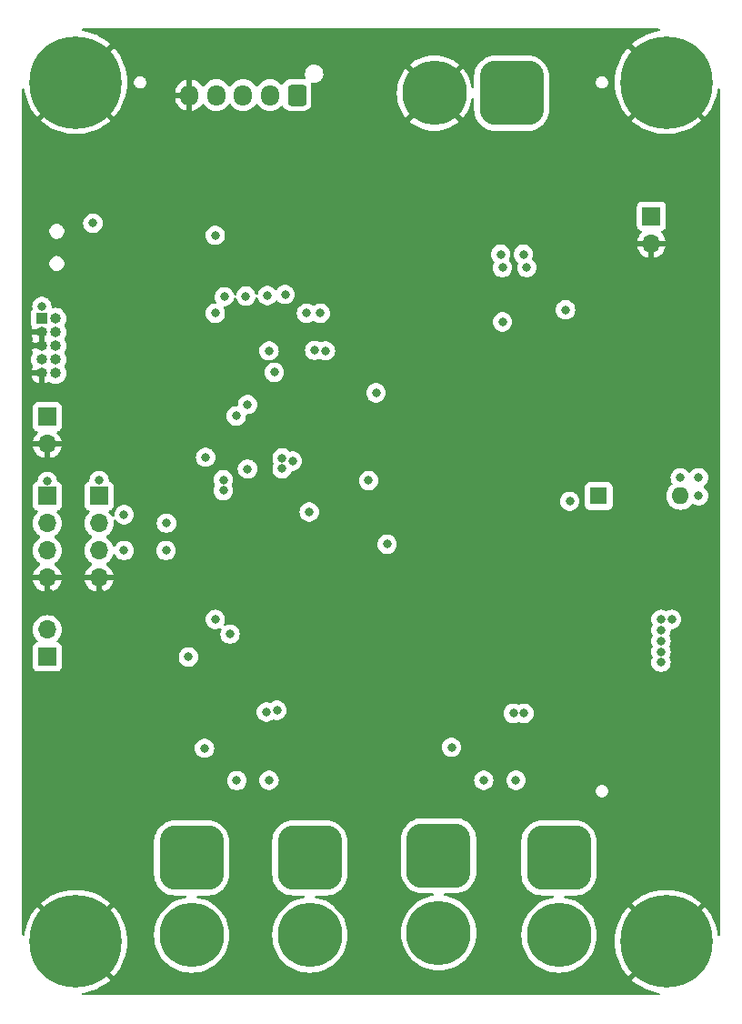
<source format=gbr>
%TF.GenerationSoftware,KiCad,Pcbnew,7.0.10*%
%TF.CreationDate,2024-04-17T23:56:12-04:00*%
%TF.ProjectId,BoardDesign,426f6172-6444-4657-9369-676e2e6b6963,rev?*%
%TF.SameCoordinates,Original*%
%TF.FileFunction,Copper,L2,Inr*%
%TF.FilePolarity,Positive*%
%FSLAX46Y46*%
G04 Gerber Fmt 4.6, Leading zero omitted, Abs format (unit mm)*
G04 Created by KiCad (PCBNEW 7.0.10) date 2024-04-17 23:56:12*
%MOMM*%
%LPD*%
G01*
G04 APERTURE LIST*
G04 Aperture macros list*
%AMRoundRect*
0 Rectangle with rounded corners*
0 $1 Rounding radius*
0 $2 $3 $4 $5 $6 $7 $8 $9 X,Y pos of 4 corners*
0 Add a 4 corners polygon primitive as box body*
4,1,4,$2,$3,$4,$5,$6,$7,$8,$9,$2,$3,0*
0 Add four circle primitives for the rounded corners*
1,1,$1+$1,$2,$3*
1,1,$1+$1,$4,$5*
1,1,$1+$1,$6,$7*
1,1,$1+$1,$8,$9*
0 Add four rect primitives between the rounded corners*
20,1,$1+$1,$2,$3,$4,$5,0*
20,1,$1+$1,$4,$5,$6,$7,0*
20,1,$1+$1,$6,$7,$8,$9,0*
20,1,$1+$1,$8,$9,$2,$3,0*%
G04 Aperture macros list end*
%TA.AperFunction,ComponentPad*%
%ADD10R,1.000000X1.000000*%
%TD*%
%TA.AperFunction,ComponentPad*%
%ADD11O,1.000000X1.000000*%
%TD*%
%TA.AperFunction,ComponentPad*%
%ADD12C,0.900000*%
%TD*%
%TA.AperFunction,ComponentPad*%
%ADD13C,8.600000*%
%TD*%
%TA.AperFunction,ComponentPad*%
%ADD14R,1.700000X1.700000*%
%TD*%
%TA.AperFunction,ComponentPad*%
%ADD15O,1.700000X1.700000*%
%TD*%
%TA.AperFunction,ComponentPad*%
%ADD16RoundRect,1.500000X1.500000X1.500000X-1.500000X1.500000X-1.500000X-1.500000X1.500000X-1.500000X0*%
%TD*%
%TA.AperFunction,ComponentPad*%
%ADD17C,6.000000*%
%TD*%
%TA.AperFunction,ComponentPad*%
%ADD18RoundRect,1.500000X-1.500000X1.500000X-1.500000X-1.500000X1.500000X-1.500000X1.500000X1.500000X0*%
%TD*%
%TA.AperFunction,ComponentPad*%
%ADD19RoundRect,0.250000X0.600000X0.725000X-0.600000X0.725000X-0.600000X-0.725000X0.600000X-0.725000X0*%
%TD*%
%TA.AperFunction,ComponentPad*%
%ADD20O,1.700000X1.950000*%
%TD*%
%TA.AperFunction,ComponentPad*%
%ADD21R,1.600000X1.600000*%
%TD*%
%TA.AperFunction,ComponentPad*%
%ADD22O,1.600000X1.600000*%
%TD*%
%TA.AperFunction,ViaPad*%
%ADD23C,0.800000*%
%TD*%
G04 APERTURE END LIST*
D10*
%TO.N,+3.3V*%
%TO.C,J7*%
X96850000Y-124990000D03*
D11*
%TO.N,SWDIO*%
X98120000Y-124990000D03*
%TO.N,GND*%
X96850000Y-126260000D03*
%TO.N,SWCLK*%
X98120000Y-126260000D03*
%TO.N,GND*%
X96850000Y-127530000D03*
%TO.N,SW0*%
X98120000Y-127530000D03*
%TO.N,unconnected-(J7-Pin_7-Pad7)*%
X96850000Y-128800000D03*
%TO.N,unconnected-(J7-Pin_8-Pad8)*%
X98120000Y-128800000D03*
%TO.N,GND*%
X96850000Y-130070000D03*
%TO.N,NRST*%
X98120000Y-130070000D03*
%TD*%
D12*
%TO.N,GND*%
%TO.C,H2*%
X151775000Y-103000000D03*
X152719581Y-100719581D03*
X152719581Y-105280419D03*
X155000000Y-99775000D03*
D13*
X155000000Y-103000000D03*
D12*
X155000000Y-106225000D03*
X157280419Y-100719581D03*
X157280419Y-105280419D03*
X158225000Y-103000000D03*
%TD*%
D14*
%TO.N,Net-(J6-Pin_1)*%
%TO.C,J6*%
X97359581Y-156491000D03*
D15*
%TO.N,Net-(J6-Pin_2)*%
X97359581Y-153951000D03*
%TD*%
D16*
%TO.N,VDC*%
%TO.C,J8*%
X140600000Y-104000000D03*
D17*
%TO.N,GND*%
X133400000Y-104000000D03*
%TD*%
D18*
%TO.N,Net-(J10-Pin_1)*%
%TO.C,J11*%
X145000000Y-175200000D03*
D17*
%TO.N,Net-(J10-Pin_2)*%
X145000000Y-182400000D03*
%TD*%
D12*
%TO.N,GND*%
%TO.C,H3*%
X96775000Y-183000000D03*
X97719581Y-180719581D03*
X97719581Y-185280419D03*
X100000000Y-179775000D03*
D13*
X100000000Y-183000000D03*
D12*
X100000000Y-186225000D03*
X102280419Y-180719581D03*
X102280419Y-185280419D03*
X103225000Y-183000000D03*
%TD*%
D18*
%TO.N,Net-(J13-Pin_1)*%
%TO.C,J14*%
X121800000Y-175200000D03*
D17*
%TO.N,Net-(J13-Pin_2)*%
X121800000Y-182400000D03*
%TD*%
D14*
%TO.N,+5VD*%
%TO.C,J1*%
X153613581Y-115460000D03*
D15*
%TO.N,GND*%
X153613581Y-118000000D03*
%TD*%
D12*
%TO.N,GND*%
%TO.C,H1*%
X96775000Y-103000000D03*
X97719581Y-100719581D03*
X97719581Y-105280419D03*
X100000000Y-99775000D03*
D13*
X100000000Y-103000000D03*
D12*
X100000000Y-106225000D03*
X102280419Y-100719581D03*
X102280419Y-105280419D03*
X103225000Y-103000000D03*
%TD*%
D14*
%TO.N,+3.3V*%
%TO.C,J2*%
X97359581Y-141505000D03*
D15*
%TO.N,UART3_TX*%
X97359581Y-144045000D03*
%TO.N,UART3_RX*%
X97359581Y-146585000D03*
%TO.N,GND*%
X97359581Y-149125000D03*
%TD*%
D14*
%TO.N,Net-(J5-Pin_1)*%
%TO.C,J5*%
X97359581Y-134139000D03*
D15*
%TO.N,GND*%
X97359581Y-136679000D03*
%TD*%
D19*
%TO.N,Net-(J9-Pin_1)*%
%TO.C,J9*%
X120600000Y-104200000D03*
D20*
%TO.N,Net-(J9-Pin_2)*%
X118100000Y-104200000D03*
%TO.N,Net-(J9-Pin_3)*%
X115600000Y-104200000D03*
%TO.N,/ADC0*%
X113100000Y-104200000D03*
%TO.N,GND*%
X110600000Y-104200000D03*
%TD*%
D14*
%TO.N,+3.3V*%
%TO.C,J4*%
X102185581Y-141505000D03*
D15*
%TO.N,I2C3_SCL*%
X102185581Y-144045000D03*
%TO.N,I2C3_SDA*%
X102185581Y-146585000D03*
%TO.N,GND*%
X102185581Y-149125000D03*
%TD*%
D18*
%TO.N,Net-(J13-Pin_1)*%
%TO.C,J13*%
X110800000Y-175200000D03*
D17*
%TO.N,Net-(J13-Pin_2)*%
X110800000Y-182400000D03*
%TD*%
D18*
%TO.N,Net-(J10-Pin_1)*%
%TO.C,J10*%
X133800000Y-175000000D03*
D17*
%TO.N,Net-(J10-Pin_2)*%
X133800000Y-182200000D03*
%TD*%
D12*
%TO.N,GND*%
%TO.C,H4*%
X151775000Y-183000000D03*
X152719581Y-180719581D03*
X152719581Y-185280419D03*
X155000000Y-179775000D03*
D13*
X155000000Y-183000000D03*
D12*
X155000000Y-186225000D03*
X157280419Y-180719581D03*
X157280419Y-185280419D03*
X158225000Y-183000000D03*
%TD*%
D21*
%TO.N,Net-(D2-K)*%
%TO.C,D2*%
X148690000Y-141500000D03*
D22*
%TO.N,+3.3V*%
X156310000Y-141500000D03*
%TD*%
D23*
%TO.N,GND*%
X110600000Y-107500000D03*
%TO.N,+3.3V*%
X158000000Y-139800000D03*
X156300000Y-139800000D03*
X158000000Y-141500000D03*
X154500000Y-155000000D03*
X155500000Y-153000000D03*
X154500000Y-157000000D03*
X154500000Y-156000003D03*
X154500000Y-153000000D03*
X154500000Y-154000000D03*
%TO.N,GND*%
X151500000Y-119000000D03*
X151500000Y-118000000D03*
X151500000Y-117000000D03*
X143780081Y-167030792D03*
X150520000Y-151667000D03*
X139500000Y-168750000D03*
X115346581Y-140013000D03*
X98929000Y-136679000D03*
X120400000Y-117800000D03*
X96851581Y-131398419D03*
X121000000Y-164000000D03*
X150520000Y-150167000D03*
X147520000Y-151270000D03*
X145750000Y-127125000D03*
X129903419Y-143250000D03*
X142500000Y-168750000D03*
X115250000Y-129250000D03*
X119300000Y-114350000D03*
X135000000Y-166750000D03*
X116050000Y-114400000D03*
X149363581Y-133886419D03*
X149363581Y-130500000D03*
X149363581Y-132160000D03*
X143950000Y-142400000D03*
X112750000Y-114400000D03*
X122650000Y-114350000D03*
X129500000Y-128750000D03*
X113950000Y-136700000D03*
X138600000Y-116350000D03*
X116498907Y-168790470D03*
X120000000Y-144000000D03*
X147520000Y-152770000D03*
X130000000Y-141750000D03*
X119737478Y-131363000D03*
X149363581Y-128750000D03*
X142500000Y-116350000D03*
X95853269Y-127476918D03*
X143780081Y-163969208D03*
X97500000Y-150500000D03*
X119500000Y-120250000D03*
X112000000Y-166750000D03*
X113000000Y-168000000D03*
X139250000Y-143100000D03*
X101607000Y-120617000D03*
X110863000Y-134363000D03*
X140600000Y-143100000D03*
X119500001Y-168750000D03*
X121000000Y-167000000D03*
X102250000Y-150500000D03*
X136250000Y-168000000D03*
%TO.N,+3.3V*%
X97359581Y-140140419D03*
X127271581Y-140078419D03*
X121750000Y-143000000D03*
X118500000Y-130000000D03*
X96851581Y-123851581D03*
X112102419Y-137907000D03*
X101607000Y-116117000D03*
X146000000Y-142000000D03*
X102185581Y-140064419D03*
X108415000Y-146585000D03*
X108455000Y-144045000D03*
X127975883Y-131906753D03*
%TO.N,Net-(C12-Pad1)*%
X114950000Y-134063000D03*
X116004161Y-132995839D03*
%TO.N,+5VD*%
X113850000Y-122950000D03*
X119500000Y-122750000D03*
X113000000Y-117250000D03*
X117850000Y-122850000D03*
X115850000Y-122900000D03*
%TO.N,VDC*%
X139733581Y-120250000D03*
X142000000Y-120250000D03*
X115000000Y-168000000D03*
X137999999Y-167976500D03*
X118000001Y-167976500D03*
X112000000Y-165000000D03*
X135000000Y-164912401D03*
X141000001Y-167976500D03*
%TO.N,Net-(U2-BS)*%
X139750000Y-125300000D03*
X145613581Y-124176497D03*
%TO.N,I2C3_SCL*%
X113750000Y-141000000D03*
X120183593Y-138250367D03*
%TO.N,I2C3_SDA*%
X119221581Y-137977350D03*
X113750000Y-140000000D03*
X104500000Y-146585000D03*
X104500000Y-143250000D03*
%TO.N,Net-(J6-Pin_1)*%
X117758469Y-161629887D03*
X110500000Y-156500000D03*
%TO.N,Fet*%
X113000000Y-153000000D03*
X118743476Y-161457353D03*
X129000000Y-146000000D03*
X141750000Y-161750000D03*
%TO.N,BOOT0*%
X118000000Y-128000000D03*
X113000000Y-124500000D03*
%TO.N,I2C1_SCL*%
X123250000Y-128000000D03*
X122780331Y-124500000D03*
%TO.N,I2C1_SDA*%
X122250000Y-127953729D03*
X121500000Y-124500000D03*
%TO.N,Net-(U2-FB)*%
X139573581Y-119000000D03*
X141683581Y-119000000D03*
%TO.N,LowBat*%
X116000000Y-139000000D03*
X119221581Y-138977309D03*
%TO.N,Net-(J6-Pin_2)*%
X114375000Y-154375000D03*
X140750000Y-161750000D03*
%TD*%
%TA.AperFunction,Conductor*%
%TO.N,GND*%
G36*
X154356616Y-98020185D02*
G01*
X154402371Y-98072989D01*
X154412315Y-98142147D01*
X154383290Y-98205703D01*
X154324512Y-98243477D01*
X154311718Y-98246507D01*
X153930816Y-98315630D01*
X153515234Y-98430324D01*
X153515209Y-98430332D01*
X153111583Y-98581815D01*
X153111569Y-98581821D01*
X152723146Y-98768876D01*
X152723140Y-98768879D01*
X152353024Y-98990013D01*
X152004235Y-99243423D01*
X151786877Y-99433322D01*
X151786877Y-99433323D01*
X153664544Y-101310991D01*
X153639990Y-101328324D01*
X153425031Y-101529082D01*
X153313104Y-101666657D01*
X151432223Y-99785777D01*
X151381624Y-99838699D01*
X151381612Y-99838712D01*
X151112800Y-100175791D01*
X151112799Y-100175792D01*
X150875294Y-100535600D01*
X150670989Y-100915261D01*
X150670985Y-100915269D01*
X150501545Y-101311695D01*
X150501542Y-101311703D01*
X150368313Y-101721741D01*
X150272378Y-102142061D01*
X150214505Y-102569298D01*
X150214504Y-102569307D01*
X150195162Y-102999996D01*
X150195162Y-103000003D01*
X150214504Y-103430692D01*
X150214505Y-103430701D01*
X150272378Y-103857938D01*
X150368313Y-104278258D01*
X150501542Y-104688296D01*
X150501545Y-104688304D01*
X150670985Y-105084730D01*
X150670989Y-105084738D01*
X150875294Y-105464399D01*
X151112799Y-105824207D01*
X151112800Y-105824208D01*
X151381608Y-106161282D01*
X151432223Y-106214221D01*
X153313103Y-104333341D01*
X153425031Y-104470918D01*
X153639990Y-104671676D01*
X153664544Y-104689008D01*
X151786877Y-106566675D01*
X152004227Y-106756569D01*
X152004244Y-106756582D01*
X152353024Y-107009986D01*
X152723140Y-107231120D01*
X152723146Y-107231123D01*
X153111569Y-107418178D01*
X153111583Y-107418184D01*
X153515209Y-107569667D01*
X153515234Y-107569675D01*
X153930816Y-107684369D01*
X154355023Y-107761351D01*
X154784435Y-107799999D01*
X154784438Y-107800000D01*
X155215562Y-107800000D01*
X155215564Y-107799999D01*
X155644976Y-107761351D01*
X156069183Y-107684369D01*
X156484765Y-107569675D01*
X156484790Y-107569667D01*
X156888416Y-107418184D01*
X156888430Y-107418178D01*
X157276853Y-107231123D01*
X157276859Y-107231120D01*
X157646975Y-107009986D01*
X157995755Y-106756582D01*
X157995772Y-106756569D01*
X158213121Y-106566675D01*
X156335455Y-104689008D01*
X156360010Y-104671676D01*
X156574969Y-104470918D01*
X156686895Y-104333342D01*
X158567776Y-106214222D01*
X158618386Y-106161289D01*
X158618386Y-106161288D01*
X158887199Y-105824208D01*
X158887200Y-105824207D01*
X159124705Y-105464399D01*
X159329010Y-105084738D01*
X159329014Y-105084730D01*
X159498454Y-104688304D01*
X159498457Y-104688296D01*
X159631686Y-104278258D01*
X159727621Y-103857938D01*
X159752622Y-103673376D01*
X159781128Y-103609586D01*
X159839595Y-103571333D01*
X159909463Y-103570763D01*
X159968547Y-103608056D01*
X159998090Y-103671373D01*
X159999500Y-103690021D01*
X159999500Y-182309978D01*
X159979815Y-182377017D01*
X159927011Y-182422772D01*
X159857853Y-182432716D01*
X159794297Y-182403691D01*
X159756523Y-182344913D01*
X159752622Y-182326623D01*
X159727621Y-182142061D01*
X159631686Y-181721741D01*
X159498457Y-181311703D01*
X159498454Y-181311695D01*
X159329014Y-180915269D01*
X159329010Y-180915261D01*
X159124705Y-180535600D01*
X158887200Y-180175792D01*
X158887199Y-180175791D01*
X158618391Y-179838717D01*
X158567774Y-179785776D01*
X156686894Y-181666656D01*
X156574969Y-181529082D01*
X156360010Y-181328324D01*
X156335453Y-181310990D01*
X158213121Y-179433323D01*
X157995772Y-179243430D01*
X157995755Y-179243417D01*
X157646975Y-178990013D01*
X157276859Y-178768879D01*
X157276853Y-178768876D01*
X156888430Y-178581821D01*
X156888416Y-178581815D01*
X156484790Y-178430332D01*
X156484765Y-178430324D01*
X156069183Y-178315630D01*
X155644976Y-178238648D01*
X155215564Y-178200000D01*
X154784435Y-178200000D01*
X154355023Y-178238648D01*
X153930816Y-178315630D01*
X153515234Y-178430324D01*
X153515209Y-178430332D01*
X153111583Y-178581815D01*
X153111569Y-178581821D01*
X152723146Y-178768876D01*
X152723140Y-178768879D01*
X152353024Y-178990013D01*
X152004235Y-179243423D01*
X151786877Y-179433322D01*
X151786877Y-179433323D01*
X153664545Y-181310991D01*
X153639990Y-181328324D01*
X153425031Y-181529082D01*
X153313104Y-181666657D01*
X151432223Y-179785777D01*
X151381624Y-179838699D01*
X151381612Y-179838712D01*
X151112800Y-180175791D01*
X151112799Y-180175792D01*
X150875294Y-180535600D01*
X150670989Y-180915261D01*
X150670985Y-180915269D01*
X150501545Y-181311695D01*
X150501542Y-181311703D01*
X150368313Y-181721741D01*
X150272378Y-182142061D01*
X150214505Y-182569298D01*
X150214504Y-182569307D01*
X150195162Y-182999996D01*
X150195162Y-183000003D01*
X150214504Y-183430692D01*
X150214505Y-183430701D01*
X150272378Y-183857938D01*
X150368313Y-184278258D01*
X150501542Y-184688296D01*
X150501545Y-184688304D01*
X150670985Y-185084730D01*
X150670989Y-185084738D01*
X150875294Y-185464399D01*
X151112799Y-185824207D01*
X151112800Y-185824208D01*
X151381608Y-186161282D01*
X151432223Y-186214221D01*
X153313103Y-184333341D01*
X153425031Y-184470918D01*
X153639990Y-184671676D01*
X153664544Y-184689008D01*
X151786877Y-186566675D01*
X152004227Y-186756569D01*
X152004244Y-186756582D01*
X152353024Y-187009986D01*
X152723140Y-187231120D01*
X152723146Y-187231123D01*
X153111569Y-187418178D01*
X153111583Y-187418184D01*
X153515209Y-187569667D01*
X153515234Y-187569675D01*
X153930816Y-187684369D01*
X154311718Y-187753493D01*
X154374165Y-187784831D01*
X154409756Y-187844957D01*
X154407191Y-187914779D01*
X154367285Y-187972131D01*
X154302706Y-187998803D01*
X154289577Y-187999500D01*
X100710423Y-187999500D01*
X100643384Y-187979815D01*
X100597629Y-187927011D01*
X100587685Y-187857853D01*
X100616710Y-187794297D01*
X100675488Y-187756523D01*
X100688282Y-187753493D01*
X101069183Y-187684369D01*
X101484765Y-187569675D01*
X101484790Y-187569667D01*
X101888416Y-187418184D01*
X101888430Y-187418178D01*
X102276853Y-187231123D01*
X102276859Y-187231120D01*
X102646975Y-187009986D01*
X102995755Y-186756582D01*
X102995772Y-186756569D01*
X103213121Y-186566675D01*
X101335455Y-184689008D01*
X101360010Y-184671676D01*
X101574969Y-184470918D01*
X101686895Y-184333342D01*
X103567775Y-186214222D01*
X103567776Y-186214222D01*
X103618386Y-186161289D01*
X103618386Y-186161288D01*
X103887199Y-185824208D01*
X103887200Y-185824207D01*
X104124705Y-185464399D01*
X104329010Y-185084738D01*
X104329014Y-185084730D01*
X104498454Y-184688304D01*
X104498457Y-184688296D01*
X104631686Y-184278258D01*
X104727621Y-183857938D01*
X104785494Y-183430701D01*
X104785495Y-183430692D01*
X104804838Y-183000003D01*
X104804838Y-182999996D01*
X104785495Y-182569307D01*
X104785494Y-182569298D01*
X104762561Y-182400000D01*
X107294696Y-182400000D01*
X107313898Y-182766404D01*
X107371295Y-183128794D01*
X107376190Y-183147064D01*
X107466260Y-183483206D01*
X107597746Y-183825739D01*
X107764320Y-184152656D01*
X107964147Y-184460364D01*
X108033090Y-184545501D01*
X108195051Y-184745506D01*
X108454494Y-185004949D01*
X108492655Y-185035851D01*
X108739635Y-185235852D01*
X109047343Y-185435679D01*
X109047348Y-185435682D01*
X109374264Y-185602255D01*
X109716801Y-185733742D01*
X110071206Y-185828705D01*
X110433596Y-185886102D01*
X110779734Y-185904241D01*
X110799999Y-185905304D01*
X110800000Y-185905304D01*
X110800001Y-185905304D01*
X110819203Y-185904297D01*
X111166404Y-185886102D01*
X111528794Y-185828705D01*
X111883199Y-185733742D01*
X112225736Y-185602255D01*
X112552652Y-185435682D01*
X112860366Y-185235851D01*
X113145506Y-185004949D01*
X113404949Y-184745506D01*
X113635851Y-184460366D01*
X113835682Y-184152652D01*
X114002255Y-183825736D01*
X114133742Y-183483199D01*
X114228705Y-183128794D01*
X114286102Y-182766404D01*
X114305304Y-182400000D01*
X118294696Y-182400000D01*
X118313898Y-182766404D01*
X118371295Y-183128794D01*
X118376190Y-183147064D01*
X118466260Y-183483206D01*
X118597746Y-183825739D01*
X118764320Y-184152656D01*
X118964147Y-184460364D01*
X119033090Y-184545501D01*
X119195051Y-184745506D01*
X119454494Y-185004949D01*
X119492655Y-185035851D01*
X119739635Y-185235852D01*
X120047343Y-185435679D01*
X120047348Y-185435682D01*
X120374264Y-185602255D01*
X120716801Y-185733742D01*
X121071206Y-185828705D01*
X121433596Y-185886102D01*
X121779734Y-185904241D01*
X121799999Y-185905304D01*
X121800000Y-185905304D01*
X121800001Y-185905304D01*
X121819203Y-185904297D01*
X122166404Y-185886102D01*
X122528794Y-185828705D01*
X122883199Y-185733742D01*
X123225736Y-185602255D01*
X123552652Y-185435682D01*
X123860366Y-185235851D01*
X124145506Y-185004949D01*
X124404949Y-184745506D01*
X124635851Y-184460366D01*
X124835682Y-184152652D01*
X125002255Y-183825736D01*
X125133742Y-183483199D01*
X125228705Y-183128794D01*
X125286102Y-182766404D01*
X125305304Y-182400000D01*
X125294823Y-182200000D01*
X130294696Y-182200000D01*
X130313898Y-182566404D01*
X130371295Y-182928794D01*
X130424883Y-183128788D01*
X130466260Y-183283206D01*
X130597746Y-183625739D01*
X130764320Y-183952656D01*
X130964147Y-184260364D01*
X131099932Y-184428044D01*
X131195051Y-184545506D01*
X131454494Y-184804949D01*
X131613311Y-184933557D01*
X131739635Y-185035852D01*
X132047343Y-185235679D01*
X132047348Y-185235682D01*
X132374264Y-185402255D01*
X132716801Y-185533742D01*
X133071206Y-185628705D01*
X133433596Y-185686102D01*
X133779734Y-185704241D01*
X133799999Y-185705304D01*
X133800000Y-185705304D01*
X133800001Y-185705304D01*
X133819203Y-185704297D01*
X134166404Y-185686102D01*
X134528794Y-185628705D01*
X134883199Y-185533742D01*
X135225736Y-185402255D01*
X135552652Y-185235682D01*
X135860366Y-185035851D01*
X136145506Y-184804949D01*
X136404949Y-184545506D01*
X136635851Y-184260366D01*
X136835682Y-183952652D01*
X137002255Y-183625736D01*
X137133742Y-183283199D01*
X137228705Y-182928794D01*
X137286102Y-182566404D01*
X137294823Y-182400000D01*
X141494696Y-182400000D01*
X141513898Y-182766404D01*
X141571295Y-183128794D01*
X141576190Y-183147064D01*
X141666260Y-183483206D01*
X141797746Y-183825739D01*
X141964320Y-184152656D01*
X142164147Y-184460364D01*
X142233090Y-184545501D01*
X142395051Y-184745506D01*
X142654494Y-185004949D01*
X142692655Y-185035851D01*
X142939635Y-185235852D01*
X143247343Y-185435679D01*
X143247348Y-185435682D01*
X143574264Y-185602255D01*
X143916801Y-185733742D01*
X144271206Y-185828705D01*
X144633596Y-185886102D01*
X144979734Y-185904241D01*
X144999999Y-185905304D01*
X145000000Y-185905304D01*
X145000001Y-185905304D01*
X145019203Y-185904297D01*
X145366404Y-185886102D01*
X145728794Y-185828705D01*
X146083199Y-185733742D01*
X146425736Y-185602255D01*
X146752652Y-185435682D01*
X147060366Y-185235851D01*
X147345506Y-185004949D01*
X147604949Y-184745506D01*
X147835851Y-184460366D01*
X148035682Y-184152652D01*
X148202255Y-183825736D01*
X148333742Y-183483199D01*
X148428705Y-183128794D01*
X148486102Y-182766404D01*
X148505304Y-182400000D01*
X148486102Y-182033596D01*
X148428705Y-181671206D01*
X148333742Y-181316801D01*
X148202255Y-180974264D01*
X148035682Y-180647348D01*
X148035679Y-180647343D01*
X147835852Y-180339635D01*
X147604952Y-180054498D01*
X147604949Y-180054494D01*
X147345506Y-179795051D01*
X147313010Y-179768736D01*
X147060364Y-179564147D01*
X146752656Y-179364320D01*
X146425739Y-179197746D01*
X146083206Y-179066260D01*
X146083199Y-179066258D01*
X145728794Y-178971295D01*
X145728790Y-178971294D01*
X145728789Y-178971294D01*
X145575231Y-178946973D01*
X145512096Y-178917044D01*
X145475165Y-178857732D01*
X145476163Y-178787870D01*
X145514773Y-178729637D01*
X145578736Y-178701523D01*
X145594629Y-178700500D01*
X146571448Y-178700500D01*
X146785428Y-178685196D01*
X146911679Y-178657732D01*
X147065037Y-178624371D01*
X147065037Y-178624370D01*
X147065046Y-178624369D01*
X147333161Y-178524367D01*
X147584315Y-178387226D01*
X147813395Y-178215739D01*
X148015739Y-178013395D01*
X148187226Y-177784315D01*
X148324367Y-177533161D01*
X148424369Y-177265046D01*
X148485196Y-176985428D01*
X148500500Y-176771448D01*
X148500500Y-173628552D01*
X148485196Y-173414572D01*
X148441687Y-173214566D01*
X148424371Y-173134962D01*
X148424370Y-173134960D01*
X148424369Y-173134954D01*
X148324367Y-172866839D01*
X148215158Y-172666839D01*
X148187229Y-172615690D01*
X148187224Y-172615682D01*
X148015745Y-172386612D01*
X148015729Y-172386594D01*
X147813405Y-172184270D01*
X147813387Y-172184254D01*
X147584317Y-172012775D01*
X147584309Y-172012770D01*
X147333166Y-171875635D01*
X147333167Y-171875635D01*
X147225915Y-171835632D01*
X147065046Y-171775631D01*
X147065043Y-171775630D01*
X147065037Y-171775628D01*
X146785433Y-171714804D01*
X146571450Y-171699500D01*
X146571448Y-171699500D01*
X143428552Y-171699500D01*
X143428549Y-171699500D01*
X143214566Y-171714804D01*
X142934962Y-171775628D01*
X142666833Y-171875635D01*
X142415690Y-172012770D01*
X142415682Y-172012775D01*
X142186612Y-172184254D01*
X142186594Y-172184270D01*
X141984270Y-172386594D01*
X141984254Y-172386612D01*
X141812775Y-172615682D01*
X141812770Y-172615690D01*
X141675635Y-172866833D01*
X141575628Y-173134962D01*
X141514804Y-173414566D01*
X141499500Y-173628549D01*
X141499500Y-176771450D01*
X141514804Y-176985433D01*
X141575628Y-177265037D01*
X141675635Y-177533166D01*
X141812770Y-177784309D01*
X141812775Y-177784317D01*
X141984254Y-178013387D01*
X141984270Y-178013405D01*
X142186594Y-178215729D01*
X142186612Y-178215745D01*
X142415682Y-178387224D01*
X142415690Y-178387229D01*
X142666833Y-178524364D01*
X142666832Y-178524364D01*
X142666836Y-178524365D01*
X142666839Y-178524367D01*
X142934954Y-178624369D01*
X142934960Y-178624370D01*
X142934962Y-178624371D01*
X143214566Y-178685195D01*
X143214568Y-178685195D01*
X143214572Y-178685196D01*
X143428552Y-178700500D01*
X144405371Y-178700500D01*
X144472410Y-178720185D01*
X144518165Y-178772989D01*
X144528109Y-178842147D01*
X144499084Y-178905703D01*
X144440306Y-178943477D01*
X144424769Y-178946973D01*
X144271211Y-178971294D01*
X144271209Y-178971294D01*
X143916793Y-179066260D01*
X143574260Y-179197746D01*
X143247343Y-179364320D01*
X142939635Y-179564147D01*
X142654498Y-179795047D01*
X142654490Y-179795054D01*
X142395054Y-180054490D01*
X142395047Y-180054498D01*
X142164147Y-180339635D01*
X141964320Y-180647343D01*
X141797746Y-180974260D01*
X141666260Y-181316793D01*
X141571294Y-181671209D01*
X141571294Y-181671211D01*
X141513898Y-182033594D01*
X141499414Y-182309978D01*
X141494696Y-182400000D01*
X137294823Y-182400000D01*
X137305304Y-182200000D01*
X137286102Y-181833596D01*
X137228705Y-181471206D01*
X137133742Y-181116801D01*
X137002255Y-180774264D01*
X136835682Y-180447348D01*
X136765732Y-180339634D01*
X136635852Y-180139635D01*
X136404952Y-179854498D01*
X136404949Y-179854494D01*
X136145506Y-179595051D01*
X135945789Y-179433323D01*
X135860364Y-179364147D01*
X135552656Y-179164320D01*
X135225739Y-178997746D01*
X134883206Y-178866260D01*
X134883199Y-178866258D01*
X134528794Y-178771295D01*
X134528790Y-178771294D01*
X134528789Y-178771294D01*
X134375231Y-178746973D01*
X134312096Y-178717044D01*
X134275165Y-178657732D01*
X134276163Y-178587870D01*
X134314773Y-178529637D01*
X134378736Y-178501523D01*
X134394629Y-178500500D01*
X135371448Y-178500500D01*
X135585428Y-178485196D01*
X135837635Y-178430332D01*
X135865037Y-178424371D01*
X135865037Y-178424370D01*
X135865046Y-178424369D01*
X136133161Y-178324367D01*
X136384315Y-178187226D01*
X136613395Y-178015739D01*
X136815739Y-177813395D01*
X136987226Y-177584315D01*
X137124367Y-177333161D01*
X137224369Y-177065046D01*
X137285196Y-176785428D01*
X137300500Y-176571448D01*
X137300500Y-173428552D01*
X137285196Y-173214572D01*
X137267876Y-173134954D01*
X137224371Y-172934962D01*
X137224370Y-172934960D01*
X137224369Y-172934954D01*
X137124367Y-172666839D01*
X137096437Y-172615690D01*
X136987229Y-172415690D01*
X136987224Y-172415682D01*
X136815745Y-172186612D01*
X136815729Y-172186594D01*
X136613405Y-171984270D01*
X136613387Y-171984254D01*
X136384317Y-171812775D01*
X136384309Y-171812770D01*
X136133166Y-171675635D01*
X136133167Y-171675635D01*
X136025915Y-171635632D01*
X135865046Y-171575631D01*
X135865043Y-171575630D01*
X135865037Y-171575628D01*
X135585433Y-171514804D01*
X135371450Y-171499500D01*
X135371448Y-171499500D01*
X132228552Y-171499500D01*
X132228549Y-171499500D01*
X132014566Y-171514804D01*
X131734962Y-171575628D01*
X131466833Y-171675635D01*
X131215690Y-171812770D01*
X131215682Y-171812775D01*
X130986612Y-171984254D01*
X130986594Y-171984270D01*
X130784270Y-172186594D01*
X130784254Y-172186612D01*
X130612775Y-172415682D01*
X130612770Y-172415690D01*
X130475635Y-172666833D01*
X130375628Y-172934962D01*
X130314804Y-173214566D01*
X130299500Y-173428549D01*
X130299500Y-176571450D01*
X130314804Y-176785433D01*
X130375628Y-177065037D01*
X130375630Y-177065043D01*
X130375631Y-177065046D01*
X130475633Y-177333161D01*
X130475635Y-177333166D01*
X130612770Y-177584309D01*
X130612775Y-177584317D01*
X130784254Y-177813387D01*
X130784270Y-177813405D01*
X130986594Y-178015729D01*
X130986612Y-178015745D01*
X131215682Y-178187224D01*
X131215690Y-178187229D01*
X131466833Y-178324364D01*
X131466832Y-178324364D01*
X131466836Y-178324365D01*
X131466839Y-178324367D01*
X131734954Y-178424369D01*
X131734960Y-178424370D01*
X131734962Y-178424371D01*
X132014566Y-178485195D01*
X132014568Y-178485195D01*
X132014572Y-178485196D01*
X132228552Y-178500500D01*
X133205371Y-178500500D01*
X133272410Y-178520185D01*
X133318165Y-178572989D01*
X133328109Y-178642147D01*
X133299084Y-178705703D01*
X133240306Y-178743477D01*
X133224769Y-178746973D01*
X133071211Y-178771294D01*
X133071209Y-178771294D01*
X132716793Y-178866260D01*
X132374260Y-178997746D01*
X132047343Y-179164320D01*
X131739635Y-179364147D01*
X131454498Y-179595047D01*
X131454490Y-179595054D01*
X131195054Y-179854490D01*
X131195047Y-179854498D01*
X130964147Y-180139635D01*
X130764320Y-180447343D01*
X130597746Y-180774260D01*
X130466260Y-181116793D01*
X130371294Y-181471209D01*
X130371294Y-181471211D01*
X130325992Y-181757240D01*
X130313898Y-181833596D01*
X130294696Y-182200000D01*
X125294823Y-182200000D01*
X125286102Y-182033596D01*
X125228705Y-181671206D01*
X125133742Y-181316801D01*
X125002255Y-180974264D01*
X124835682Y-180647348D01*
X124835679Y-180647343D01*
X124635852Y-180339635D01*
X124404952Y-180054498D01*
X124404949Y-180054494D01*
X124145506Y-179795051D01*
X124113010Y-179768736D01*
X123860364Y-179564147D01*
X123552656Y-179364320D01*
X123225739Y-179197746D01*
X122883206Y-179066260D01*
X122883199Y-179066258D01*
X122528794Y-178971295D01*
X122528790Y-178971294D01*
X122528789Y-178971294D01*
X122375231Y-178946973D01*
X122312096Y-178917044D01*
X122275165Y-178857732D01*
X122276163Y-178787870D01*
X122314773Y-178729637D01*
X122378736Y-178701523D01*
X122394629Y-178700500D01*
X123371448Y-178700500D01*
X123585428Y-178685196D01*
X123711679Y-178657732D01*
X123865037Y-178624371D01*
X123865037Y-178624370D01*
X123865046Y-178624369D01*
X124133161Y-178524367D01*
X124384315Y-178387226D01*
X124613395Y-178215739D01*
X124815739Y-178013395D01*
X124987226Y-177784315D01*
X125124367Y-177533161D01*
X125224369Y-177265046D01*
X125285196Y-176985428D01*
X125300500Y-176771448D01*
X125300500Y-173628552D01*
X125285196Y-173414572D01*
X125241687Y-173214566D01*
X125224371Y-173134962D01*
X125224370Y-173134960D01*
X125224369Y-173134954D01*
X125124367Y-172866839D01*
X125015158Y-172666839D01*
X124987229Y-172615690D01*
X124987224Y-172615682D01*
X124815745Y-172386612D01*
X124815729Y-172386594D01*
X124613405Y-172184270D01*
X124613387Y-172184254D01*
X124384317Y-172012775D01*
X124384309Y-172012770D01*
X124133166Y-171875635D01*
X124133167Y-171875635D01*
X124025915Y-171835632D01*
X123865046Y-171775631D01*
X123865043Y-171775630D01*
X123865037Y-171775628D01*
X123585433Y-171714804D01*
X123371450Y-171699500D01*
X123371448Y-171699500D01*
X120228552Y-171699500D01*
X120228549Y-171699500D01*
X120014566Y-171714804D01*
X119734962Y-171775628D01*
X119466833Y-171875635D01*
X119215690Y-172012770D01*
X119215682Y-172012775D01*
X118986612Y-172184254D01*
X118986594Y-172184270D01*
X118784270Y-172386594D01*
X118784254Y-172386612D01*
X118612775Y-172615682D01*
X118612770Y-172615690D01*
X118475635Y-172866833D01*
X118375628Y-173134962D01*
X118314804Y-173414566D01*
X118299500Y-173628549D01*
X118299500Y-176771450D01*
X118314804Y-176985433D01*
X118375628Y-177265037D01*
X118475635Y-177533166D01*
X118612770Y-177784309D01*
X118612775Y-177784317D01*
X118784254Y-178013387D01*
X118784270Y-178013405D01*
X118986594Y-178215729D01*
X118986612Y-178215745D01*
X119215682Y-178387224D01*
X119215690Y-178387229D01*
X119466833Y-178524364D01*
X119466832Y-178524364D01*
X119466836Y-178524365D01*
X119466839Y-178524367D01*
X119734954Y-178624369D01*
X119734960Y-178624370D01*
X119734962Y-178624371D01*
X120014566Y-178685195D01*
X120014568Y-178685195D01*
X120014572Y-178685196D01*
X120228552Y-178700500D01*
X121205371Y-178700500D01*
X121272410Y-178720185D01*
X121318165Y-178772989D01*
X121328109Y-178842147D01*
X121299084Y-178905703D01*
X121240306Y-178943477D01*
X121224769Y-178946973D01*
X121071211Y-178971294D01*
X121071209Y-178971294D01*
X120716793Y-179066260D01*
X120374260Y-179197746D01*
X120047343Y-179364320D01*
X119739635Y-179564147D01*
X119454498Y-179795047D01*
X119454490Y-179795054D01*
X119195054Y-180054490D01*
X119195047Y-180054498D01*
X118964147Y-180339635D01*
X118764320Y-180647343D01*
X118597746Y-180974260D01*
X118466260Y-181316793D01*
X118371294Y-181671209D01*
X118371294Y-181671211D01*
X118313898Y-182033594D01*
X118299414Y-182309978D01*
X118294696Y-182400000D01*
X114305304Y-182400000D01*
X114286102Y-182033596D01*
X114228705Y-181671206D01*
X114133742Y-181316801D01*
X114002255Y-180974264D01*
X113835682Y-180647348D01*
X113835679Y-180647343D01*
X113635852Y-180339635D01*
X113404952Y-180054498D01*
X113404949Y-180054494D01*
X113145506Y-179795051D01*
X113113010Y-179768736D01*
X112860364Y-179564147D01*
X112552656Y-179364320D01*
X112225739Y-179197746D01*
X111883206Y-179066260D01*
X111883199Y-179066258D01*
X111528794Y-178971295D01*
X111528790Y-178971294D01*
X111528789Y-178971294D01*
X111375231Y-178946973D01*
X111312096Y-178917044D01*
X111275165Y-178857732D01*
X111276163Y-178787870D01*
X111314773Y-178729637D01*
X111378736Y-178701523D01*
X111394629Y-178700500D01*
X112371448Y-178700500D01*
X112585428Y-178685196D01*
X112711679Y-178657732D01*
X112865037Y-178624371D01*
X112865037Y-178624370D01*
X112865046Y-178624369D01*
X113133161Y-178524367D01*
X113384315Y-178387226D01*
X113613395Y-178215739D01*
X113815739Y-178013395D01*
X113987226Y-177784315D01*
X114124367Y-177533161D01*
X114224369Y-177265046D01*
X114285196Y-176985428D01*
X114300500Y-176771448D01*
X114300500Y-173628552D01*
X114285196Y-173414572D01*
X114241687Y-173214566D01*
X114224371Y-173134962D01*
X114224370Y-173134960D01*
X114224369Y-173134954D01*
X114124367Y-172866839D01*
X114015158Y-172666839D01*
X113987229Y-172615690D01*
X113987224Y-172615682D01*
X113815745Y-172386612D01*
X113815729Y-172386594D01*
X113613405Y-172184270D01*
X113613387Y-172184254D01*
X113384317Y-172012775D01*
X113384309Y-172012770D01*
X113133166Y-171875635D01*
X113133167Y-171875635D01*
X113025915Y-171835632D01*
X112865046Y-171775631D01*
X112865043Y-171775630D01*
X112865037Y-171775628D01*
X112585433Y-171714804D01*
X112371450Y-171699500D01*
X112371448Y-171699500D01*
X109228552Y-171699500D01*
X109228549Y-171699500D01*
X109014566Y-171714804D01*
X108734962Y-171775628D01*
X108466833Y-171875635D01*
X108215690Y-172012770D01*
X108215682Y-172012775D01*
X107986612Y-172184254D01*
X107986594Y-172184270D01*
X107784270Y-172386594D01*
X107784254Y-172386612D01*
X107612775Y-172615682D01*
X107612770Y-172615690D01*
X107475635Y-172866833D01*
X107375628Y-173134962D01*
X107314804Y-173414566D01*
X107299500Y-173628549D01*
X107299500Y-176771450D01*
X107314804Y-176985433D01*
X107375628Y-177265037D01*
X107475635Y-177533166D01*
X107612770Y-177784309D01*
X107612775Y-177784317D01*
X107784254Y-178013387D01*
X107784270Y-178013405D01*
X107986594Y-178215729D01*
X107986612Y-178215745D01*
X108215682Y-178387224D01*
X108215690Y-178387229D01*
X108466833Y-178524364D01*
X108466832Y-178524364D01*
X108466836Y-178524365D01*
X108466839Y-178524367D01*
X108734954Y-178624369D01*
X108734960Y-178624370D01*
X108734962Y-178624371D01*
X109014566Y-178685195D01*
X109014568Y-178685195D01*
X109014572Y-178685196D01*
X109228552Y-178700500D01*
X110205371Y-178700500D01*
X110272410Y-178720185D01*
X110318165Y-178772989D01*
X110328109Y-178842147D01*
X110299084Y-178905703D01*
X110240306Y-178943477D01*
X110224769Y-178946973D01*
X110071211Y-178971294D01*
X110071209Y-178971294D01*
X109716793Y-179066260D01*
X109374260Y-179197746D01*
X109047343Y-179364320D01*
X108739635Y-179564147D01*
X108454498Y-179795047D01*
X108454490Y-179795054D01*
X108195054Y-180054490D01*
X108195047Y-180054498D01*
X107964147Y-180339635D01*
X107764320Y-180647343D01*
X107597746Y-180974260D01*
X107466260Y-181316793D01*
X107371294Y-181671209D01*
X107371294Y-181671211D01*
X107313898Y-182033594D01*
X107299414Y-182309978D01*
X107294696Y-182400000D01*
X104762561Y-182400000D01*
X104727621Y-182142061D01*
X104631686Y-181721741D01*
X104498457Y-181311703D01*
X104498454Y-181311695D01*
X104329014Y-180915269D01*
X104329010Y-180915261D01*
X104124705Y-180535600D01*
X103887200Y-180175792D01*
X103887199Y-180175791D01*
X103618391Y-179838717D01*
X103567774Y-179785776D01*
X101686894Y-181666656D01*
X101574969Y-181529082D01*
X101360010Y-181328324D01*
X101335453Y-181310990D01*
X103213121Y-179433323D01*
X102995772Y-179243430D01*
X102995755Y-179243417D01*
X102646975Y-178990013D01*
X102276859Y-178768879D01*
X102276853Y-178768876D01*
X101888430Y-178581821D01*
X101888416Y-178581815D01*
X101484790Y-178430332D01*
X101484765Y-178430324D01*
X101069183Y-178315630D01*
X100644976Y-178238648D01*
X100215564Y-178200000D01*
X99784435Y-178200000D01*
X99355023Y-178238648D01*
X98930816Y-178315630D01*
X98515234Y-178430324D01*
X98515209Y-178430332D01*
X98111583Y-178581815D01*
X98111569Y-178581821D01*
X97723146Y-178768876D01*
X97723140Y-178768879D01*
X97353024Y-178990013D01*
X97004235Y-179243423D01*
X96786877Y-179433322D01*
X96786877Y-179433323D01*
X98664545Y-181310991D01*
X98639990Y-181328324D01*
X98425031Y-181529082D01*
X98313104Y-181666657D01*
X96432224Y-179785777D01*
X96432223Y-179785777D01*
X96381624Y-179838699D01*
X96381612Y-179838712D01*
X96112800Y-180175791D01*
X96112799Y-180175792D01*
X95875294Y-180535600D01*
X95670989Y-180915261D01*
X95670985Y-180915269D01*
X95501545Y-181311695D01*
X95501542Y-181311703D01*
X95368313Y-181721741D01*
X95272378Y-182142061D01*
X95247378Y-182326623D01*
X95218872Y-182390413D01*
X95160404Y-182428666D01*
X95090537Y-182429236D01*
X95031453Y-182391943D01*
X95001910Y-182328626D01*
X95000500Y-182309978D01*
X95000500Y-168999999D01*
X148418525Y-168999999D01*
X148425403Y-169052242D01*
X148426464Y-169068428D01*
X148426464Y-169075504D01*
X148426465Y-169075513D01*
X148428296Y-169082348D01*
X148431458Y-169098245D01*
X148438338Y-169150498D01*
X148458505Y-169199186D01*
X148463718Y-169214540D01*
X148465551Y-169221381D01*
X148465551Y-169221382D01*
X148469085Y-169227502D01*
X148476259Y-169242047D01*
X148489169Y-169273215D01*
X148496428Y-169290738D01*
X148528508Y-169332545D01*
X148537514Y-169346023D01*
X148539881Y-169350122D01*
X148541058Y-169352161D01*
X148546052Y-169357154D01*
X148556750Y-169369352D01*
X148588832Y-169411162D01*
X148588833Y-169411163D01*
X148588835Y-169411165D01*
X148630653Y-169443253D01*
X148642839Y-169453941D01*
X148647841Y-169458943D01*
X148647843Y-169458944D01*
X148653964Y-169462478D01*
X148667450Y-169471489D01*
X148667453Y-169471491D01*
X148709262Y-169503572D01*
X148757948Y-169523738D01*
X148772488Y-169530908D01*
X148778623Y-169534450D01*
X148778627Y-169534451D01*
X148785455Y-169536281D01*
X148800812Y-169541494D01*
X148831169Y-169554068D01*
X148849503Y-169561662D01*
X148901755Y-169568541D01*
X148917652Y-169571703D01*
X148924493Y-169573536D01*
X148924495Y-169573536D01*
X148931570Y-169573536D01*
X148947755Y-169574597D01*
X148999999Y-169581475D01*
X149000000Y-169581475D01*
X149000001Y-169581475D01*
X149052245Y-169574597D01*
X149068430Y-169573536D01*
X149075508Y-169573536D01*
X149079751Y-169572398D01*
X149082338Y-169571705D01*
X149098244Y-169568541D01*
X149150497Y-169561662D01*
X149199202Y-169541487D01*
X149214551Y-169536278D01*
X149221377Y-169534450D01*
X149227504Y-169530912D01*
X149242039Y-169523743D01*
X149290738Y-169503572D01*
X149332558Y-169471482D01*
X149346036Y-169462478D01*
X149352159Y-169458943D01*
X149357161Y-169453940D01*
X149369342Y-169443256D01*
X149411165Y-169411165D01*
X149443256Y-169369342D01*
X149453940Y-169357161D01*
X149458943Y-169352159D01*
X149462480Y-169346031D01*
X149471482Y-169332558D01*
X149503572Y-169290738D01*
X149523743Y-169242039D01*
X149530914Y-169227502D01*
X149534450Y-169221377D01*
X149536278Y-169214551D01*
X149541487Y-169199202D01*
X149561662Y-169150497D01*
X149568541Y-169098241D01*
X149571703Y-169082348D01*
X149573536Y-169075507D01*
X149573997Y-169061379D01*
X149574989Y-169049262D01*
X149581475Y-169000000D01*
X149574990Y-168950742D01*
X149573996Y-168938618D01*
X149573536Y-168924493D01*
X149571701Y-168917645D01*
X149568541Y-168901754D01*
X149561662Y-168849503D01*
X149541491Y-168800807D01*
X149536283Y-168785463D01*
X149534450Y-168778623D01*
X149534445Y-168778615D01*
X149530912Y-168772495D01*
X149523738Y-168757948D01*
X149503571Y-168709261D01*
X149471492Y-168667455D01*
X149462481Y-168653969D01*
X149459836Y-168649388D01*
X149458943Y-168647841D01*
X149453940Y-168642838D01*
X149443245Y-168630643D01*
X149411164Y-168588834D01*
X149369351Y-168556749D01*
X149357158Y-168546055D01*
X149352162Y-168541059D01*
X149352159Y-168541057D01*
X149346023Y-168537514D01*
X149332551Y-168528512D01*
X149290738Y-168496428D01*
X149273215Y-168489169D01*
X149242047Y-168476259D01*
X149227502Y-168469085D01*
X149221381Y-168465551D01*
X149214540Y-168463718D01*
X149199186Y-168458505D01*
X149150498Y-168438338D01*
X149098245Y-168431458D01*
X149082348Y-168428296D01*
X149075513Y-168426465D01*
X149075509Y-168426464D01*
X149075507Y-168426464D01*
X149075504Y-168426464D01*
X149068430Y-168426464D01*
X149052245Y-168425403D01*
X149000001Y-168418525D01*
X148999999Y-168418525D01*
X148947755Y-168425403D01*
X148931570Y-168426464D01*
X148924493Y-168426464D01*
X148917645Y-168428298D01*
X148901754Y-168431458D01*
X148849501Y-168438338D01*
X148800817Y-168458504D01*
X148785463Y-168463717D01*
X148778622Y-168465550D01*
X148778615Y-168465553D01*
X148772483Y-168469093D01*
X148757948Y-168476261D01*
X148709263Y-168496428D01*
X148709259Y-168496430D01*
X148667452Y-168528509D01*
X148653979Y-168537512D01*
X148647840Y-168541057D01*
X148647838Y-168541058D01*
X148642830Y-168546066D01*
X148630645Y-168556752D01*
X148588834Y-168588834D01*
X148556752Y-168630645D01*
X148546066Y-168642830D01*
X148541058Y-168647838D01*
X148541057Y-168647840D01*
X148537512Y-168653979D01*
X148528509Y-168667452D01*
X148496430Y-168709259D01*
X148496428Y-168709263D01*
X148476261Y-168757948D01*
X148469093Y-168772483D01*
X148465553Y-168778615D01*
X148465550Y-168778622D01*
X148463717Y-168785463D01*
X148458504Y-168800817D01*
X148438338Y-168849501D01*
X148431458Y-168901754D01*
X148428298Y-168917645D01*
X148426464Y-168924492D01*
X148426464Y-168931570D01*
X148425403Y-168947755D01*
X148418525Y-168999998D01*
X148418525Y-168999999D01*
X95000500Y-168999999D01*
X95000500Y-168000000D01*
X114094540Y-168000000D01*
X114114326Y-168188256D01*
X114114327Y-168188259D01*
X114172818Y-168368277D01*
X114172821Y-168368284D01*
X114267467Y-168532216D01*
X114377094Y-168653969D01*
X114394129Y-168672888D01*
X114547265Y-168784148D01*
X114547270Y-168784151D01*
X114720192Y-168861142D01*
X114720197Y-168861144D01*
X114905354Y-168900500D01*
X114905355Y-168900500D01*
X115094644Y-168900500D01*
X115094646Y-168900500D01*
X115279803Y-168861144D01*
X115452730Y-168784151D01*
X115605871Y-168672888D01*
X115732533Y-168532216D01*
X115827179Y-168368284D01*
X115885674Y-168188256D01*
X115905460Y-168000000D01*
X115902990Y-167976500D01*
X117094541Y-167976500D01*
X117114327Y-168164756D01*
X117114328Y-168164759D01*
X117172819Y-168344777D01*
X117172822Y-168344784D01*
X117267468Y-168508716D01*
X117310720Y-168556752D01*
X117394130Y-168649388D01*
X117547266Y-168760648D01*
X117547271Y-168760651D01*
X117720193Y-168837642D01*
X117720198Y-168837644D01*
X117905355Y-168877000D01*
X117905356Y-168877000D01*
X118094645Y-168877000D01*
X118094647Y-168877000D01*
X118279804Y-168837644D01*
X118452731Y-168760651D01*
X118605872Y-168649388D01*
X118732534Y-168508716D01*
X118827180Y-168344784D01*
X118885675Y-168164756D01*
X118905461Y-167976500D01*
X137094539Y-167976500D01*
X137114325Y-168164756D01*
X137114326Y-168164759D01*
X137172817Y-168344777D01*
X137172820Y-168344784D01*
X137267466Y-168508716D01*
X137310718Y-168556752D01*
X137394128Y-168649388D01*
X137547264Y-168760648D01*
X137547269Y-168760651D01*
X137720191Y-168837642D01*
X137720196Y-168837644D01*
X137905353Y-168877000D01*
X137905354Y-168877000D01*
X138094643Y-168877000D01*
X138094645Y-168877000D01*
X138279802Y-168837644D01*
X138452729Y-168760651D01*
X138605870Y-168649388D01*
X138732532Y-168508716D01*
X138827178Y-168344784D01*
X138885673Y-168164756D01*
X138905459Y-167976500D01*
X140094541Y-167976500D01*
X140114327Y-168164756D01*
X140114328Y-168164759D01*
X140172819Y-168344777D01*
X140172822Y-168344784D01*
X140267468Y-168508716D01*
X140310720Y-168556752D01*
X140394130Y-168649388D01*
X140547266Y-168760648D01*
X140547271Y-168760651D01*
X140720193Y-168837642D01*
X140720198Y-168837644D01*
X140905355Y-168877000D01*
X140905356Y-168877000D01*
X141094645Y-168877000D01*
X141094647Y-168877000D01*
X141279804Y-168837644D01*
X141452731Y-168760651D01*
X141605872Y-168649388D01*
X141732534Y-168508716D01*
X141827180Y-168344784D01*
X141885675Y-168164756D01*
X141905461Y-167976500D01*
X141885675Y-167788244D01*
X141827180Y-167608216D01*
X141732534Y-167444284D01*
X141605872Y-167303612D01*
X141605871Y-167303611D01*
X141452735Y-167192351D01*
X141452730Y-167192348D01*
X141279808Y-167115357D01*
X141279803Y-167115355D01*
X141134002Y-167084365D01*
X141094647Y-167076000D01*
X140905355Y-167076000D01*
X140872898Y-167082898D01*
X140720198Y-167115355D01*
X140720193Y-167115357D01*
X140547271Y-167192348D01*
X140547266Y-167192351D01*
X140394130Y-167303611D01*
X140267467Y-167444285D01*
X140172822Y-167608215D01*
X140172819Y-167608222D01*
X140114328Y-167788240D01*
X140114327Y-167788244D01*
X140094541Y-167976500D01*
X138905459Y-167976500D01*
X138885673Y-167788244D01*
X138827178Y-167608216D01*
X138732532Y-167444284D01*
X138605870Y-167303612D01*
X138605869Y-167303611D01*
X138452733Y-167192351D01*
X138452728Y-167192348D01*
X138279806Y-167115357D01*
X138279801Y-167115355D01*
X138134000Y-167084365D01*
X138094645Y-167076000D01*
X137905353Y-167076000D01*
X137872896Y-167082898D01*
X137720196Y-167115355D01*
X137720191Y-167115357D01*
X137547269Y-167192348D01*
X137547264Y-167192351D01*
X137394128Y-167303611D01*
X137267465Y-167444285D01*
X137172820Y-167608215D01*
X137172817Y-167608222D01*
X137114326Y-167788240D01*
X137114325Y-167788244D01*
X137094539Y-167976500D01*
X118905461Y-167976500D01*
X118885675Y-167788244D01*
X118827180Y-167608216D01*
X118732534Y-167444284D01*
X118605872Y-167303612D01*
X118605871Y-167303611D01*
X118452735Y-167192351D01*
X118452730Y-167192348D01*
X118279808Y-167115357D01*
X118279803Y-167115355D01*
X118134002Y-167084365D01*
X118094647Y-167076000D01*
X117905355Y-167076000D01*
X117872898Y-167082898D01*
X117720198Y-167115355D01*
X117720193Y-167115357D01*
X117547271Y-167192348D01*
X117547266Y-167192351D01*
X117394130Y-167303611D01*
X117267467Y-167444285D01*
X117172822Y-167608215D01*
X117172819Y-167608222D01*
X117114328Y-167788240D01*
X117114327Y-167788244D01*
X117094541Y-167976500D01*
X115902990Y-167976500D01*
X115885674Y-167811744D01*
X115827179Y-167631716D01*
X115732533Y-167467784D01*
X115605871Y-167327112D01*
X115573525Y-167303611D01*
X115452734Y-167215851D01*
X115452729Y-167215848D01*
X115279807Y-167138857D01*
X115279802Y-167138855D01*
X115134001Y-167107865D01*
X115094646Y-167099500D01*
X114905354Y-167099500D01*
X114872897Y-167106398D01*
X114720197Y-167138855D01*
X114720192Y-167138857D01*
X114547270Y-167215848D01*
X114547265Y-167215851D01*
X114394129Y-167327111D01*
X114267466Y-167467785D01*
X114172821Y-167631715D01*
X114172818Y-167631722D01*
X114114327Y-167811740D01*
X114114326Y-167811744D01*
X114094540Y-168000000D01*
X95000500Y-168000000D01*
X95000500Y-165000000D01*
X111094540Y-165000000D01*
X111114326Y-165188256D01*
X111114327Y-165188259D01*
X111172818Y-165368277D01*
X111172821Y-165368284D01*
X111267467Y-165532216D01*
X111394129Y-165672888D01*
X111547265Y-165784148D01*
X111547270Y-165784151D01*
X111720192Y-165861142D01*
X111720197Y-165861144D01*
X111905354Y-165900500D01*
X111905355Y-165900500D01*
X112094644Y-165900500D01*
X112094646Y-165900500D01*
X112279803Y-165861144D01*
X112452730Y-165784151D01*
X112605871Y-165672888D01*
X112732533Y-165532216D01*
X112827179Y-165368284D01*
X112885674Y-165188256D01*
X112905460Y-165000000D01*
X112896253Y-164912401D01*
X134094540Y-164912401D01*
X134114326Y-165100657D01*
X134114327Y-165100660D01*
X134172818Y-165280678D01*
X134172821Y-165280685D01*
X134267467Y-165444617D01*
X134346340Y-165532214D01*
X134394129Y-165585289D01*
X134547265Y-165696549D01*
X134547270Y-165696552D01*
X134720192Y-165773543D01*
X134720197Y-165773545D01*
X134905354Y-165812901D01*
X134905355Y-165812901D01*
X135094644Y-165812901D01*
X135094646Y-165812901D01*
X135279803Y-165773545D01*
X135452730Y-165696552D01*
X135605871Y-165585289D01*
X135732533Y-165444617D01*
X135827179Y-165280685D01*
X135885674Y-165100657D01*
X135905460Y-164912401D01*
X135885674Y-164724145D01*
X135827179Y-164544117D01*
X135732533Y-164380185D01*
X135605871Y-164239513D01*
X135573303Y-164215851D01*
X135452734Y-164128252D01*
X135452729Y-164128249D01*
X135279807Y-164051258D01*
X135279802Y-164051256D01*
X135134001Y-164020266D01*
X135094646Y-164011901D01*
X134905354Y-164011901D01*
X134872897Y-164018799D01*
X134720197Y-164051256D01*
X134720192Y-164051258D01*
X134547270Y-164128249D01*
X134547265Y-164128252D01*
X134394129Y-164239512D01*
X134267466Y-164380186D01*
X134172821Y-164544116D01*
X134172818Y-164544123D01*
X134144358Y-164631716D01*
X134114326Y-164724145D01*
X134094540Y-164912401D01*
X112896253Y-164912401D01*
X112885674Y-164811744D01*
X112827179Y-164631716D01*
X112732533Y-164467784D01*
X112605871Y-164327112D01*
X112605870Y-164327111D01*
X112452734Y-164215851D01*
X112452729Y-164215848D01*
X112279807Y-164138857D01*
X112279802Y-164138855D01*
X112134001Y-164107865D01*
X112094646Y-164099500D01*
X111905354Y-164099500D01*
X111872897Y-164106398D01*
X111720197Y-164138855D01*
X111720192Y-164138857D01*
X111547270Y-164215848D01*
X111547265Y-164215851D01*
X111394129Y-164327111D01*
X111267466Y-164467785D01*
X111172821Y-164631715D01*
X111172818Y-164631722D01*
X111114327Y-164811740D01*
X111114326Y-164811744D01*
X111094540Y-165000000D01*
X95000500Y-165000000D01*
X95000500Y-161629887D01*
X116853009Y-161629887D01*
X116872795Y-161818143D01*
X116872796Y-161818146D01*
X116931287Y-161998164D01*
X116931290Y-161998171D01*
X117025936Y-162162103D01*
X117134085Y-162282214D01*
X117152598Y-162302775D01*
X117305734Y-162414035D01*
X117305739Y-162414038D01*
X117478661Y-162491029D01*
X117478666Y-162491031D01*
X117663823Y-162530387D01*
X117663824Y-162530387D01*
X117853113Y-162530387D01*
X117853115Y-162530387D01*
X118038272Y-162491031D01*
X118211199Y-162414038D01*
X118236173Y-162395892D01*
X118330747Y-162327182D01*
X118396553Y-162303702D01*
X118454069Y-162314221D01*
X118463673Y-162318497D01*
X118648830Y-162357853D01*
X118648831Y-162357853D01*
X118838120Y-162357853D01*
X118838122Y-162357853D01*
X119023279Y-162318497D01*
X119196206Y-162241504D01*
X119349347Y-162130241D01*
X119476009Y-161989569D01*
X119570655Y-161825637D01*
X119595231Y-161750000D01*
X139844540Y-161750000D01*
X139864326Y-161938256D01*
X139864327Y-161938259D01*
X139922818Y-162118277D01*
X139922821Y-162118284D01*
X140017467Y-162282216D01*
X140046285Y-162314221D01*
X140144129Y-162422888D01*
X140297265Y-162534148D01*
X140297270Y-162534151D01*
X140470192Y-162611142D01*
X140470197Y-162611144D01*
X140655354Y-162650500D01*
X140655355Y-162650500D01*
X140844644Y-162650500D01*
X140844646Y-162650500D01*
X141029803Y-162611144D01*
X141199566Y-162535559D01*
X141268813Y-162526275D01*
X141300430Y-162535557D01*
X141470197Y-162611144D01*
X141655354Y-162650500D01*
X141655355Y-162650500D01*
X141844644Y-162650500D01*
X141844646Y-162650500D01*
X142029803Y-162611144D01*
X142202730Y-162534151D01*
X142355871Y-162422888D01*
X142482533Y-162282216D01*
X142577179Y-162118284D01*
X142635674Y-161938256D01*
X142655460Y-161750000D01*
X142635674Y-161561744D01*
X142577179Y-161381716D01*
X142482533Y-161217784D01*
X142355871Y-161077112D01*
X142355870Y-161077111D01*
X142202734Y-160965851D01*
X142202729Y-160965848D01*
X142029807Y-160888857D01*
X142029802Y-160888855D01*
X141884001Y-160857865D01*
X141844646Y-160849500D01*
X141655354Y-160849500D01*
X141622897Y-160856398D01*
X141470197Y-160888855D01*
X141470192Y-160888857D01*
X141300436Y-160964439D01*
X141231186Y-160973724D01*
X141199564Y-160964439D01*
X141029807Y-160888857D01*
X141029802Y-160888855D01*
X140884001Y-160857865D01*
X140844646Y-160849500D01*
X140655354Y-160849500D01*
X140622897Y-160856398D01*
X140470197Y-160888855D01*
X140470192Y-160888857D01*
X140297270Y-160965848D01*
X140297265Y-160965851D01*
X140144129Y-161077111D01*
X140017466Y-161217785D01*
X139922821Y-161381715D01*
X139922818Y-161381722D01*
X139864327Y-161561740D01*
X139864326Y-161561744D01*
X139844540Y-161750000D01*
X119595231Y-161750000D01*
X119629150Y-161645609D01*
X119648936Y-161457353D01*
X119629150Y-161269097D01*
X119570655Y-161089069D01*
X119476009Y-160925137D01*
X119349347Y-160784465D01*
X119327709Y-160768744D01*
X119196210Y-160673204D01*
X119196205Y-160673201D01*
X119023283Y-160596210D01*
X119023278Y-160596208D01*
X118877477Y-160565218D01*
X118838122Y-160556853D01*
X118648830Y-160556853D01*
X118616373Y-160563751D01*
X118463673Y-160596208D01*
X118463668Y-160596210D01*
X118290747Y-160673201D01*
X118171198Y-160760058D01*
X118105391Y-160783537D01*
X118047882Y-160773021D01*
X118038273Y-160768743D01*
X118038271Y-160768742D01*
X117892470Y-160737752D01*
X117853115Y-160729387D01*
X117663823Y-160729387D01*
X117631366Y-160736285D01*
X117478666Y-160768742D01*
X117478661Y-160768744D01*
X117305739Y-160845735D01*
X117305734Y-160845738D01*
X117152598Y-160956998D01*
X117025935Y-161097672D01*
X116931290Y-161261602D01*
X116931287Y-161261609D01*
X116872796Y-161441627D01*
X116872795Y-161441631D01*
X116853009Y-161629887D01*
X95000500Y-161629887D01*
X95000500Y-153951000D01*
X96003922Y-153951000D01*
X96024517Y-154186403D01*
X96024519Y-154186413D01*
X96085675Y-154414655D01*
X96085677Y-154414659D01*
X96085678Y-154414663D01*
X96128223Y-154505901D01*
X96185546Y-154628830D01*
X96185548Y-154628834D01*
X96293862Y-154783521D01*
X96321082Y-154822396D01*
X96321087Y-154822402D01*
X96443011Y-154944326D01*
X96476496Y-155005649D01*
X96471512Y-155075341D01*
X96429640Y-155131274D01*
X96398664Y-155148189D01*
X96267250Y-155197203D01*
X96267245Y-155197206D01*
X96152036Y-155283452D01*
X96152033Y-155283455D01*
X96065787Y-155398664D01*
X96065783Y-155398671D01*
X96015489Y-155533517D01*
X96009082Y-155593116D01*
X96009082Y-155593123D01*
X96009081Y-155593135D01*
X96009081Y-157388870D01*
X96009082Y-157388876D01*
X96015489Y-157448483D01*
X96065783Y-157583328D01*
X96065787Y-157583335D01*
X96152033Y-157698544D01*
X96152036Y-157698547D01*
X96267245Y-157784793D01*
X96267252Y-157784797D01*
X96402098Y-157835091D01*
X96402097Y-157835091D01*
X96409025Y-157835835D01*
X96461708Y-157841500D01*
X98257453Y-157841499D01*
X98317064Y-157835091D01*
X98451912Y-157784796D01*
X98567127Y-157698546D01*
X98653377Y-157583331D01*
X98703672Y-157448483D01*
X98710081Y-157388873D01*
X98710081Y-156500000D01*
X109594540Y-156500000D01*
X109614326Y-156688256D01*
X109614327Y-156688259D01*
X109672818Y-156868277D01*
X109672821Y-156868284D01*
X109767467Y-157032216D01*
X109894129Y-157172888D01*
X110047265Y-157284148D01*
X110047270Y-157284151D01*
X110220192Y-157361142D01*
X110220197Y-157361144D01*
X110405354Y-157400500D01*
X110405355Y-157400500D01*
X110594644Y-157400500D01*
X110594646Y-157400500D01*
X110779803Y-157361144D01*
X110952730Y-157284151D01*
X111105871Y-157172888D01*
X111232533Y-157032216D01*
X111251133Y-157000000D01*
X153594540Y-157000000D01*
X153614326Y-157188256D01*
X153614327Y-157188259D01*
X153672818Y-157368277D01*
X153672821Y-157368284D01*
X153767467Y-157532216D01*
X153813495Y-157583335D01*
X153894129Y-157672888D01*
X154047265Y-157784148D01*
X154047270Y-157784151D01*
X154220192Y-157861142D01*
X154220197Y-157861144D01*
X154405354Y-157900500D01*
X154405355Y-157900500D01*
X154594644Y-157900500D01*
X154594646Y-157900500D01*
X154779803Y-157861144D01*
X154952730Y-157784151D01*
X155105871Y-157672888D01*
X155232533Y-157532216D01*
X155327179Y-157368284D01*
X155385674Y-157188256D01*
X155405460Y-157000000D01*
X155385674Y-156811744D01*
X155327179Y-156631716D01*
X155286929Y-156562001D01*
X155270456Y-156494100D01*
X155286928Y-156438002D01*
X155327179Y-156368287D01*
X155385674Y-156188259D01*
X155405460Y-156000003D01*
X155385674Y-155811747D01*
X155327179Y-155631719D01*
X155308577Y-155599500D01*
X155286927Y-155562000D01*
X155270454Y-155494100D01*
X155286928Y-155438000D01*
X155327179Y-155368284D01*
X155385674Y-155188256D01*
X155405460Y-155000000D01*
X155385674Y-154811744D01*
X155327179Y-154631716D01*
X155286927Y-154561999D01*
X155270454Y-154494101D01*
X155286927Y-154438001D01*
X155327179Y-154368284D01*
X155385674Y-154188256D01*
X155404247Y-154011536D01*
X155430832Y-153946924D01*
X155488129Y-153906939D01*
X155527568Y-153900500D01*
X155594644Y-153900500D01*
X155594646Y-153900500D01*
X155779803Y-153861144D01*
X155952730Y-153784151D01*
X156105871Y-153672888D01*
X156232533Y-153532216D01*
X156327179Y-153368284D01*
X156385674Y-153188256D01*
X156405460Y-153000000D01*
X156385674Y-152811744D01*
X156327179Y-152631716D01*
X156232533Y-152467784D01*
X156105871Y-152327112D01*
X156105870Y-152327111D01*
X155952734Y-152215851D01*
X155952729Y-152215848D01*
X155779807Y-152138857D01*
X155779802Y-152138855D01*
X155634001Y-152107865D01*
X155594646Y-152099500D01*
X155405354Y-152099500D01*
X155372897Y-152106398D01*
X155220197Y-152138855D01*
X155220192Y-152138857D01*
X155050436Y-152214439D01*
X154981186Y-152223724D01*
X154949564Y-152214439D01*
X154779807Y-152138857D01*
X154779802Y-152138855D01*
X154634001Y-152107865D01*
X154594646Y-152099500D01*
X154405354Y-152099500D01*
X154372897Y-152106398D01*
X154220197Y-152138855D01*
X154220192Y-152138857D01*
X154047270Y-152215848D01*
X154047265Y-152215851D01*
X153894129Y-152327111D01*
X153767466Y-152467785D01*
X153672821Y-152631715D01*
X153672818Y-152631722D01*
X153614327Y-152811740D01*
X153614326Y-152811744D01*
X153594540Y-153000000D01*
X153614326Y-153188256D01*
X153614327Y-153188259D01*
X153672818Y-153368277D01*
X153672820Y-153368281D01*
X153672821Y-153368284D01*
X153702836Y-153420271D01*
X153713072Y-153438001D01*
X153729543Y-153505901D01*
X153713072Y-153561998D01*
X153696416Y-153590849D01*
X153672820Y-153631718D01*
X153672818Y-153631722D01*
X153614327Y-153811740D01*
X153614326Y-153811744D01*
X153594540Y-154000000D01*
X153614326Y-154188256D01*
X153614327Y-154188259D01*
X153672818Y-154368277D01*
X153672820Y-154368281D01*
X153672821Y-154368284D01*
X153713071Y-154437999D01*
X153713072Y-154438001D01*
X153729543Y-154505901D01*
X153713072Y-154561999D01*
X153672820Y-154631718D01*
X153672818Y-154631722D01*
X153636572Y-154743277D01*
X153614326Y-154811744D01*
X153594540Y-155000000D01*
X153614326Y-155188256D01*
X153614327Y-155188259D01*
X153672821Y-155368285D01*
X153713071Y-155438000D01*
X153729544Y-155505900D01*
X153713073Y-155561998D01*
X153672819Y-155631722D01*
X153614327Y-155811743D01*
X153614326Y-155811747D01*
X153594540Y-156000003D01*
X153614326Y-156188259D01*
X153614327Y-156188262D01*
X153672818Y-156368280D01*
X153672821Y-156368287D01*
X153713070Y-156438000D01*
X153729543Y-156505900D01*
X153713071Y-156561999D01*
X153672820Y-156631716D01*
X153614327Y-156811740D01*
X153614326Y-156811744D01*
X153594540Y-157000000D01*
X111251133Y-157000000D01*
X111327179Y-156868284D01*
X111385674Y-156688256D01*
X111405460Y-156500000D01*
X111385674Y-156311744D01*
X111327179Y-156131716D01*
X111232533Y-155967784D01*
X111105871Y-155827112D01*
X111084723Y-155811747D01*
X110952734Y-155715851D01*
X110952729Y-155715848D01*
X110779807Y-155638857D01*
X110779802Y-155638855D01*
X110634001Y-155607865D01*
X110594646Y-155599500D01*
X110405354Y-155599500D01*
X110372897Y-155606398D01*
X110220197Y-155638855D01*
X110220192Y-155638857D01*
X110047270Y-155715848D01*
X110047265Y-155715851D01*
X109894129Y-155827111D01*
X109767466Y-155967785D01*
X109672821Y-156131715D01*
X109672818Y-156131722D01*
X109614327Y-156311740D01*
X109614326Y-156311744D01*
X109594540Y-156500000D01*
X98710081Y-156500000D01*
X98710080Y-155593128D01*
X98703672Y-155533517D01*
X98691171Y-155500001D01*
X98653378Y-155398671D01*
X98653374Y-155398664D01*
X98567128Y-155283455D01*
X98567125Y-155283452D01*
X98451916Y-155197206D01*
X98451909Y-155197202D01*
X98320498Y-155148189D01*
X98264564Y-155106318D01*
X98240147Y-155040853D01*
X98254999Y-154972580D01*
X98276144Y-154944332D01*
X98398076Y-154822401D01*
X98533616Y-154628830D01*
X98633484Y-154414663D01*
X98694644Y-154186408D01*
X98715240Y-153951000D01*
X98694644Y-153715592D01*
X98633484Y-153487337D01*
X98533616Y-153273171D01*
X98474161Y-153188259D01*
X98398075Y-153079597D01*
X98318478Y-153000000D01*
X112094540Y-153000000D01*
X112114326Y-153188256D01*
X112114327Y-153188259D01*
X112172818Y-153368277D01*
X112172820Y-153368281D01*
X112172821Y-153368284D01*
X112267467Y-153532216D01*
X112357059Y-153631718D01*
X112394129Y-153672888D01*
X112547265Y-153784148D01*
X112547270Y-153784151D01*
X112720192Y-153861142D01*
X112720197Y-153861144D01*
X112905354Y-153900500D01*
X112905355Y-153900500D01*
X113094644Y-153900500D01*
X113094646Y-153900500D01*
X113279803Y-153861144D01*
X113405041Y-153805383D01*
X113474288Y-153796098D01*
X113537565Y-153825726D01*
X113574779Y-153884861D01*
X113574115Y-153954727D01*
X113562864Y-153980660D01*
X113547821Y-154006716D01*
X113547818Y-154006722D01*
X113489327Y-154186740D01*
X113489326Y-154186744D01*
X113469540Y-154375000D01*
X113489326Y-154563256D01*
X113489327Y-154563259D01*
X113547818Y-154743277D01*
X113547821Y-154743284D01*
X113642467Y-154907216D01*
X113731097Y-155005649D01*
X113769129Y-155047888D01*
X113922265Y-155159148D01*
X113922270Y-155159151D01*
X114095192Y-155236142D01*
X114095197Y-155236144D01*
X114280354Y-155275500D01*
X114280355Y-155275500D01*
X114469644Y-155275500D01*
X114469646Y-155275500D01*
X114654803Y-155236144D01*
X114827730Y-155159151D01*
X114980871Y-155047888D01*
X115107533Y-154907216D01*
X115202179Y-154743284D01*
X115260674Y-154563256D01*
X115280460Y-154375000D01*
X115260674Y-154186744D01*
X115202179Y-154006716D01*
X115107533Y-153842784D01*
X114980871Y-153702112D01*
X114980870Y-153702111D01*
X114827734Y-153590851D01*
X114827729Y-153590848D01*
X114654807Y-153513857D01*
X114654802Y-153513855D01*
X114509001Y-153482865D01*
X114469646Y-153474500D01*
X114280354Y-153474500D01*
X114247897Y-153481398D01*
X114095197Y-153513855D01*
X114095192Y-153513857D01*
X113969960Y-153569615D01*
X113900710Y-153578900D01*
X113837433Y-153549272D01*
X113800220Y-153490137D01*
X113800885Y-153420271D01*
X113812138Y-153394335D01*
X113827179Y-153368284D01*
X113885674Y-153188256D01*
X113905460Y-153000000D01*
X113885674Y-152811744D01*
X113827179Y-152631716D01*
X113732533Y-152467784D01*
X113605871Y-152327112D01*
X113605870Y-152327111D01*
X113452734Y-152215851D01*
X113452729Y-152215848D01*
X113279807Y-152138857D01*
X113279802Y-152138855D01*
X113134001Y-152107865D01*
X113094646Y-152099500D01*
X112905354Y-152099500D01*
X112872897Y-152106398D01*
X112720197Y-152138855D01*
X112720192Y-152138857D01*
X112547270Y-152215848D01*
X112547265Y-152215851D01*
X112394129Y-152327111D01*
X112267466Y-152467785D01*
X112172821Y-152631715D01*
X112172818Y-152631722D01*
X112114327Y-152811740D01*
X112114326Y-152811744D01*
X112094540Y-153000000D01*
X98318478Y-153000000D01*
X98230983Y-152912506D01*
X98230976Y-152912501D01*
X98037415Y-152776967D01*
X98037411Y-152776965D01*
X98037409Y-152776964D01*
X97823244Y-152677097D01*
X97823240Y-152677096D01*
X97823236Y-152677094D01*
X97594994Y-152615938D01*
X97594984Y-152615936D01*
X97359582Y-152595341D01*
X97359580Y-152595341D01*
X97124177Y-152615936D01*
X97124167Y-152615938D01*
X96895925Y-152677094D01*
X96895916Y-152677098D01*
X96681752Y-152776964D01*
X96681750Y-152776965D01*
X96488178Y-152912505D01*
X96321086Y-153079597D01*
X96185546Y-153273169D01*
X96185545Y-153273171D01*
X96085679Y-153487335D01*
X96085675Y-153487344D01*
X96024519Y-153715586D01*
X96024517Y-153715596D01*
X96003922Y-153950999D01*
X96003922Y-153951000D01*
X95000500Y-153951000D01*
X95000500Y-146585000D01*
X96003922Y-146585000D01*
X96024517Y-146820403D01*
X96024519Y-146820413D01*
X96085675Y-147048655D01*
X96085677Y-147048659D01*
X96085678Y-147048663D01*
X96117644Y-147117214D01*
X96185546Y-147262830D01*
X96185548Y-147262834D01*
X96321082Y-147456395D01*
X96321087Y-147456402D01*
X96488178Y-147623493D01*
X96488184Y-147623498D01*
X96674175Y-147753730D01*
X96717800Y-147808307D01*
X96724994Y-147877805D01*
X96693471Y-147940160D01*
X96674176Y-147956880D01*
X96488503Y-148086890D01*
X96488501Y-148086891D01*
X96321472Y-148253920D01*
X96321467Y-148253926D01*
X96185981Y-148447420D01*
X96185980Y-148447422D01*
X96086151Y-148661507D01*
X96086148Y-148661513D01*
X96028945Y-148874999D01*
X96028945Y-148875000D01*
X96925895Y-148875000D01*
X96900088Y-148915156D01*
X96859581Y-149053111D01*
X96859581Y-149196889D01*
X96900088Y-149334844D01*
X96925895Y-149375000D01*
X96028945Y-149375000D01*
X96086148Y-149588486D01*
X96086151Y-149588492D01*
X96185980Y-149802578D01*
X96321475Y-149996082D01*
X96488498Y-150163105D01*
X96682002Y-150298600D01*
X96896088Y-150398429D01*
X96896097Y-150398433D01*
X97109581Y-150455634D01*
X97109581Y-149560501D01*
X97217266Y-149609680D01*
X97323818Y-149625000D01*
X97395344Y-149625000D01*
X97501896Y-149609680D01*
X97609581Y-149560501D01*
X97609581Y-150455633D01*
X97823064Y-150398433D01*
X97823073Y-150398429D01*
X98037159Y-150298600D01*
X98230663Y-150163105D01*
X98397686Y-149996082D01*
X98533181Y-149802578D01*
X98633010Y-149588492D01*
X98633013Y-149588486D01*
X98690217Y-149375000D01*
X97793267Y-149375000D01*
X97819074Y-149334844D01*
X97859581Y-149196889D01*
X97859581Y-149053111D01*
X97819074Y-148915156D01*
X97793267Y-148875000D01*
X98690217Y-148875000D01*
X98690216Y-148874999D01*
X98633013Y-148661513D01*
X98633010Y-148661507D01*
X98533181Y-148447422D01*
X98533180Y-148447420D01*
X98397694Y-148253926D01*
X98397689Y-148253920D01*
X98230659Y-148086890D01*
X98044986Y-147956879D01*
X98001361Y-147902302D01*
X97994169Y-147832804D01*
X98025691Y-147770449D01*
X98044987Y-147753730D01*
X98230982Y-147623495D01*
X98398076Y-147456401D01*
X98533616Y-147262830D01*
X98633484Y-147048663D01*
X98694644Y-146820408D01*
X98715240Y-146585000D01*
X100829922Y-146585000D01*
X100850517Y-146820403D01*
X100850519Y-146820413D01*
X100911675Y-147048655D01*
X100911677Y-147048659D01*
X100911678Y-147048663D01*
X100943644Y-147117214D01*
X101011546Y-147262830D01*
X101011548Y-147262834D01*
X101147082Y-147456395D01*
X101147087Y-147456402D01*
X101314178Y-147623493D01*
X101314184Y-147623498D01*
X101500175Y-147753730D01*
X101543800Y-147808307D01*
X101550994Y-147877805D01*
X101519471Y-147940160D01*
X101500176Y-147956880D01*
X101314503Y-148086890D01*
X101314501Y-148086891D01*
X101147472Y-148253920D01*
X101147467Y-148253926D01*
X101011981Y-148447420D01*
X101011980Y-148447422D01*
X100912151Y-148661507D01*
X100912148Y-148661513D01*
X100854945Y-148874999D01*
X100854945Y-148875000D01*
X101751895Y-148875000D01*
X101726088Y-148915156D01*
X101685581Y-149053111D01*
X101685581Y-149196889D01*
X101726088Y-149334844D01*
X101751895Y-149375000D01*
X100854945Y-149375000D01*
X100912148Y-149588486D01*
X100912151Y-149588492D01*
X101011980Y-149802578D01*
X101147475Y-149996082D01*
X101314498Y-150163105D01*
X101508002Y-150298600D01*
X101722088Y-150398429D01*
X101722097Y-150398433D01*
X101935581Y-150455634D01*
X101935581Y-149560501D01*
X102043266Y-149609680D01*
X102149818Y-149625000D01*
X102221344Y-149625000D01*
X102327896Y-149609680D01*
X102435581Y-149560501D01*
X102435581Y-150455633D01*
X102649064Y-150398433D01*
X102649073Y-150398429D01*
X102863159Y-150298600D01*
X103056663Y-150163105D01*
X103223686Y-149996082D01*
X103359181Y-149802578D01*
X103459010Y-149588492D01*
X103459013Y-149588486D01*
X103516217Y-149375000D01*
X102619267Y-149375000D01*
X102645074Y-149334844D01*
X102685581Y-149196889D01*
X102685581Y-149053111D01*
X102645074Y-148915156D01*
X102619267Y-148875000D01*
X103516217Y-148875000D01*
X103516216Y-148874999D01*
X103459013Y-148661513D01*
X103459010Y-148661507D01*
X103359181Y-148447422D01*
X103359180Y-148447420D01*
X103223694Y-148253926D01*
X103223689Y-148253920D01*
X103056659Y-148086890D01*
X102870986Y-147956879D01*
X102827361Y-147902302D01*
X102820169Y-147832804D01*
X102851691Y-147770449D01*
X102870987Y-147753730D01*
X103056982Y-147623495D01*
X103224076Y-147456401D01*
X103359616Y-147262830D01*
X103459484Y-147048663D01*
X103467084Y-147020300D01*
X103503449Y-146960640D01*
X103566295Y-146930110D01*
X103635671Y-146938404D01*
X103689549Y-146982889D01*
X103694244Y-146990389D01*
X103767467Y-147117216D01*
X103894129Y-147257888D01*
X104047265Y-147369148D01*
X104047270Y-147369151D01*
X104220192Y-147446142D01*
X104220197Y-147446144D01*
X104405354Y-147485500D01*
X104405355Y-147485500D01*
X104594644Y-147485500D01*
X104594646Y-147485500D01*
X104779803Y-147446144D01*
X104952730Y-147369151D01*
X105105871Y-147257888D01*
X105232533Y-147117216D01*
X105327179Y-146953284D01*
X105385674Y-146773256D01*
X105405460Y-146585000D01*
X107509540Y-146585000D01*
X107529326Y-146773256D01*
X107529327Y-146773259D01*
X107587818Y-146953277D01*
X107587821Y-146953284D01*
X107682467Y-147117216D01*
X107809129Y-147257888D01*
X107962265Y-147369148D01*
X107962270Y-147369151D01*
X108135192Y-147446142D01*
X108135197Y-147446144D01*
X108320354Y-147485500D01*
X108320355Y-147485500D01*
X108509644Y-147485500D01*
X108509646Y-147485500D01*
X108694803Y-147446144D01*
X108867730Y-147369151D01*
X109020871Y-147257888D01*
X109147533Y-147117216D01*
X109242179Y-146953284D01*
X109300674Y-146773256D01*
X109320460Y-146585000D01*
X109300674Y-146396744D01*
X109242179Y-146216716D01*
X109147533Y-146052784D01*
X109100006Y-146000000D01*
X128094540Y-146000000D01*
X128114326Y-146188256D01*
X128114327Y-146188259D01*
X128172818Y-146368277D01*
X128172821Y-146368284D01*
X128267467Y-146532216D01*
X128394129Y-146672888D01*
X128547265Y-146784148D01*
X128547270Y-146784151D01*
X128720192Y-146861142D01*
X128720197Y-146861144D01*
X128905354Y-146900500D01*
X128905355Y-146900500D01*
X129094644Y-146900500D01*
X129094646Y-146900500D01*
X129279803Y-146861144D01*
X129452730Y-146784151D01*
X129605871Y-146672888D01*
X129732533Y-146532216D01*
X129827179Y-146368284D01*
X129885674Y-146188256D01*
X129905460Y-146000000D01*
X129885674Y-145811744D01*
X129827179Y-145631716D01*
X129732533Y-145467784D01*
X129605871Y-145327112D01*
X129605870Y-145327111D01*
X129452734Y-145215851D01*
X129452729Y-145215848D01*
X129279807Y-145138857D01*
X129279802Y-145138855D01*
X129134001Y-145107865D01*
X129094646Y-145099500D01*
X128905354Y-145099500D01*
X128872897Y-145106398D01*
X128720197Y-145138855D01*
X128720192Y-145138857D01*
X128547270Y-145215848D01*
X128547265Y-145215851D01*
X128394129Y-145327111D01*
X128267466Y-145467785D01*
X128172821Y-145631715D01*
X128172818Y-145631722D01*
X128142882Y-145723857D01*
X128114326Y-145811744D01*
X128094540Y-146000000D01*
X109100006Y-146000000D01*
X109020871Y-145912112D01*
X109020870Y-145912111D01*
X108867734Y-145800851D01*
X108867729Y-145800848D01*
X108694807Y-145723857D01*
X108694802Y-145723855D01*
X108549001Y-145692865D01*
X108509646Y-145684500D01*
X108320354Y-145684500D01*
X108287897Y-145691398D01*
X108135197Y-145723855D01*
X108135192Y-145723857D01*
X107962270Y-145800848D01*
X107962265Y-145800851D01*
X107809129Y-145912111D01*
X107682466Y-146052785D01*
X107587821Y-146216715D01*
X107587818Y-146216722D01*
X107538573Y-146368284D01*
X107529326Y-146396744D01*
X107509540Y-146585000D01*
X105405460Y-146585000D01*
X105385674Y-146396744D01*
X105327179Y-146216716D01*
X105232533Y-146052784D01*
X105105871Y-145912112D01*
X105105870Y-145912111D01*
X104952734Y-145800851D01*
X104952729Y-145800848D01*
X104779807Y-145723857D01*
X104779802Y-145723855D01*
X104634001Y-145692865D01*
X104594646Y-145684500D01*
X104405354Y-145684500D01*
X104372897Y-145691398D01*
X104220197Y-145723855D01*
X104220192Y-145723857D01*
X104047270Y-145800848D01*
X104047265Y-145800851D01*
X103894129Y-145912111D01*
X103767465Y-146052785D01*
X103694246Y-146179606D01*
X103643679Y-146227822D01*
X103575072Y-146241045D01*
X103510207Y-146215077D01*
X103469679Y-146158162D01*
X103467084Y-146149700D01*
X103459485Y-146121342D01*
X103459484Y-146121337D01*
X103359616Y-145907171D01*
X103285171Y-145800851D01*
X103224075Y-145713597D01*
X103056983Y-145546506D01*
X103056977Y-145546501D01*
X102871423Y-145416575D01*
X102827798Y-145361998D01*
X102820604Y-145292500D01*
X102852127Y-145230145D01*
X102871423Y-145213425D01*
X102977918Y-145138856D01*
X103056982Y-145083495D01*
X103224076Y-144916401D01*
X103359616Y-144722830D01*
X103459484Y-144508663D01*
X103520644Y-144280408D01*
X103541240Y-144045000D01*
X103522487Y-143830661D01*
X103536253Y-143762163D01*
X103584868Y-143711980D01*
X103652897Y-143696046D01*
X103718741Y-143719421D01*
X103753402Y-143757855D01*
X103767467Y-143782216D01*
X103873971Y-143900500D01*
X103894129Y-143922888D01*
X104047265Y-144034148D01*
X104047270Y-144034151D01*
X104220192Y-144111142D01*
X104220197Y-144111144D01*
X104405354Y-144150500D01*
X104405355Y-144150500D01*
X104594644Y-144150500D01*
X104594646Y-144150500D01*
X104779803Y-144111144D01*
X104928363Y-144045000D01*
X107549540Y-144045000D01*
X107569326Y-144233256D01*
X107569327Y-144233259D01*
X107627818Y-144413277D01*
X107627821Y-144413284D01*
X107722467Y-144577216D01*
X107849129Y-144717888D01*
X108002265Y-144829148D01*
X108002270Y-144829151D01*
X108175192Y-144906142D01*
X108175197Y-144906144D01*
X108360354Y-144945500D01*
X108360355Y-144945500D01*
X108549644Y-144945500D01*
X108549646Y-144945500D01*
X108734803Y-144906144D01*
X108907730Y-144829151D01*
X109060871Y-144717888D01*
X109187533Y-144577216D01*
X109282179Y-144413284D01*
X109340674Y-144233256D01*
X109360460Y-144045000D01*
X109340674Y-143856744D01*
X109282179Y-143676716D01*
X109187533Y-143512784D01*
X109060871Y-143372112D01*
X109060870Y-143372111D01*
X108907734Y-143260851D01*
X108907729Y-143260848D01*
X108734807Y-143183857D01*
X108734802Y-143183855D01*
X108589001Y-143152865D01*
X108549646Y-143144500D01*
X108360354Y-143144500D01*
X108327897Y-143151398D01*
X108175197Y-143183855D01*
X108175192Y-143183857D01*
X108002270Y-143260848D01*
X108002265Y-143260851D01*
X107849129Y-143372111D01*
X107722466Y-143512785D01*
X107627821Y-143676715D01*
X107627818Y-143676722D01*
X107584645Y-143809596D01*
X107569326Y-143856744D01*
X107549540Y-144045000D01*
X104928363Y-144045000D01*
X104952730Y-144034151D01*
X105105871Y-143922888D01*
X105232533Y-143782216D01*
X105327179Y-143618284D01*
X105385674Y-143438256D01*
X105405460Y-143250000D01*
X105385674Y-143061744D01*
X105365612Y-143000000D01*
X120844540Y-143000000D01*
X120864326Y-143188256D01*
X120864327Y-143188259D01*
X120922818Y-143368277D01*
X120922821Y-143368284D01*
X121017467Y-143532216D01*
X121144129Y-143672888D01*
X121297265Y-143784148D01*
X121297270Y-143784151D01*
X121470192Y-143861142D01*
X121470197Y-143861144D01*
X121655354Y-143900500D01*
X121655355Y-143900500D01*
X121844644Y-143900500D01*
X121844646Y-143900500D01*
X122029803Y-143861144D01*
X122202730Y-143784151D01*
X122355871Y-143672888D01*
X122482533Y-143532216D01*
X122577179Y-143368284D01*
X122635674Y-143188256D01*
X122655460Y-143000000D01*
X122635674Y-142811744D01*
X122577179Y-142631716D01*
X122482533Y-142467784D01*
X122355871Y-142327112D01*
X122307296Y-142291820D01*
X122202734Y-142215851D01*
X122202729Y-142215848D01*
X122029807Y-142138857D01*
X122029802Y-142138855D01*
X121884001Y-142107865D01*
X121844646Y-142099500D01*
X121655354Y-142099500D01*
X121622897Y-142106398D01*
X121470197Y-142138855D01*
X121470192Y-142138857D01*
X121297270Y-142215848D01*
X121297265Y-142215851D01*
X121144129Y-142327111D01*
X121017466Y-142467785D01*
X120922821Y-142631715D01*
X120922818Y-142631722D01*
X120867979Y-142800500D01*
X120864326Y-142811744D01*
X120844540Y-143000000D01*
X105365612Y-143000000D01*
X105327179Y-142881716D01*
X105232533Y-142717784D01*
X105105871Y-142577112D01*
X105105870Y-142577111D01*
X104952734Y-142465851D01*
X104952729Y-142465848D01*
X104779807Y-142388857D01*
X104779802Y-142388855D01*
X104634001Y-142357865D01*
X104594646Y-142349500D01*
X104405354Y-142349500D01*
X104372897Y-142356398D01*
X104220197Y-142388855D01*
X104220192Y-142388857D01*
X104047270Y-142465848D01*
X104047265Y-142465851D01*
X103894129Y-142577111D01*
X103767466Y-142717785D01*
X103672821Y-142881715D01*
X103672818Y-142881722D01*
X103617598Y-143051673D01*
X103614326Y-143061744D01*
X103601029Y-143188259D01*
X103594540Y-143250000D01*
X103601342Y-143314723D01*
X103588772Y-143383453D01*
X103541039Y-143434476D01*
X103473299Y-143451593D01*
X103407058Y-143429370D01*
X103365638Y-143380085D01*
X103359617Y-143367173D01*
X103359615Y-143367169D01*
X103224077Y-143173600D01*
X103194977Y-143144500D01*
X103102148Y-143051671D01*
X103068665Y-142990351D01*
X103073649Y-142920659D01*
X103115520Y-142864725D01*
X103146496Y-142847810D01*
X103277912Y-142798796D01*
X103393127Y-142712546D01*
X103479377Y-142597331D01*
X103529672Y-142462483D01*
X103536081Y-142402873D01*
X103536081Y-142000000D01*
X145094540Y-142000000D01*
X145114326Y-142188256D01*
X145114327Y-142188259D01*
X145172818Y-142368277D01*
X145172821Y-142368284D01*
X145267467Y-142532216D01*
X145357063Y-142631722D01*
X145394129Y-142672888D01*
X145547265Y-142784148D01*
X145547270Y-142784151D01*
X145720192Y-142861142D01*
X145720197Y-142861144D01*
X145905354Y-142900500D01*
X145905355Y-142900500D01*
X146094644Y-142900500D01*
X146094646Y-142900500D01*
X146279803Y-142861144D01*
X146452730Y-142784151D01*
X146605871Y-142672888D01*
X146732533Y-142532216D01*
X146827179Y-142368284D01*
X146833812Y-142347870D01*
X147389500Y-142347870D01*
X147389501Y-142347876D01*
X147395908Y-142407483D01*
X147446202Y-142542328D01*
X147446206Y-142542335D01*
X147532452Y-142657544D01*
X147532455Y-142657547D01*
X147647664Y-142743793D01*
X147647671Y-142743797D01*
X147782517Y-142794091D01*
X147782516Y-142794091D01*
X147789444Y-142794835D01*
X147842127Y-142800500D01*
X149537872Y-142800499D01*
X149597483Y-142794091D01*
X149732331Y-142743796D01*
X149847546Y-142657546D01*
X149933796Y-142542331D01*
X149984091Y-142407483D01*
X149990500Y-142347873D01*
X149990500Y-141500001D01*
X155004532Y-141500001D01*
X155024364Y-141726686D01*
X155024366Y-141726697D01*
X155083258Y-141946488D01*
X155083261Y-141946497D01*
X155179431Y-142152732D01*
X155179432Y-142152734D01*
X155309954Y-142339141D01*
X155470858Y-142500045D01*
X155470861Y-142500047D01*
X155657266Y-142630568D01*
X155863504Y-142726739D01*
X156083308Y-142785635D01*
X156245230Y-142799801D01*
X156309998Y-142805468D01*
X156310000Y-142805468D01*
X156310002Y-142805468D01*
X156366807Y-142800498D01*
X156536692Y-142785635D01*
X156756496Y-142726739D01*
X156962734Y-142630568D01*
X157149139Y-142500047D01*
X157310047Y-142339139D01*
X157343180Y-142291819D01*
X157397755Y-142248194D01*
X157467254Y-142241000D01*
X157517639Y-142262623D01*
X157547266Y-142284148D01*
X157547270Y-142284151D01*
X157720192Y-142361142D01*
X157720197Y-142361144D01*
X157905354Y-142400500D01*
X157905355Y-142400500D01*
X158094644Y-142400500D01*
X158094646Y-142400500D01*
X158279803Y-142361144D01*
X158452730Y-142284151D01*
X158605871Y-142172888D01*
X158732533Y-142032216D01*
X158827179Y-141868284D01*
X158885674Y-141688256D01*
X158905460Y-141500000D01*
X158885674Y-141311744D01*
X158827179Y-141131716D01*
X158732533Y-140967784D01*
X158605871Y-140827112D01*
X158584713Y-140811740D01*
X158500173Y-140750318D01*
X158457507Y-140694988D01*
X158451528Y-140625375D01*
X158484134Y-140563580D01*
X158500173Y-140549682D01*
X158568620Y-140499952D01*
X158605871Y-140472888D01*
X158732533Y-140332216D01*
X158827179Y-140168284D01*
X158885674Y-139988256D01*
X158905460Y-139800000D01*
X158885674Y-139611744D01*
X158827179Y-139431716D01*
X158732533Y-139267784D01*
X158605871Y-139127112D01*
X158584398Y-139111511D01*
X158452734Y-139015851D01*
X158452729Y-139015848D01*
X158279807Y-138938857D01*
X158279802Y-138938855D01*
X158134001Y-138907865D01*
X158094646Y-138899500D01*
X157905354Y-138899500D01*
X157872897Y-138906398D01*
X157720197Y-138938855D01*
X157720192Y-138938857D01*
X157547270Y-139015848D01*
X157547265Y-139015851D01*
X157394129Y-139127111D01*
X157267467Y-139267783D01*
X157257387Y-139285243D01*
X157206819Y-139333458D01*
X157138212Y-139346680D01*
X157073347Y-139320712D01*
X157042613Y-139285243D01*
X157039167Y-139279274D01*
X157032533Y-139267784D01*
X156905871Y-139127112D01*
X156884398Y-139111511D01*
X156752734Y-139015851D01*
X156752729Y-139015848D01*
X156579807Y-138938857D01*
X156579802Y-138938855D01*
X156434001Y-138907865D01*
X156394646Y-138899500D01*
X156205354Y-138899500D01*
X156172897Y-138906398D01*
X156020197Y-138938855D01*
X156020192Y-138938857D01*
X155847270Y-139015848D01*
X155847265Y-139015851D01*
X155694129Y-139127111D01*
X155567466Y-139267785D01*
X155472821Y-139431715D01*
X155472818Y-139431722D01*
X155415476Y-139608204D01*
X155414326Y-139611744D01*
X155394540Y-139800000D01*
X155414326Y-139988256D01*
X155414327Y-139988259D01*
X155472818Y-140168277D01*
X155472823Y-140168289D01*
X155551806Y-140305092D01*
X155568279Y-140372992D01*
X155545426Y-140439019D01*
X155515543Y-140468665D01*
X155470860Y-140499952D01*
X155309954Y-140660858D01*
X155179432Y-140847265D01*
X155179431Y-140847267D01*
X155083261Y-141053502D01*
X155083258Y-141053511D01*
X155024366Y-141273302D01*
X155024364Y-141273313D01*
X155004532Y-141499998D01*
X155004532Y-141500001D01*
X149990500Y-141500001D01*
X149990499Y-140652128D01*
X149984091Y-140592517D01*
X149973298Y-140563580D01*
X149933797Y-140457671D01*
X149933793Y-140457664D01*
X149847547Y-140342455D01*
X149847544Y-140342452D01*
X149732335Y-140256206D01*
X149732328Y-140256202D01*
X149597482Y-140205908D01*
X149597483Y-140205908D01*
X149537883Y-140199501D01*
X149537881Y-140199500D01*
X149537873Y-140199500D01*
X149537864Y-140199500D01*
X147842129Y-140199500D01*
X147842123Y-140199501D01*
X147782516Y-140205908D01*
X147647671Y-140256202D01*
X147647664Y-140256206D01*
X147532455Y-140342452D01*
X147532452Y-140342455D01*
X147446206Y-140457664D01*
X147446202Y-140457671D01*
X147395908Y-140592517D01*
X147389501Y-140652116D01*
X147389501Y-140652123D01*
X147389500Y-140652135D01*
X147389500Y-142347870D01*
X146833812Y-142347870D01*
X146885674Y-142188256D01*
X146905460Y-142000000D01*
X146885674Y-141811744D01*
X146827179Y-141631716D01*
X146732533Y-141467784D01*
X146605871Y-141327112D01*
X146584719Y-141311744D01*
X146452734Y-141215851D01*
X146452729Y-141215848D01*
X146279807Y-141138857D01*
X146279802Y-141138855D01*
X146134001Y-141107865D01*
X146094646Y-141099500D01*
X145905354Y-141099500D01*
X145872897Y-141106398D01*
X145720197Y-141138855D01*
X145720192Y-141138857D01*
X145547270Y-141215848D01*
X145547265Y-141215851D01*
X145394129Y-141327111D01*
X145267466Y-141467785D01*
X145172821Y-141631715D01*
X145172818Y-141631722D01*
X145114327Y-141811740D01*
X145114326Y-141811744D01*
X145094540Y-142000000D01*
X103536081Y-142000000D01*
X103536080Y-141000000D01*
X112844540Y-141000000D01*
X112864326Y-141188256D01*
X112864327Y-141188259D01*
X112922818Y-141368277D01*
X112922821Y-141368284D01*
X113017467Y-141532216D01*
X113107063Y-141631722D01*
X113144129Y-141672888D01*
X113297265Y-141784148D01*
X113297270Y-141784151D01*
X113470192Y-141861142D01*
X113470197Y-141861144D01*
X113655354Y-141900500D01*
X113655355Y-141900500D01*
X113844644Y-141900500D01*
X113844646Y-141900500D01*
X114029803Y-141861144D01*
X114202730Y-141784151D01*
X114355871Y-141672888D01*
X114482533Y-141532216D01*
X114577179Y-141368284D01*
X114635674Y-141188256D01*
X114655460Y-141000000D01*
X114635674Y-140811744D01*
X114577179Y-140631716D01*
X114536927Y-140561999D01*
X114520454Y-140494101D01*
X114536927Y-140438001D01*
X114577179Y-140368284D01*
X114635674Y-140188256D01*
X114647218Y-140078419D01*
X126366121Y-140078419D01*
X126385907Y-140266675D01*
X126385908Y-140266678D01*
X126444399Y-140446696D01*
X126444402Y-140446703D01*
X126539048Y-140610635D01*
X126665710Y-140751307D01*
X126818846Y-140862567D01*
X126818851Y-140862570D01*
X126991773Y-140939561D01*
X126991778Y-140939563D01*
X127176935Y-140978919D01*
X127176936Y-140978919D01*
X127366225Y-140978919D01*
X127366227Y-140978919D01*
X127551384Y-140939563D01*
X127724311Y-140862570D01*
X127877452Y-140751307D01*
X128004114Y-140610635D01*
X128098760Y-140446703D01*
X128157255Y-140266675D01*
X128177041Y-140078419D01*
X128157255Y-139890163D01*
X128098760Y-139710135D01*
X128004114Y-139546203D01*
X127877452Y-139405531D01*
X127858183Y-139391531D01*
X127724315Y-139294270D01*
X127724310Y-139294267D01*
X127551388Y-139217276D01*
X127551383Y-139217274D01*
X127405582Y-139186284D01*
X127366227Y-139177919D01*
X127176935Y-139177919D01*
X127144478Y-139184817D01*
X126991778Y-139217274D01*
X126991773Y-139217276D01*
X126818851Y-139294267D01*
X126818846Y-139294270D01*
X126665710Y-139405530D01*
X126539047Y-139546204D01*
X126444402Y-139710134D01*
X126444399Y-139710141D01*
X126390457Y-139876159D01*
X126385907Y-139890163D01*
X126366121Y-140078419D01*
X114647218Y-140078419D01*
X114655460Y-140000000D01*
X114635674Y-139811744D01*
X114577179Y-139631716D01*
X114482533Y-139467784D01*
X114355871Y-139327112D01*
X114355870Y-139327111D01*
X114202734Y-139215851D01*
X114202729Y-139215848D01*
X114029807Y-139138857D01*
X114029802Y-139138855D01*
X113884001Y-139107865D01*
X113844646Y-139099500D01*
X113655354Y-139099500D01*
X113622897Y-139106398D01*
X113470197Y-139138855D01*
X113470192Y-139138857D01*
X113297270Y-139215848D01*
X113297265Y-139215851D01*
X113144129Y-139327111D01*
X113017466Y-139467785D01*
X112922821Y-139631715D01*
X112922818Y-139631722D01*
X112868142Y-139800000D01*
X112864326Y-139811744D01*
X112844540Y-140000000D01*
X112864326Y-140188256D01*
X112864327Y-140188259D01*
X112922818Y-140368277D01*
X112922820Y-140368281D01*
X112922821Y-140368284D01*
X112948444Y-140412664D01*
X112963072Y-140438001D01*
X112979543Y-140505901D01*
X112963072Y-140561998D01*
X112937018Y-140607127D01*
X112922820Y-140631718D01*
X112922818Y-140631722D01*
X112883963Y-140751307D01*
X112864326Y-140811744D01*
X112844540Y-141000000D01*
X103536080Y-141000000D01*
X103536080Y-140607128D01*
X103529672Y-140547517D01*
X103514150Y-140505901D01*
X103479378Y-140412671D01*
X103479374Y-140412664D01*
X103393128Y-140297455D01*
X103393125Y-140297452D01*
X103277916Y-140211206D01*
X103277909Y-140211202D01*
X103171433Y-140171489D01*
X103115499Y-140129617D01*
X103091445Y-140068268D01*
X103091040Y-140064421D01*
X103091041Y-140064419D01*
X103071255Y-139876163D01*
X103012760Y-139696135D01*
X102918114Y-139532203D01*
X102791452Y-139391531D01*
X102791451Y-139391530D01*
X102638315Y-139280270D01*
X102638310Y-139280267D01*
X102465388Y-139203276D01*
X102465383Y-139203274D01*
X102319582Y-139172284D01*
X102280227Y-139163919D01*
X102090935Y-139163919D01*
X102058478Y-139170817D01*
X101905778Y-139203274D01*
X101905773Y-139203276D01*
X101732851Y-139280267D01*
X101732846Y-139280270D01*
X101579710Y-139391530D01*
X101453047Y-139532204D01*
X101358402Y-139696134D01*
X101358399Y-139696141D01*
X101304787Y-139861144D01*
X101299907Y-139876163D01*
X101291920Y-139952159D01*
X101279716Y-140068269D01*
X101253131Y-140132883D01*
X101199729Y-140171489D01*
X101093250Y-140211203D01*
X101093245Y-140211206D01*
X100978036Y-140297452D01*
X100978033Y-140297455D01*
X100891787Y-140412664D01*
X100891783Y-140412671D01*
X100841489Y-140547517D01*
X100835082Y-140607116D01*
X100835082Y-140607123D01*
X100835081Y-140607135D01*
X100835081Y-142402870D01*
X100835082Y-142402876D01*
X100841489Y-142462483D01*
X100891783Y-142597328D01*
X100891787Y-142597335D01*
X100978033Y-142712544D01*
X100978036Y-142712547D01*
X101093245Y-142798793D01*
X101093252Y-142798797D01*
X101224662Y-142847810D01*
X101280596Y-142889681D01*
X101305013Y-142955145D01*
X101290161Y-143023418D01*
X101269011Y-143051673D01*
X101147084Y-143173600D01*
X101011546Y-143367169D01*
X101011545Y-143367171D01*
X100911679Y-143581335D01*
X100911675Y-143581344D01*
X100850519Y-143809586D01*
X100850517Y-143809596D01*
X100829922Y-144044999D01*
X100829922Y-144045000D01*
X100850517Y-144280403D01*
X100850519Y-144280413D01*
X100911675Y-144508655D01*
X100911677Y-144508659D01*
X100911678Y-144508663D01*
X100943644Y-144577214D01*
X101011546Y-144722830D01*
X101011548Y-144722834D01*
X101147082Y-144916395D01*
X101147087Y-144916402D01*
X101314178Y-145083493D01*
X101314184Y-145083498D01*
X101499739Y-145213425D01*
X101543364Y-145268002D01*
X101550558Y-145337500D01*
X101519035Y-145399855D01*
X101499739Y-145416575D01*
X101314178Y-145546505D01*
X101147086Y-145713597D01*
X101011546Y-145907169D01*
X101011545Y-145907171D01*
X100911679Y-146121335D01*
X100911675Y-146121344D01*
X100850519Y-146349586D01*
X100850517Y-146349596D01*
X100829922Y-146584999D01*
X100829922Y-146585000D01*
X98715240Y-146585000D01*
X98694644Y-146349592D01*
X98633484Y-146121337D01*
X98533616Y-145907171D01*
X98459171Y-145800851D01*
X98398075Y-145713597D01*
X98230983Y-145546506D01*
X98230977Y-145546501D01*
X98045423Y-145416575D01*
X98001798Y-145361998D01*
X97994604Y-145292500D01*
X98026127Y-145230145D01*
X98045423Y-145213425D01*
X98151918Y-145138856D01*
X98230982Y-145083495D01*
X98398076Y-144916401D01*
X98533616Y-144722830D01*
X98633484Y-144508663D01*
X98694644Y-144280408D01*
X98715240Y-144045000D01*
X98694644Y-143809592D01*
X98633484Y-143581337D01*
X98533616Y-143367171D01*
X98459170Y-143260851D01*
X98398077Y-143173600D01*
X98368977Y-143144500D01*
X98276148Y-143051671D01*
X98242665Y-142990351D01*
X98247649Y-142920659D01*
X98289520Y-142864725D01*
X98320496Y-142847810D01*
X98451912Y-142798796D01*
X98567127Y-142712546D01*
X98653377Y-142597331D01*
X98703672Y-142462483D01*
X98710081Y-142402873D01*
X98710080Y-140607128D01*
X98703672Y-140547517D01*
X98688150Y-140505901D01*
X98653378Y-140412671D01*
X98653374Y-140412664D01*
X98567128Y-140297455D01*
X98567125Y-140297452D01*
X98451916Y-140211206D01*
X98451911Y-140211203D01*
X98337118Y-140168388D01*
X98281185Y-140126516D01*
X98257132Y-140065170D01*
X98245255Y-139952163D01*
X98186760Y-139772135D01*
X98092114Y-139608203D01*
X97965452Y-139467531D01*
X97965451Y-139467530D01*
X97812315Y-139356270D01*
X97812310Y-139356267D01*
X97639388Y-139279276D01*
X97639383Y-139279274D01*
X97493582Y-139248284D01*
X97454227Y-139239919D01*
X97264935Y-139239919D01*
X97232478Y-139246817D01*
X97079778Y-139279274D01*
X97079773Y-139279276D01*
X96906851Y-139356267D01*
X96906846Y-139356270D01*
X96753710Y-139467530D01*
X96627047Y-139608204D01*
X96532402Y-139772134D01*
X96532399Y-139772141D01*
X96498066Y-139877809D01*
X96473907Y-139952163D01*
X96462109Y-140064419D01*
X96462030Y-140065168D01*
X96435445Y-140129783D01*
X96382043Y-140168388D01*
X96267250Y-140211203D01*
X96267245Y-140211206D01*
X96152036Y-140297452D01*
X96152033Y-140297455D01*
X96065787Y-140412664D01*
X96065783Y-140412671D01*
X96015489Y-140547517D01*
X96009082Y-140607116D01*
X96009082Y-140607123D01*
X96009081Y-140607135D01*
X96009081Y-142402870D01*
X96009082Y-142402876D01*
X96015489Y-142462483D01*
X96065783Y-142597328D01*
X96065787Y-142597335D01*
X96152033Y-142712544D01*
X96152036Y-142712547D01*
X96267245Y-142798793D01*
X96267252Y-142798797D01*
X96398662Y-142847810D01*
X96454596Y-142889681D01*
X96479013Y-142955145D01*
X96464161Y-143023418D01*
X96443011Y-143051673D01*
X96321084Y-143173600D01*
X96185546Y-143367169D01*
X96185545Y-143367171D01*
X96085679Y-143581335D01*
X96085675Y-143581344D01*
X96024519Y-143809586D01*
X96024517Y-143809596D01*
X96003922Y-144044999D01*
X96003922Y-144045000D01*
X96024517Y-144280403D01*
X96024519Y-144280413D01*
X96085675Y-144508655D01*
X96085677Y-144508659D01*
X96085678Y-144508663D01*
X96117644Y-144577214D01*
X96185546Y-144722830D01*
X96185548Y-144722834D01*
X96321082Y-144916395D01*
X96321087Y-144916402D01*
X96488178Y-145083493D01*
X96488184Y-145083498D01*
X96673739Y-145213425D01*
X96717364Y-145268002D01*
X96724558Y-145337500D01*
X96693035Y-145399855D01*
X96673739Y-145416575D01*
X96488178Y-145546505D01*
X96321086Y-145713597D01*
X96185546Y-145907169D01*
X96185545Y-145907171D01*
X96085679Y-146121335D01*
X96085675Y-146121344D01*
X96024519Y-146349586D01*
X96024517Y-146349596D01*
X96003922Y-146584999D01*
X96003922Y-146585000D01*
X95000500Y-146585000D01*
X95000500Y-139000000D01*
X115094540Y-139000000D01*
X115114326Y-139188256D01*
X115114327Y-139188259D01*
X115172818Y-139368277D01*
X115172821Y-139368284D01*
X115267467Y-139532216D01*
X115357063Y-139631722D01*
X115394129Y-139672888D01*
X115547265Y-139784148D01*
X115547270Y-139784151D01*
X115720192Y-139861142D01*
X115720197Y-139861144D01*
X115905354Y-139900500D01*
X115905355Y-139900500D01*
X116094644Y-139900500D01*
X116094646Y-139900500D01*
X116279803Y-139861144D01*
X116452730Y-139784151D01*
X116605871Y-139672888D01*
X116732533Y-139532216D01*
X116827179Y-139368284D01*
X116885674Y-139188256D01*
X116905460Y-139000000D01*
X116903075Y-138977309D01*
X118316121Y-138977309D01*
X118335907Y-139165565D01*
X118335908Y-139165568D01*
X118394399Y-139345586D01*
X118394402Y-139345593D01*
X118489048Y-139509525D01*
X118577899Y-139608204D01*
X118615710Y-139650197D01*
X118768846Y-139761457D01*
X118768851Y-139761460D01*
X118941773Y-139838451D01*
X118941778Y-139838453D01*
X119126935Y-139877809D01*
X119126936Y-139877809D01*
X119316225Y-139877809D01*
X119316227Y-139877809D01*
X119501384Y-139838453D01*
X119674311Y-139761460D01*
X119827452Y-139650197D01*
X119954114Y-139509525D01*
X120048760Y-139345593D01*
X120070308Y-139279275D01*
X120084191Y-139236549D01*
X120123629Y-139178873D01*
X120187987Y-139151675D01*
X120202122Y-139150867D01*
X120278237Y-139150867D01*
X120278239Y-139150867D01*
X120463396Y-139111511D01*
X120636323Y-139034518D01*
X120789464Y-138923255D01*
X120916126Y-138782583D01*
X121010772Y-138618651D01*
X121069267Y-138438623D01*
X121089053Y-138250367D01*
X121069267Y-138062111D01*
X121010772Y-137882083D01*
X120916126Y-137718151D01*
X120789464Y-137577479D01*
X120789463Y-137577478D01*
X120636327Y-137466218D01*
X120636322Y-137466215D01*
X120463400Y-137389224D01*
X120463395Y-137389222D01*
X120309812Y-137356578D01*
X120278239Y-137349867D01*
X120088947Y-137349867D01*
X119973800Y-137374342D01*
X119904133Y-137369025D01*
X119855871Y-137336024D01*
X119827452Y-137304462D01*
X119827445Y-137304456D01*
X119674315Y-137193201D01*
X119674310Y-137193198D01*
X119501388Y-137116207D01*
X119501383Y-137116205D01*
X119355582Y-137085215D01*
X119316227Y-137076850D01*
X119126935Y-137076850D01*
X119094478Y-137083748D01*
X118941778Y-137116205D01*
X118941773Y-137116207D01*
X118768851Y-137193198D01*
X118768846Y-137193201D01*
X118615710Y-137304461D01*
X118489047Y-137445135D01*
X118394402Y-137609065D01*
X118394399Y-137609072D01*
X118358765Y-137718744D01*
X118335907Y-137789094D01*
X118316121Y-137977350D01*
X118335907Y-138165606D01*
X118335908Y-138165609D01*
X118394399Y-138345627D01*
X118394402Y-138345634D01*
X118434640Y-138415328D01*
X118451113Y-138483228D01*
X118434641Y-138539327D01*
X118394401Y-138609025D01*
X118338010Y-138782581D01*
X118335907Y-138789053D01*
X118316121Y-138977309D01*
X116903075Y-138977309D01*
X116885674Y-138811744D01*
X116827179Y-138631716D01*
X116732533Y-138467784D01*
X116605871Y-138327112D01*
X116534536Y-138275284D01*
X116452734Y-138215851D01*
X116452729Y-138215848D01*
X116279807Y-138138857D01*
X116279802Y-138138855D01*
X116134001Y-138107865D01*
X116094646Y-138099500D01*
X115905354Y-138099500D01*
X115872897Y-138106398D01*
X115720197Y-138138855D01*
X115720192Y-138138857D01*
X115547270Y-138215848D01*
X115547265Y-138215851D01*
X115394129Y-138327111D01*
X115267466Y-138467785D01*
X115172821Y-138631715D01*
X115172818Y-138631722D01*
X115115705Y-138807500D01*
X115114326Y-138811744D01*
X115094540Y-139000000D01*
X95000500Y-139000000D01*
X95000500Y-135036870D01*
X96009081Y-135036870D01*
X96009082Y-135036876D01*
X96015489Y-135096483D01*
X96065783Y-135231328D01*
X96065787Y-135231335D01*
X96152033Y-135346544D01*
X96152036Y-135346547D01*
X96267245Y-135432793D01*
X96267252Y-135432797D01*
X96267255Y-135432798D01*
X96399179Y-135482002D01*
X96455112Y-135523873D01*
X96479530Y-135589337D01*
X96464679Y-135657610D01*
X96443528Y-135685865D01*
X96321467Y-135807926D01*
X96185981Y-136001420D01*
X96185980Y-136001422D01*
X96086151Y-136215507D01*
X96086148Y-136215513D01*
X96028945Y-136428999D01*
X96028945Y-136429000D01*
X96925895Y-136429000D01*
X96900088Y-136469156D01*
X96859581Y-136607111D01*
X96859581Y-136750889D01*
X96900088Y-136888844D01*
X96925895Y-136929000D01*
X96028945Y-136929000D01*
X96086148Y-137142486D01*
X96086151Y-137142492D01*
X96185980Y-137356578D01*
X96321475Y-137550082D01*
X96488498Y-137717105D01*
X96682002Y-137852600D01*
X96896088Y-137952429D01*
X96896097Y-137952433D01*
X97109581Y-138009634D01*
X97109581Y-137114501D01*
X97217266Y-137163680D01*
X97323818Y-137179000D01*
X97395344Y-137179000D01*
X97501896Y-137163680D01*
X97609581Y-137114501D01*
X97609581Y-138009633D01*
X97823064Y-137952433D01*
X97823073Y-137952429D01*
X97920497Y-137907000D01*
X111196959Y-137907000D01*
X111216745Y-138095256D01*
X111216746Y-138095259D01*
X111275237Y-138275277D01*
X111275240Y-138275284D01*
X111369886Y-138439216D01*
X111409515Y-138483228D01*
X111496548Y-138579888D01*
X111649684Y-138691148D01*
X111649689Y-138691151D01*
X111822611Y-138768142D01*
X111822616Y-138768144D01*
X112007773Y-138807500D01*
X112007774Y-138807500D01*
X112197063Y-138807500D01*
X112197065Y-138807500D01*
X112382222Y-138768144D01*
X112555149Y-138691151D01*
X112708290Y-138579888D01*
X112834952Y-138439216D01*
X112929598Y-138275284D01*
X112988093Y-138095256D01*
X113007879Y-137907000D01*
X112988093Y-137718744D01*
X112929598Y-137538716D01*
X112834952Y-137374784D01*
X112708290Y-137234112D01*
X112651981Y-137193201D01*
X112555153Y-137122851D01*
X112555148Y-137122848D01*
X112382226Y-137045857D01*
X112382221Y-137045855D01*
X112236420Y-137014865D01*
X112197065Y-137006500D01*
X112007773Y-137006500D01*
X111975316Y-137013398D01*
X111822616Y-137045855D01*
X111822611Y-137045857D01*
X111649689Y-137122848D01*
X111649684Y-137122851D01*
X111496548Y-137234111D01*
X111369885Y-137374785D01*
X111275240Y-137538715D01*
X111275237Y-137538722D01*
X111216937Y-137718152D01*
X111216745Y-137718744D01*
X111196959Y-137907000D01*
X97920497Y-137907000D01*
X98037159Y-137852600D01*
X98230663Y-137717105D01*
X98397686Y-137550082D01*
X98533181Y-137356578D01*
X98633010Y-137142492D01*
X98633013Y-137142486D01*
X98690217Y-136929000D01*
X97793267Y-136929000D01*
X97819074Y-136888844D01*
X97859581Y-136750889D01*
X97859581Y-136607111D01*
X97819074Y-136469156D01*
X97793267Y-136429000D01*
X98690217Y-136429000D01*
X98690216Y-136428999D01*
X98633013Y-136215513D01*
X98633010Y-136215507D01*
X98533181Y-136001422D01*
X98533180Y-136001420D01*
X98397694Y-135807926D01*
X98397689Y-135807920D01*
X98275634Y-135685865D01*
X98242149Y-135624542D01*
X98247133Y-135554850D01*
X98289005Y-135498917D01*
X98319981Y-135482002D01*
X98451912Y-135432796D01*
X98567127Y-135346546D01*
X98653377Y-135231331D01*
X98703672Y-135096483D01*
X98710081Y-135036873D01*
X98710080Y-134063000D01*
X114044540Y-134063000D01*
X114064326Y-134251256D01*
X114064327Y-134251259D01*
X114122818Y-134431277D01*
X114122821Y-134431284D01*
X114217467Y-134595216D01*
X114344129Y-134735888D01*
X114497265Y-134847148D01*
X114497270Y-134847151D01*
X114670192Y-134924142D01*
X114670197Y-134924144D01*
X114855354Y-134963500D01*
X114855355Y-134963500D01*
X115044644Y-134963500D01*
X115044646Y-134963500D01*
X115229803Y-134924144D01*
X115402730Y-134847151D01*
X115555871Y-134735888D01*
X115682533Y-134595216D01*
X115777179Y-134431284D01*
X115835674Y-134251256D01*
X115855460Y-134063000D01*
X115852338Y-134033299D01*
X115864907Y-133964571D01*
X115912639Y-133913547D01*
X115975659Y-133896339D01*
X116098805Y-133896339D01*
X116098807Y-133896339D01*
X116283964Y-133856983D01*
X116456891Y-133779990D01*
X116610032Y-133668727D01*
X116736694Y-133528055D01*
X116831340Y-133364123D01*
X116889835Y-133184095D01*
X116909621Y-132995839D01*
X116889835Y-132807583D01*
X116831340Y-132627555D01*
X116736694Y-132463623D01*
X116610032Y-132322951D01*
X116610031Y-132322950D01*
X116456895Y-132211690D01*
X116456890Y-132211687D01*
X116283968Y-132134696D01*
X116283963Y-132134694D01*
X116138162Y-132103704D01*
X116098807Y-132095339D01*
X115909515Y-132095339D01*
X115877058Y-132102237D01*
X115724358Y-132134694D01*
X115724353Y-132134696D01*
X115551431Y-132211687D01*
X115551426Y-132211690D01*
X115398290Y-132322950D01*
X115271627Y-132463624D01*
X115176982Y-132627554D01*
X115176979Y-132627561D01*
X115124687Y-132788500D01*
X115118487Y-132807583D01*
X115098701Y-132995839D01*
X115101822Y-133025540D01*
X115089254Y-133094268D01*
X115041522Y-133145292D01*
X114978502Y-133162500D01*
X114855354Y-133162500D01*
X114822897Y-133169398D01*
X114670197Y-133201855D01*
X114670192Y-133201857D01*
X114497270Y-133278848D01*
X114497265Y-133278851D01*
X114344129Y-133390111D01*
X114217466Y-133530785D01*
X114122821Y-133694715D01*
X114122818Y-133694722D01*
X114070097Y-133856983D01*
X114064326Y-133874744D01*
X114044540Y-134063000D01*
X98710080Y-134063000D01*
X98710080Y-133241128D01*
X98704880Y-133192757D01*
X98703672Y-133181516D01*
X98653378Y-133046671D01*
X98653374Y-133046664D01*
X98567128Y-132931455D01*
X98567125Y-132931452D01*
X98451916Y-132845206D01*
X98451909Y-132845202D01*
X98317063Y-132794908D01*
X98317064Y-132794908D01*
X98257464Y-132788501D01*
X98257462Y-132788500D01*
X98257454Y-132788500D01*
X98257445Y-132788500D01*
X96461710Y-132788500D01*
X96461704Y-132788501D01*
X96402097Y-132794908D01*
X96267252Y-132845202D01*
X96267245Y-132845206D01*
X96152036Y-132931452D01*
X96152033Y-132931455D01*
X96065787Y-133046664D01*
X96065783Y-133046671D01*
X96015489Y-133181517D01*
X96009082Y-133241116D01*
X96009082Y-133241123D01*
X96009081Y-133241135D01*
X96009081Y-135036870D01*
X95000500Y-135036870D01*
X95000500Y-131906753D01*
X127070423Y-131906753D01*
X127090209Y-132095009D01*
X127090210Y-132095012D01*
X127148701Y-132275030D01*
X127148704Y-132275037D01*
X127243350Y-132438969D01*
X127265549Y-132463623D01*
X127370012Y-132579641D01*
X127523148Y-132690901D01*
X127523153Y-132690904D01*
X127696075Y-132767895D01*
X127696080Y-132767897D01*
X127881237Y-132807253D01*
X127881238Y-132807253D01*
X128070527Y-132807253D01*
X128070529Y-132807253D01*
X128255686Y-132767897D01*
X128428613Y-132690904D01*
X128581754Y-132579641D01*
X128708416Y-132438969D01*
X128803062Y-132275037D01*
X128861557Y-132095009D01*
X128881343Y-131906753D01*
X128861557Y-131718497D01*
X128803062Y-131538469D01*
X128708416Y-131374537D01*
X128581754Y-131233865D01*
X128581753Y-131233864D01*
X128428617Y-131122604D01*
X128428612Y-131122601D01*
X128255690Y-131045610D01*
X128255685Y-131045608D01*
X128109884Y-131014618D01*
X128070529Y-131006253D01*
X127881237Y-131006253D01*
X127848780Y-131013151D01*
X127696080Y-131045608D01*
X127696075Y-131045610D01*
X127523153Y-131122601D01*
X127523148Y-131122604D01*
X127370012Y-131233864D01*
X127243349Y-131374538D01*
X127148704Y-131538468D01*
X127148701Y-131538475D01*
X127090210Y-131718493D01*
X127090209Y-131718497D01*
X127070423Y-131906753D01*
X95000500Y-131906753D01*
X95000500Y-130320000D01*
X95880840Y-130320000D01*
X95921652Y-130454541D01*
X96014503Y-130628253D01*
X96014507Y-130628260D01*
X96139471Y-130780528D01*
X96291739Y-130905491D01*
X96465465Y-130998349D01*
X96600000Y-131039159D01*
X96600000Y-130320000D01*
X95880840Y-130320000D01*
X95000500Y-130320000D01*
X95000500Y-128800000D01*
X95844659Y-128800000D01*
X95863975Y-128996129D01*
X95863976Y-128996132D01*
X95907271Y-129138857D01*
X95921188Y-129184733D01*
X96014086Y-129358532D01*
X96017473Y-129363601D01*
X96015955Y-129364615D01*
X96039918Y-129421042D01*
X96028124Y-129489909D01*
X96017515Y-129506420D01*
X96017893Y-129506673D01*
X96014505Y-129511742D01*
X95921652Y-129685458D01*
X95880839Y-129819999D01*
X95880840Y-129820000D01*
X96635517Y-129820000D01*
X96564199Y-129904993D01*
X96525000Y-130012694D01*
X96525000Y-130127306D01*
X96564199Y-130235007D01*
X96637871Y-130322805D01*
X96737129Y-130380112D01*
X96821564Y-130395000D01*
X96878436Y-130395000D01*
X96962871Y-130380112D01*
X97062129Y-130322805D01*
X97100000Y-130277672D01*
X97100000Y-131039159D01*
X97234534Y-130998349D01*
X97408259Y-130905492D01*
X97413320Y-130902111D01*
X97414444Y-130903793D01*
X97470203Y-130880086D01*
X97539075Y-130891851D01*
X97556186Y-130902843D01*
X97556399Y-130902526D01*
X97561457Y-130905906D01*
X97561462Y-130905910D01*
X97735273Y-130998814D01*
X97923868Y-131056024D01*
X98120000Y-131075341D01*
X98316132Y-131056024D01*
X98504727Y-130998814D01*
X98678538Y-130905910D01*
X98830883Y-130780883D01*
X98955910Y-130628538D01*
X99048814Y-130454727D01*
X99106024Y-130266132D01*
X99125341Y-130070000D01*
X99118447Y-130000000D01*
X117594540Y-130000000D01*
X117614326Y-130188256D01*
X117614327Y-130188259D01*
X117672818Y-130368277D01*
X117672821Y-130368284D01*
X117767467Y-130532216D01*
X117853946Y-130628260D01*
X117894129Y-130672888D01*
X118047265Y-130784148D01*
X118047270Y-130784151D01*
X118220192Y-130861142D01*
X118220197Y-130861144D01*
X118405354Y-130900500D01*
X118405355Y-130900500D01*
X118594644Y-130900500D01*
X118594646Y-130900500D01*
X118779803Y-130861144D01*
X118952730Y-130784151D01*
X119105871Y-130672888D01*
X119232533Y-130532216D01*
X119327179Y-130368284D01*
X119385674Y-130188256D01*
X119405460Y-130000000D01*
X119385674Y-129811744D01*
X119327179Y-129631716D01*
X119232533Y-129467784D01*
X119105871Y-129327112D01*
X119105870Y-129327111D01*
X118952734Y-129215851D01*
X118952729Y-129215848D01*
X118779807Y-129138857D01*
X118779802Y-129138855D01*
X118634001Y-129107865D01*
X118594646Y-129099500D01*
X118405354Y-129099500D01*
X118372897Y-129106398D01*
X118220197Y-129138855D01*
X118220192Y-129138857D01*
X118047270Y-129215848D01*
X118047265Y-129215851D01*
X117894129Y-129327111D01*
X117767466Y-129467785D01*
X117672821Y-129631715D01*
X117672818Y-129631722D01*
X117631175Y-129759888D01*
X117614326Y-129811744D01*
X117594540Y-130000000D01*
X99118447Y-130000000D01*
X99106024Y-129873868D01*
X99048814Y-129685273D01*
X98955910Y-129511462D01*
X98955907Y-129511458D01*
X98952523Y-129506393D01*
X98954164Y-129505296D01*
X98930405Y-129449361D01*
X98942194Y-129380493D01*
X98952888Y-129363851D01*
X98952523Y-129363607D01*
X98955904Y-129358544D01*
X98955910Y-129358538D01*
X99048814Y-129184727D01*
X99106024Y-128996132D01*
X99125341Y-128800000D01*
X99106024Y-128603868D01*
X99048814Y-128415273D01*
X98955910Y-128241462D01*
X98955907Y-128241458D01*
X98952523Y-128236393D01*
X98954164Y-128235296D01*
X98930405Y-128179361D01*
X98942194Y-128110493D01*
X98952888Y-128093851D01*
X98952523Y-128093607D01*
X98955904Y-128088544D01*
X98955910Y-128088538D01*
X99003235Y-128000000D01*
X117094540Y-128000000D01*
X117114326Y-128188256D01*
X117114327Y-128188259D01*
X117172818Y-128368277D01*
X117172821Y-128368284D01*
X117267467Y-128532216D01*
X117394129Y-128672888D01*
X117547265Y-128784148D01*
X117547270Y-128784151D01*
X117720192Y-128861142D01*
X117720197Y-128861144D01*
X117905354Y-128900500D01*
X117905355Y-128900500D01*
X118094644Y-128900500D01*
X118094646Y-128900500D01*
X118279803Y-128861144D01*
X118452730Y-128784151D01*
X118605871Y-128672888D01*
X118732533Y-128532216D01*
X118827179Y-128368284D01*
X118885674Y-128188256D01*
X118905460Y-128000000D01*
X118900597Y-127953729D01*
X121344540Y-127953729D01*
X121364326Y-128141985D01*
X121364327Y-128141988D01*
X121422818Y-128322006D01*
X121422821Y-128322013D01*
X121517467Y-128485945D01*
X121644129Y-128626617D01*
X121797265Y-128737877D01*
X121797270Y-128737880D01*
X121970192Y-128814871D01*
X121970197Y-128814873D01*
X122155354Y-128854229D01*
X122155355Y-128854229D01*
X122344644Y-128854229D01*
X122344646Y-128854229D01*
X122529803Y-128814873D01*
X122656458Y-128758482D01*
X122725708Y-128749197D01*
X122779779Y-128771443D01*
X122797270Y-128784151D01*
X122866272Y-128814873D01*
X122970192Y-128861142D01*
X122970197Y-128861144D01*
X123155354Y-128900500D01*
X123155355Y-128900500D01*
X123344644Y-128900500D01*
X123344646Y-128900500D01*
X123529803Y-128861144D01*
X123702730Y-128784151D01*
X123855871Y-128672888D01*
X123982533Y-128532216D01*
X124077179Y-128368284D01*
X124135674Y-128188256D01*
X124155460Y-128000000D01*
X124135674Y-127811744D01*
X124077179Y-127631716D01*
X123982533Y-127467784D01*
X123855871Y-127327112D01*
X123855870Y-127327111D01*
X123702734Y-127215851D01*
X123702729Y-127215848D01*
X123529807Y-127138857D01*
X123529802Y-127138855D01*
X123384001Y-127107865D01*
X123344646Y-127099500D01*
X123155354Y-127099500D01*
X123105375Y-127110123D01*
X122970199Y-127138855D01*
X122843542Y-127195247D01*
X122774291Y-127204531D01*
X122720222Y-127182286D01*
X122702733Y-127169580D01*
X122702729Y-127169577D01*
X122529807Y-127092586D01*
X122529802Y-127092584D01*
X122384001Y-127061594D01*
X122344646Y-127053229D01*
X122155354Y-127053229D01*
X122122897Y-127060127D01*
X121970197Y-127092584D01*
X121970192Y-127092586D01*
X121797270Y-127169577D01*
X121797265Y-127169580D01*
X121644129Y-127280840D01*
X121517466Y-127421514D01*
X121422821Y-127585444D01*
X121422818Y-127585451D01*
X121364327Y-127765469D01*
X121364326Y-127765473D01*
X121344540Y-127953729D01*
X118900597Y-127953729D01*
X118885674Y-127811744D01*
X118827179Y-127631716D01*
X118732533Y-127467784D01*
X118605871Y-127327112D01*
X118605870Y-127327111D01*
X118452734Y-127215851D01*
X118452729Y-127215848D01*
X118279807Y-127138857D01*
X118279802Y-127138855D01*
X118134001Y-127107865D01*
X118094646Y-127099500D01*
X117905354Y-127099500D01*
X117872897Y-127106398D01*
X117720197Y-127138855D01*
X117720192Y-127138857D01*
X117547270Y-127215848D01*
X117547265Y-127215851D01*
X117394129Y-127327111D01*
X117267466Y-127467785D01*
X117172821Y-127631715D01*
X117172818Y-127631722D01*
X117119877Y-127794659D01*
X117114326Y-127811744D01*
X117094540Y-128000000D01*
X99003235Y-128000000D01*
X99048814Y-127914727D01*
X99106024Y-127726132D01*
X99125341Y-127530000D01*
X99106024Y-127333868D01*
X99048814Y-127145273D01*
X98955910Y-126971462D01*
X98955907Y-126971458D01*
X98952523Y-126966393D01*
X98954164Y-126965296D01*
X98930405Y-126909361D01*
X98942194Y-126840493D01*
X98952888Y-126823851D01*
X98952523Y-126823607D01*
X98955904Y-126818544D01*
X98955910Y-126818538D01*
X99048814Y-126644727D01*
X99106024Y-126456132D01*
X99125341Y-126260000D01*
X99106024Y-126063868D01*
X99048814Y-125875273D01*
X98955910Y-125701462D01*
X98955907Y-125701458D01*
X98952523Y-125696393D01*
X98954164Y-125695296D01*
X98930405Y-125639361D01*
X98942194Y-125570493D01*
X98952888Y-125553851D01*
X98952523Y-125553607D01*
X98955904Y-125548544D01*
X98955910Y-125548538D01*
X99048814Y-125374727D01*
X99106024Y-125186132D01*
X99125341Y-124990000D01*
X99106024Y-124793868D01*
X99048814Y-124605273D01*
X99048811Y-124605269D01*
X99048811Y-124605266D01*
X98992545Y-124500000D01*
X112094540Y-124500000D01*
X112114326Y-124688256D01*
X112114327Y-124688259D01*
X112172818Y-124868277D01*
X112172821Y-124868284D01*
X112267467Y-125032216D01*
X112394129Y-125172888D01*
X112547265Y-125284148D01*
X112547270Y-125284151D01*
X112720192Y-125361142D01*
X112720197Y-125361144D01*
X112905354Y-125400500D01*
X112905355Y-125400500D01*
X113094644Y-125400500D01*
X113094646Y-125400500D01*
X113279803Y-125361144D01*
X113452730Y-125284151D01*
X113605871Y-125172888D01*
X113732533Y-125032216D01*
X113827179Y-124868284D01*
X113885674Y-124688256D01*
X113905460Y-124500000D01*
X120594540Y-124500000D01*
X120614326Y-124688256D01*
X120614327Y-124688259D01*
X120672818Y-124868277D01*
X120672821Y-124868284D01*
X120767467Y-125032216D01*
X120894129Y-125172888D01*
X121047265Y-125284148D01*
X121047270Y-125284151D01*
X121220192Y-125361142D01*
X121220197Y-125361144D01*
X121405354Y-125400500D01*
X121405355Y-125400500D01*
X121594644Y-125400500D01*
X121594646Y-125400500D01*
X121779803Y-125361144D01*
X121952730Y-125284151D01*
X122067281Y-125200924D01*
X122133084Y-125177446D01*
X122201138Y-125193271D01*
X122213049Y-125200925D01*
X122263091Y-125237282D01*
X122327601Y-125284151D01*
X122500523Y-125361142D01*
X122500528Y-125361144D01*
X122685685Y-125400500D01*
X122685686Y-125400500D01*
X122874975Y-125400500D01*
X122874977Y-125400500D01*
X123060134Y-125361144D01*
X123197464Y-125300000D01*
X138844540Y-125300000D01*
X138864326Y-125488256D01*
X138864327Y-125488259D01*
X138922818Y-125668277D01*
X138922821Y-125668284D01*
X139017467Y-125832216D01*
X139123420Y-125949888D01*
X139144129Y-125972888D01*
X139297265Y-126084148D01*
X139297270Y-126084151D01*
X139470192Y-126161142D01*
X139470197Y-126161144D01*
X139655354Y-126200500D01*
X139655355Y-126200500D01*
X139844644Y-126200500D01*
X139844646Y-126200500D01*
X140029803Y-126161144D01*
X140202730Y-126084151D01*
X140355871Y-125972888D01*
X140482533Y-125832216D01*
X140577179Y-125668284D01*
X140635674Y-125488256D01*
X140655460Y-125300000D01*
X140635674Y-125111744D01*
X140577179Y-124931716D01*
X140482533Y-124767784D01*
X140355871Y-124627112D01*
X140355870Y-124627111D01*
X140202734Y-124515851D01*
X140202729Y-124515848D01*
X140029807Y-124438857D01*
X140029802Y-124438855D01*
X139884001Y-124407865D01*
X139844646Y-124399500D01*
X139655354Y-124399500D01*
X139622897Y-124406398D01*
X139470197Y-124438855D01*
X139470192Y-124438857D01*
X139297270Y-124515848D01*
X139297265Y-124515851D01*
X139144129Y-124627111D01*
X139017466Y-124767785D01*
X138922821Y-124931715D01*
X138922818Y-124931722D01*
X138875616Y-125076997D01*
X138864326Y-125111744D01*
X138844540Y-125300000D01*
X123197464Y-125300000D01*
X123233061Y-125284151D01*
X123386202Y-125172888D01*
X123512864Y-125032216D01*
X123607510Y-124868284D01*
X123666005Y-124688256D01*
X123685791Y-124500000D01*
X123666005Y-124311744D01*
X123622060Y-124176497D01*
X144708121Y-124176497D01*
X144727907Y-124364753D01*
X144727908Y-124364756D01*
X144786399Y-124544774D01*
X144786402Y-124544781D01*
X144881048Y-124708713D01*
X144934236Y-124767784D01*
X145007710Y-124849385D01*
X145160846Y-124960645D01*
X145160851Y-124960648D01*
X145333773Y-125037639D01*
X145333778Y-125037641D01*
X145518935Y-125076997D01*
X145518936Y-125076997D01*
X145708225Y-125076997D01*
X145708227Y-125076997D01*
X145893384Y-125037641D01*
X146066311Y-124960648D01*
X146219452Y-124849385D01*
X146346114Y-124708713D01*
X146440760Y-124544781D01*
X146499255Y-124364753D01*
X146519041Y-124176497D01*
X146499255Y-123988241D01*
X146440760Y-123808213D01*
X146346114Y-123644281D01*
X146219452Y-123503609D01*
X146219451Y-123503608D01*
X146066315Y-123392348D01*
X146066310Y-123392345D01*
X145893388Y-123315354D01*
X145893383Y-123315352D01*
X145747582Y-123284362D01*
X145708227Y-123275997D01*
X145518935Y-123275997D01*
X145489686Y-123282214D01*
X145333778Y-123315352D01*
X145333773Y-123315354D01*
X145160851Y-123392345D01*
X145160846Y-123392348D01*
X145007710Y-123503608D01*
X144881047Y-123644282D01*
X144786402Y-123808212D01*
X144786399Y-123808219D01*
X144733709Y-123970383D01*
X144727907Y-123988241D01*
X144708121Y-124176497D01*
X123622060Y-124176497D01*
X123611443Y-124143823D01*
X123607512Y-124131722D01*
X123607511Y-124131721D01*
X123607510Y-124131716D01*
X123512864Y-123967784D01*
X123386202Y-123827112D01*
X123379927Y-123822553D01*
X123233065Y-123715851D01*
X123233060Y-123715848D01*
X123060138Y-123638857D01*
X123060133Y-123638855D01*
X122914332Y-123607865D01*
X122874977Y-123599500D01*
X122685685Y-123599500D01*
X122653228Y-123606398D01*
X122500528Y-123638855D01*
X122500523Y-123638857D01*
X122327601Y-123715848D01*
X122327597Y-123715850D01*
X122213049Y-123799074D01*
X122147243Y-123822553D01*
X122079189Y-123806727D01*
X122067280Y-123799073D01*
X121952734Y-123715851D01*
X121952729Y-123715848D01*
X121779807Y-123638857D01*
X121779802Y-123638855D01*
X121634001Y-123607865D01*
X121594646Y-123599500D01*
X121405354Y-123599500D01*
X121372897Y-123606398D01*
X121220197Y-123638855D01*
X121220192Y-123638857D01*
X121047270Y-123715848D01*
X121047265Y-123715851D01*
X120894129Y-123827111D01*
X120767466Y-123967785D01*
X120672821Y-124131715D01*
X120672818Y-124131722D01*
X120624927Y-124279117D01*
X120614326Y-124311744D01*
X120594540Y-124500000D01*
X113905460Y-124500000D01*
X113885674Y-124311744D01*
X113831112Y-124143823D01*
X113827181Y-124131722D01*
X113827180Y-124131721D01*
X113827179Y-124131716D01*
X113772205Y-124036499D01*
X113755733Y-123968600D01*
X113778586Y-123902573D01*
X113833507Y-123859382D01*
X113879593Y-123850500D01*
X113944644Y-123850500D01*
X113944646Y-123850500D01*
X114129803Y-123811144D01*
X114302730Y-123734151D01*
X114455871Y-123622888D01*
X114582533Y-123482216D01*
X114677179Y-123318284D01*
X114735674Y-123138256D01*
X114735675Y-123138241D01*
X114736306Y-123135278D01*
X114737149Y-123133716D01*
X114737682Y-123132076D01*
X114737981Y-123132173D01*
X114769496Y-123073795D01*
X114830657Y-123040015D01*
X114900372Y-123044664D01*
X114956507Y-123086266D01*
X114975529Y-123122735D01*
X115022818Y-123268278D01*
X115022821Y-123268284D01*
X115117467Y-123432216D01*
X115181749Y-123503608D01*
X115244129Y-123572888D01*
X115397265Y-123684148D01*
X115397270Y-123684151D01*
X115570192Y-123761142D01*
X115570197Y-123761144D01*
X115755354Y-123800500D01*
X115755355Y-123800500D01*
X115944644Y-123800500D01*
X115944646Y-123800500D01*
X116129803Y-123761144D01*
X116302730Y-123684151D01*
X116455871Y-123572888D01*
X116582533Y-123432216D01*
X116677179Y-123268284D01*
X116735674Y-123088256D01*
X116735675Y-123088241D01*
X116736306Y-123085278D01*
X116737149Y-123083716D01*
X116737682Y-123082076D01*
X116737981Y-123082173D01*
X116769496Y-123023795D01*
X116830657Y-122990015D01*
X116900372Y-122994664D01*
X116956507Y-123036266D01*
X116975529Y-123072735D01*
X117022818Y-123218278D01*
X117022821Y-123218284D01*
X117117467Y-123382216D01*
X117226769Y-123503608D01*
X117244129Y-123522888D01*
X117397265Y-123634148D01*
X117397270Y-123634151D01*
X117570192Y-123711142D01*
X117570197Y-123711144D01*
X117755354Y-123750500D01*
X117755355Y-123750500D01*
X117944644Y-123750500D01*
X117944646Y-123750500D01*
X118129803Y-123711144D01*
X118302730Y-123634151D01*
X118455871Y-123522888D01*
X118582533Y-123382216D01*
X118604628Y-123343945D01*
X118655193Y-123295730D01*
X118723800Y-123282506D01*
X118788665Y-123308473D01*
X118804165Y-123322973D01*
X118894129Y-123422888D01*
X119047265Y-123534148D01*
X119047270Y-123534151D01*
X119220192Y-123611142D01*
X119220197Y-123611144D01*
X119405354Y-123650500D01*
X119405355Y-123650500D01*
X119594644Y-123650500D01*
X119594646Y-123650500D01*
X119779803Y-123611144D01*
X119952730Y-123534151D01*
X120105871Y-123422888D01*
X120232533Y-123282216D01*
X120327179Y-123118284D01*
X120385674Y-122938256D01*
X120405460Y-122750000D01*
X120385674Y-122561744D01*
X120327179Y-122381716D01*
X120232533Y-122217784D01*
X120105871Y-122077112D01*
X120090369Y-122065849D01*
X119952734Y-121965851D01*
X119952729Y-121965848D01*
X119779807Y-121888857D01*
X119779802Y-121888855D01*
X119634001Y-121857865D01*
X119594646Y-121849500D01*
X119405354Y-121849500D01*
X119372897Y-121856398D01*
X119220197Y-121888855D01*
X119220192Y-121888857D01*
X119047270Y-121965848D01*
X119047265Y-121965851D01*
X118894129Y-122077111D01*
X118767467Y-122217783D01*
X118745371Y-122256055D01*
X118694803Y-122304270D01*
X118626196Y-122317492D01*
X118561331Y-122291524D01*
X118545834Y-122277026D01*
X118455870Y-122177111D01*
X118302734Y-122065851D01*
X118302729Y-122065848D01*
X118129807Y-121988857D01*
X118129802Y-121988855D01*
X117984001Y-121957865D01*
X117944646Y-121949500D01*
X117755354Y-121949500D01*
X117722897Y-121956398D01*
X117570197Y-121988855D01*
X117570192Y-121988857D01*
X117397270Y-122065848D01*
X117397265Y-122065851D01*
X117244129Y-122177111D01*
X117117466Y-122317785D01*
X117022821Y-122481715D01*
X117022818Y-122481722D01*
X116964323Y-122661751D01*
X116963689Y-122664736D01*
X116962847Y-122666294D01*
X116962318Y-122667924D01*
X116962019Y-122667827D01*
X116930492Y-122726215D01*
X116869327Y-122759987D01*
X116799612Y-122755330D01*
X116743483Y-122713721D01*
X116724471Y-122677267D01*
X116686936Y-122561744D01*
X116677181Y-122531721D01*
X116677178Y-122531715D01*
X116648315Y-122481722D01*
X116582533Y-122367784D01*
X116455871Y-122227112D01*
X116455870Y-122227111D01*
X116302734Y-122115851D01*
X116302729Y-122115848D01*
X116129807Y-122038857D01*
X116129802Y-122038855D01*
X115984001Y-122007865D01*
X115944646Y-121999500D01*
X115755354Y-121999500D01*
X115722897Y-122006398D01*
X115570197Y-122038855D01*
X115570192Y-122038857D01*
X115397270Y-122115848D01*
X115397265Y-122115851D01*
X115244129Y-122227111D01*
X115117466Y-122367785D01*
X115022821Y-122531715D01*
X115022818Y-122531722D01*
X114964323Y-122711751D01*
X114963689Y-122714736D01*
X114962847Y-122716294D01*
X114962318Y-122717924D01*
X114962019Y-122717827D01*
X114930492Y-122776215D01*
X114869327Y-122809987D01*
X114799612Y-122805330D01*
X114743483Y-122763721D01*
X114724471Y-122727267D01*
X114677179Y-122581716D01*
X114582533Y-122417784D01*
X114455871Y-122277112D01*
X114455753Y-122277026D01*
X114302734Y-122165851D01*
X114302729Y-122165848D01*
X114129807Y-122088857D01*
X114129802Y-122088855D01*
X113984001Y-122057865D01*
X113944646Y-122049500D01*
X113755354Y-122049500D01*
X113722897Y-122056398D01*
X113570197Y-122088855D01*
X113570192Y-122088857D01*
X113397270Y-122165848D01*
X113397265Y-122165851D01*
X113244129Y-122277111D01*
X113117466Y-122417785D01*
X113022821Y-122581715D01*
X113022818Y-122581722D01*
X112978564Y-122717924D01*
X112964326Y-122761744D01*
X112944540Y-122950000D01*
X112964326Y-123138256D01*
X112964327Y-123138259D01*
X113022818Y-123318277D01*
X113022821Y-123318284D01*
X113077794Y-123413500D01*
X113094267Y-123481400D01*
X113071414Y-123547427D01*
X113016493Y-123590618D01*
X112970407Y-123599500D01*
X112905354Y-123599500D01*
X112872897Y-123606398D01*
X112720197Y-123638855D01*
X112720192Y-123638857D01*
X112547270Y-123715848D01*
X112547265Y-123715851D01*
X112394129Y-123827111D01*
X112267466Y-123967785D01*
X112172821Y-124131715D01*
X112172818Y-124131722D01*
X112124927Y-124279117D01*
X112114326Y-124311744D01*
X112094540Y-124500000D01*
X98992545Y-124500000D01*
X98955913Y-124431467D01*
X98955909Y-124431460D01*
X98830883Y-124279116D01*
X98678539Y-124154090D01*
X98678532Y-124154086D01*
X98504733Y-124061188D01*
X98504727Y-124061186D01*
X98316132Y-124003976D01*
X98316129Y-124003975D01*
X98120000Y-123984659D01*
X97923868Y-124003975D01*
X97913848Y-124007015D01*
X97843981Y-124007634D01*
X97784870Y-123970383D01*
X97755283Y-123907087D01*
X97754538Y-123875394D01*
X97757041Y-123851581D01*
X97737255Y-123663325D01*
X97678760Y-123483297D01*
X97584114Y-123319365D01*
X97457452Y-123178693D01*
X97401805Y-123138263D01*
X97304315Y-123067432D01*
X97304310Y-123067429D01*
X97131388Y-122990438D01*
X97131383Y-122990436D01*
X96985582Y-122959446D01*
X96946227Y-122951081D01*
X96756935Y-122951081D01*
X96724478Y-122957979D01*
X96571778Y-122990436D01*
X96571773Y-122990438D01*
X96398851Y-123067429D01*
X96398846Y-123067432D01*
X96245710Y-123178692D01*
X96119047Y-123319366D01*
X96024402Y-123483296D01*
X96024399Y-123483303D01*
X95972094Y-123644282D01*
X95965907Y-123663325D01*
X95950371Y-123811142D01*
X95946121Y-123851581D01*
X95965907Y-124039837D01*
X95965907Y-124039838D01*
X95975057Y-124067998D01*
X95977051Y-124137839D01*
X95956392Y-124180624D01*
X95906206Y-124247664D01*
X95906202Y-124247671D01*
X95855908Y-124382517D01*
X95849501Y-124442116D01*
X95849500Y-124442135D01*
X95849500Y-125537870D01*
X95849501Y-125537876D01*
X95855908Y-125597483D01*
X95906202Y-125732328D01*
X95906206Y-125732335D01*
X95912561Y-125740824D01*
X95936979Y-125806288D01*
X95923495Y-125869636D01*
X95923981Y-125869838D01*
X95922894Y-125872461D01*
X95922655Y-125873586D01*
X95921650Y-125875464D01*
X95880839Y-126009999D01*
X95880840Y-126010000D01*
X96635517Y-126010000D01*
X96564199Y-126094993D01*
X96525000Y-126202694D01*
X96525000Y-126317306D01*
X96564199Y-126425007D01*
X96637871Y-126512805D01*
X96737129Y-126570112D01*
X96821564Y-126585000D01*
X96878436Y-126585000D01*
X96962871Y-126570112D01*
X97062129Y-126512805D01*
X97100000Y-126467672D01*
X97100000Y-127322327D01*
X97062129Y-127277195D01*
X96962871Y-127219888D01*
X96878436Y-127205000D01*
X96821564Y-127205000D01*
X96737129Y-127219888D01*
X96637871Y-127277195D01*
X96564199Y-127364993D01*
X96525000Y-127472694D01*
X96525000Y-127587306D01*
X96564199Y-127695007D01*
X96635517Y-127780000D01*
X95880840Y-127780000D01*
X95921652Y-127914541D01*
X96014503Y-128088253D01*
X96017890Y-128093322D01*
X96016215Y-128094440D01*
X96039918Y-128150259D01*
X96028123Y-128219125D01*
X96017158Y-128236188D01*
X96017473Y-128236399D01*
X96014086Y-128241467D01*
X95921188Y-128415266D01*
X95863975Y-128603870D01*
X95844659Y-128800000D01*
X95000500Y-128800000D01*
X95000500Y-127279999D01*
X95880839Y-127279999D01*
X95880840Y-127280000D01*
X96600000Y-127280000D01*
X96600000Y-126510000D01*
X95880840Y-126510000D01*
X95921652Y-126644541D01*
X96014503Y-126818253D01*
X96017890Y-126823322D01*
X96016338Y-126824358D01*
X96040242Y-126880661D01*
X96028442Y-126949527D01*
X96017560Y-126966458D01*
X96017890Y-126966678D01*
X96014503Y-126971746D01*
X95921652Y-127145458D01*
X95880839Y-127279999D01*
X95000500Y-127279999D01*
X95000500Y-119952055D01*
X97539500Y-119952055D01*
X97580210Y-120117226D01*
X97659263Y-120267849D01*
X97659266Y-120267852D01*
X97772071Y-120395183D01*
X97834473Y-120438256D01*
X97912068Y-120491817D01*
X97912069Y-120491817D01*
X97912070Y-120491818D01*
X98071128Y-120552140D01*
X98147028Y-120561356D01*
X98197626Y-120567500D01*
X98197628Y-120567500D01*
X98282374Y-120567500D01*
X98324538Y-120562380D01*
X98408872Y-120552140D01*
X98567930Y-120491818D01*
X98707929Y-120395183D01*
X98820734Y-120267852D01*
X98899790Y-120117225D01*
X98940500Y-119952056D01*
X98940500Y-119781944D01*
X98899790Y-119616775D01*
X98878973Y-119577112D01*
X98820736Y-119466150D01*
X98801560Y-119444505D01*
X98707929Y-119338817D01*
X98613199Y-119273429D01*
X98567931Y-119242182D01*
X98408874Y-119181860D01*
X98408868Y-119181859D01*
X98282374Y-119166500D01*
X98282372Y-119166500D01*
X98197628Y-119166500D01*
X98197626Y-119166500D01*
X98071131Y-119181859D01*
X98071125Y-119181860D01*
X97912068Y-119242182D01*
X97772072Y-119338816D01*
X97659263Y-119466150D01*
X97580210Y-119616773D01*
X97539500Y-119781944D01*
X97539500Y-119952055D01*
X95000500Y-119952055D01*
X95000500Y-119000000D01*
X138668121Y-119000000D01*
X138687907Y-119188256D01*
X138687908Y-119188259D01*
X138746399Y-119368277D01*
X138746402Y-119368284D01*
X138841048Y-119532216D01*
X138943535Y-119646040D01*
X138973764Y-119709028D01*
X138965139Y-119778363D01*
X138958772Y-119791008D01*
X138906401Y-119881718D01*
X138906399Y-119881722D01*
X138847908Y-120061740D01*
X138847907Y-120061744D01*
X138828121Y-120250000D01*
X138847907Y-120438256D01*
X138847908Y-120438259D01*
X138906399Y-120618277D01*
X138906402Y-120618284D01*
X139001048Y-120782216D01*
X139127710Y-120922888D01*
X139280846Y-121034148D01*
X139280851Y-121034151D01*
X139453773Y-121111142D01*
X139453778Y-121111144D01*
X139638935Y-121150500D01*
X139638936Y-121150500D01*
X139828225Y-121150500D01*
X139828227Y-121150500D01*
X140013384Y-121111144D01*
X140186311Y-121034151D01*
X140339452Y-120922888D01*
X140466114Y-120782216D01*
X140560760Y-120618284D01*
X140619255Y-120438256D01*
X140639041Y-120250000D01*
X140619255Y-120061744D01*
X140560760Y-119881716D01*
X140466114Y-119717784D01*
X140363626Y-119603960D01*
X140333397Y-119540970D01*
X140342022Y-119471634D01*
X140348375Y-119459016D01*
X140400760Y-119368284D01*
X140459255Y-119188256D01*
X140479041Y-119000000D01*
X140778121Y-119000000D01*
X140797907Y-119188256D01*
X140797908Y-119188259D01*
X140856399Y-119368277D01*
X140856402Y-119368284D01*
X140951048Y-119532216D01*
X141053532Y-119646036D01*
X141077710Y-119672888D01*
X141139325Y-119717654D01*
X141181991Y-119772984D01*
X141187970Y-119842597D01*
X141175421Y-119875763D01*
X141175463Y-119875782D01*
X141175136Y-119876515D01*
X141173832Y-119879963D01*
X141172823Y-119881709D01*
X141172820Y-119881717D01*
X141114327Y-120061740D01*
X141114326Y-120061744D01*
X141094540Y-120250000D01*
X141114326Y-120438256D01*
X141114327Y-120438259D01*
X141172818Y-120618277D01*
X141172821Y-120618284D01*
X141267467Y-120782216D01*
X141394129Y-120922888D01*
X141547265Y-121034148D01*
X141547270Y-121034151D01*
X141720192Y-121111142D01*
X141720197Y-121111144D01*
X141905354Y-121150500D01*
X141905355Y-121150500D01*
X142094644Y-121150500D01*
X142094646Y-121150500D01*
X142279803Y-121111144D01*
X142452730Y-121034151D01*
X142605871Y-120922888D01*
X142732533Y-120782216D01*
X142827179Y-120618284D01*
X142885674Y-120438256D01*
X142905460Y-120250000D01*
X142885674Y-120061744D01*
X142827179Y-119881716D01*
X142732533Y-119717784D01*
X142605871Y-119577112D01*
X142544253Y-119532344D01*
X142501589Y-119477015D01*
X142495610Y-119407402D01*
X142508161Y-119374233D01*
X142508119Y-119374214D01*
X142508452Y-119373465D01*
X142509753Y-119370027D01*
X142510760Y-119368284D01*
X142569255Y-119188256D01*
X142589041Y-119000000D01*
X142569255Y-118811744D01*
X142510760Y-118631716D01*
X142416114Y-118467784D01*
X142289452Y-118327112D01*
X142289451Y-118327111D01*
X142136315Y-118215851D01*
X142136310Y-118215848D01*
X141963388Y-118138857D01*
X141963383Y-118138855D01*
X141817582Y-118107865D01*
X141778227Y-118099500D01*
X141588935Y-118099500D01*
X141556478Y-118106398D01*
X141403778Y-118138855D01*
X141403773Y-118138857D01*
X141230851Y-118215848D01*
X141230846Y-118215851D01*
X141077710Y-118327111D01*
X140951047Y-118467785D01*
X140856402Y-118631715D01*
X140856399Y-118631722D01*
X140841500Y-118677578D01*
X140797907Y-118811744D01*
X140778121Y-119000000D01*
X140479041Y-119000000D01*
X140459255Y-118811744D01*
X140400760Y-118631716D01*
X140306114Y-118467784D01*
X140179452Y-118327112D01*
X140179451Y-118327111D01*
X140026315Y-118215851D01*
X140026310Y-118215848D01*
X139853388Y-118138857D01*
X139853383Y-118138855D01*
X139707582Y-118107865D01*
X139668227Y-118099500D01*
X139478935Y-118099500D01*
X139446478Y-118106398D01*
X139293778Y-118138855D01*
X139293773Y-118138857D01*
X139120851Y-118215848D01*
X139120846Y-118215851D01*
X138967710Y-118327111D01*
X138841047Y-118467785D01*
X138746402Y-118631715D01*
X138746399Y-118631722D01*
X138731500Y-118677578D01*
X138687907Y-118811744D01*
X138668121Y-119000000D01*
X95000500Y-119000000D01*
X95000500Y-116952055D01*
X97539500Y-116952055D01*
X97580210Y-117117226D01*
X97659263Y-117267849D01*
X97659266Y-117267852D01*
X97772071Y-117395183D01*
X97834473Y-117438256D01*
X97912068Y-117491817D01*
X97912069Y-117491817D01*
X97912070Y-117491818D01*
X98071128Y-117552140D01*
X98147028Y-117561356D01*
X98197626Y-117567500D01*
X98197628Y-117567500D01*
X98282374Y-117567500D01*
X98324538Y-117562380D01*
X98408872Y-117552140D01*
X98567930Y-117491818D01*
X98707929Y-117395183D01*
X98820734Y-117267852D01*
X98830104Y-117250000D01*
X112094540Y-117250000D01*
X112114326Y-117438256D01*
X112114327Y-117438259D01*
X112172818Y-117618277D01*
X112172821Y-117618284D01*
X112267467Y-117782216D01*
X112394129Y-117922888D01*
X112547265Y-118034148D01*
X112547270Y-118034151D01*
X112720192Y-118111142D01*
X112720197Y-118111144D01*
X112905354Y-118150500D01*
X112905355Y-118150500D01*
X113094644Y-118150500D01*
X113094646Y-118150500D01*
X113279803Y-118111144D01*
X113452730Y-118034151D01*
X113605871Y-117922888D01*
X113732533Y-117782216D01*
X113827179Y-117618284D01*
X113885674Y-117438256D01*
X113905460Y-117250000D01*
X113885674Y-117061744D01*
X113827179Y-116881716D01*
X113732533Y-116717784D01*
X113605871Y-116577112D01*
X113605870Y-116577111D01*
X113452734Y-116465851D01*
X113452729Y-116465848D01*
X113279807Y-116388857D01*
X113279802Y-116388855D01*
X113134024Y-116357870D01*
X152263081Y-116357870D01*
X152263082Y-116357876D01*
X152269489Y-116417483D01*
X152319783Y-116552328D01*
X152319787Y-116552335D01*
X152406033Y-116667544D01*
X152406036Y-116667547D01*
X152521245Y-116753793D01*
X152521252Y-116753797D01*
X152521255Y-116753798D01*
X152653179Y-116803002D01*
X152709112Y-116844873D01*
X152733530Y-116910337D01*
X152718679Y-116978610D01*
X152697528Y-117006865D01*
X152575467Y-117128926D01*
X152439981Y-117322420D01*
X152439980Y-117322422D01*
X152340151Y-117536507D01*
X152340148Y-117536513D01*
X152282945Y-117749999D01*
X152282945Y-117750000D01*
X153179895Y-117750000D01*
X153154088Y-117790156D01*
X153113581Y-117928111D01*
X153113581Y-118071889D01*
X153154088Y-118209844D01*
X153179895Y-118250000D01*
X152282945Y-118250000D01*
X152340148Y-118463486D01*
X152340151Y-118463492D01*
X152439980Y-118677578D01*
X152575475Y-118871082D01*
X152742498Y-119038105D01*
X152936002Y-119173600D01*
X153150088Y-119273429D01*
X153150097Y-119273433D01*
X153363581Y-119330634D01*
X153363581Y-118435501D01*
X153471266Y-118484680D01*
X153577818Y-118500000D01*
X153649344Y-118500000D01*
X153755896Y-118484680D01*
X153863581Y-118435501D01*
X153863581Y-119330633D01*
X154077064Y-119273433D01*
X154077073Y-119273429D01*
X154291159Y-119173600D01*
X154484663Y-119038105D01*
X154651686Y-118871082D01*
X154787181Y-118677578D01*
X154887010Y-118463492D01*
X154887013Y-118463486D01*
X154944217Y-118250000D01*
X154047267Y-118250000D01*
X154073074Y-118209844D01*
X154113581Y-118071889D01*
X154113581Y-117928111D01*
X154073074Y-117790156D01*
X154047267Y-117750000D01*
X154944217Y-117750000D01*
X154944216Y-117749999D01*
X154887013Y-117536513D01*
X154887010Y-117536507D01*
X154787181Y-117322422D01*
X154787180Y-117322420D01*
X154651694Y-117128926D01*
X154651689Y-117128920D01*
X154529634Y-117006865D01*
X154496149Y-116945542D01*
X154501133Y-116875850D01*
X154543005Y-116819917D01*
X154573981Y-116803002D01*
X154705912Y-116753796D01*
X154821127Y-116667546D01*
X154907377Y-116552331D01*
X154957672Y-116417483D01*
X154964081Y-116357873D01*
X154964080Y-114562128D01*
X154957672Y-114502517D01*
X154907377Y-114367669D01*
X154907376Y-114367668D01*
X154907374Y-114367664D01*
X154821128Y-114252455D01*
X154821125Y-114252452D01*
X154705916Y-114166206D01*
X154705909Y-114166202D01*
X154571063Y-114115908D01*
X154571064Y-114115908D01*
X154511464Y-114109501D01*
X154511462Y-114109500D01*
X154511454Y-114109500D01*
X154511445Y-114109500D01*
X152715710Y-114109500D01*
X152715704Y-114109501D01*
X152656097Y-114115908D01*
X152521252Y-114166202D01*
X152521245Y-114166206D01*
X152406036Y-114252452D01*
X152406033Y-114252455D01*
X152319787Y-114367664D01*
X152319783Y-114367671D01*
X152269489Y-114502517D01*
X152263082Y-114562116D01*
X152263082Y-114562123D01*
X152263081Y-114562135D01*
X152263081Y-116357870D01*
X113134024Y-116357870D01*
X113133996Y-116357864D01*
X113094646Y-116349500D01*
X112905354Y-116349500D01*
X112872897Y-116356398D01*
X112720197Y-116388855D01*
X112720192Y-116388857D01*
X112547270Y-116465848D01*
X112547265Y-116465851D01*
X112394129Y-116577111D01*
X112267466Y-116717785D01*
X112172821Y-116881715D01*
X112172818Y-116881722D01*
X112114327Y-117061740D01*
X112114326Y-117061744D01*
X112094540Y-117250000D01*
X98830104Y-117250000D01*
X98899790Y-117117225D01*
X98940500Y-116952056D01*
X98940500Y-116781944D01*
X98899790Y-116616775D01*
X98865967Y-116552331D01*
X98820736Y-116466150D01*
X98801560Y-116444505D01*
X98707929Y-116338817D01*
X98658177Y-116304475D01*
X98567931Y-116242182D01*
X98408874Y-116181860D01*
X98408868Y-116181859D01*
X98282374Y-116166500D01*
X98282372Y-116166500D01*
X98197628Y-116166500D01*
X98197626Y-116166500D01*
X98071131Y-116181859D01*
X98071125Y-116181860D01*
X97912068Y-116242182D01*
X97772072Y-116338816D01*
X97659263Y-116466150D01*
X97580210Y-116616773D01*
X97539500Y-116781944D01*
X97539500Y-116952055D01*
X95000500Y-116952055D01*
X95000500Y-116117000D01*
X100701540Y-116117000D01*
X100721326Y-116305256D01*
X100721327Y-116305259D01*
X100779818Y-116485277D01*
X100779821Y-116485284D01*
X100874467Y-116649216D01*
X100993976Y-116781944D01*
X101001129Y-116789888D01*
X101154265Y-116901148D01*
X101154270Y-116901151D01*
X101327192Y-116978142D01*
X101327197Y-116978144D01*
X101512354Y-117017500D01*
X101512355Y-117017500D01*
X101701644Y-117017500D01*
X101701646Y-117017500D01*
X101886803Y-116978144D01*
X102059730Y-116901151D01*
X102212871Y-116789888D01*
X102339533Y-116649216D01*
X102434179Y-116485284D01*
X102492674Y-116305256D01*
X102512460Y-116117000D01*
X102492674Y-115928744D01*
X102434179Y-115748716D01*
X102339533Y-115584784D01*
X102212871Y-115444112D01*
X102212870Y-115444111D01*
X102059734Y-115332851D01*
X102059729Y-115332848D01*
X101886807Y-115255857D01*
X101886802Y-115255855D01*
X101741001Y-115224865D01*
X101701646Y-115216500D01*
X101512354Y-115216500D01*
X101479897Y-115223398D01*
X101327197Y-115255855D01*
X101327192Y-115255857D01*
X101154270Y-115332848D01*
X101154265Y-115332851D01*
X101001129Y-115444111D01*
X100874466Y-115584785D01*
X100779821Y-115748715D01*
X100779818Y-115748722D01*
X100721327Y-115928740D01*
X100721326Y-115928744D01*
X100701540Y-116117000D01*
X95000500Y-116117000D01*
X95000500Y-103690021D01*
X95020185Y-103622982D01*
X95072989Y-103577227D01*
X95142147Y-103567283D01*
X95205703Y-103596308D01*
X95243477Y-103655086D01*
X95247378Y-103673376D01*
X95272378Y-103857938D01*
X95368313Y-104278258D01*
X95501542Y-104688296D01*
X95501545Y-104688304D01*
X95670985Y-105084730D01*
X95670989Y-105084738D01*
X95875294Y-105464399D01*
X96112799Y-105824207D01*
X96112800Y-105824208D01*
X96381608Y-106161282D01*
X96432223Y-106214221D01*
X98313103Y-104333341D01*
X98425031Y-104470918D01*
X98639990Y-104671676D01*
X98664544Y-104689008D01*
X96786877Y-106566675D01*
X97004227Y-106756569D01*
X97004244Y-106756582D01*
X97353024Y-107009986D01*
X97723140Y-107231120D01*
X97723146Y-107231123D01*
X98111569Y-107418178D01*
X98111583Y-107418184D01*
X98515209Y-107569667D01*
X98515234Y-107569675D01*
X98930816Y-107684369D01*
X99355023Y-107761351D01*
X99784435Y-107799999D01*
X99784438Y-107800000D01*
X100215562Y-107800000D01*
X100215564Y-107799999D01*
X100644976Y-107761351D01*
X101069183Y-107684369D01*
X101484765Y-107569675D01*
X101484790Y-107569667D01*
X101888416Y-107418184D01*
X101888430Y-107418178D01*
X102276853Y-107231123D01*
X102276859Y-107231120D01*
X102646975Y-107009986D01*
X102995755Y-106756582D01*
X102995772Y-106756569D01*
X103213121Y-106566675D01*
X101335455Y-104689008D01*
X101360010Y-104671676D01*
X101574969Y-104470918D01*
X101686895Y-104333342D01*
X103567775Y-106214222D01*
X103567776Y-106214222D01*
X103618386Y-106161289D01*
X103618386Y-106161288D01*
X103887199Y-105824208D01*
X103887200Y-105824207D01*
X104124705Y-105464399D01*
X104329010Y-105084738D01*
X104329014Y-105084730D01*
X104498454Y-104688304D01*
X104498457Y-104688296D01*
X104575884Y-104450000D01*
X109255779Y-104450000D01*
X109265430Y-104560316D01*
X109265432Y-104560326D01*
X109326566Y-104788483D01*
X109326570Y-104788492D01*
X109426399Y-105002577D01*
X109426400Y-105002579D01*
X109561886Y-105196073D01*
X109561891Y-105196079D01*
X109728917Y-105363105D01*
X109922421Y-105498600D01*
X110136507Y-105598429D01*
X110136516Y-105598433D01*
X110350000Y-105655634D01*
X110350000Y-104608018D01*
X110464801Y-104660446D01*
X110566025Y-104675000D01*
X110633975Y-104675000D01*
X110735199Y-104660446D01*
X110850000Y-104608018D01*
X110850000Y-105655633D01*
X111063483Y-105598433D01*
X111063492Y-105598429D01*
X111277577Y-105498600D01*
X111277579Y-105498599D01*
X111471073Y-105363113D01*
X111471079Y-105363108D01*
X111638108Y-105196079D01*
X111638113Y-105196073D01*
X111748119Y-105038967D01*
X111802695Y-104995342D01*
X111872194Y-104988148D01*
X111934549Y-105019670D01*
X111951269Y-105038967D01*
X112061505Y-105196402D01*
X112202746Y-105337642D01*
X112228599Y-105363495D01*
X112271675Y-105393657D01*
X112422165Y-105499032D01*
X112422167Y-105499033D01*
X112422170Y-105499035D01*
X112636337Y-105598903D01*
X112864592Y-105660063D01*
X113041034Y-105675500D01*
X113099999Y-105680659D01*
X113100000Y-105680659D01*
X113100001Y-105680659D01*
X113158966Y-105675500D01*
X113335408Y-105660063D01*
X113563663Y-105598903D01*
X113777829Y-105499035D01*
X113971401Y-105363495D01*
X114138495Y-105196401D01*
X114248426Y-105039401D01*
X114303001Y-104995778D01*
X114372500Y-104988584D01*
X114434855Y-105020106D01*
X114451571Y-105039398D01*
X114483318Y-105084738D01*
X114561506Y-105196403D01*
X114702746Y-105337642D01*
X114728599Y-105363495D01*
X114771675Y-105393657D01*
X114922165Y-105499032D01*
X114922167Y-105499033D01*
X114922170Y-105499035D01*
X115136337Y-105598903D01*
X115364592Y-105660063D01*
X115541034Y-105675500D01*
X115599999Y-105680659D01*
X115600000Y-105680659D01*
X115600001Y-105680659D01*
X115658966Y-105675500D01*
X115835408Y-105660063D01*
X116063663Y-105598903D01*
X116277829Y-105499035D01*
X116471401Y-105363495D01*
X116638495Y-105196401D01*
X116748426Y-105039401D01*
X116803001Y-104995778D01*
X116872500Y-104988584D01*
X116934855Y-105020106D01*
X116951571Y-105039398D01*
X116983318Y-105084738D01*
X117061506Y-105196403D01*
X117202746Y-105337642D01*
X117228599Y-105363495D01*
X117271675Y-105393657D01*
X117422165Y-105499032D01*
X117422167Y-105499033D01*
X117422170Y-105499035D01*
X117636337Y-105598903D01*
X117864592Y-105660063D01*
X118041034Y-105675500D01*
X118099999Y-105680659D01*
X118100000Y-105680659D01*
X118100001Y-105680659D01*
X118158966Y-105675500D01*
X118335408Y-105660063D01*
X118563663Y-105598903D01*
X118777829Y-105499035D01*
X118971401Y-105363495D01*
X119118602Y-105216293D01*
X119179924Y-105182810D01*
X119249615Y-105187794D01*
X119305549Y-105229665D01*
X119311821Y-105238879D01*
X119315186Y-105244334D01*
X119407288Y-105393656D01*
X119531344Y-105517712D01*
X119680666Y-105609814D01*
X119847203Y-105664999D01*
X119949991Y-105675500D01*
X121250008Y-105675499D01*
X121352797Y-105664999D01*
X121519334Y-105609814D01*
X121668656Y-105517712D01*
X121792712Y-105393656D01*
X121884814Y-105244334D01*
X121939999Y-105077797D01*
X121950500Y-104975009D01*
X121950499Y-104000000D01*
X129895197Y-104000000D01*
X129914397Y-104366353D01*
X129971784Y-104728684D01*
X129971784Y-104728686D01*
X130066736Y-105083051D01*
X130198204Y-105425535D01*
X130364754Y-105752406D01*
X130564553Y-106060070D01*
X130753297Y-106293148D01*
X131640857Y-105405588D01*
X131677937Y-105455914D01*
X131887356Y-105672452D01*
X131995611Y-105757940D01*
X131106850Y-106646701D01*
X131339929Y-106835446D01*
X131647593Y-107035245D01*
X131974464Y-107201795D01*
X132316948Y-107333263D01*
X132671314Y-107428215D01*
X133033646Y-107485602D01*
X133399999Y-107504803D01*
X133400001Y-107504803D01*
X133766353Y-107485602D01*
X134128684Y-107428215D01*
X134128686Y-107428215D01*
X134483051Y-107333263D01*
X134825535Y-107201795D01*
X135152406Y-107035245D01*
X135460064Y-106835450D01*
X135693148Y-106646701D01*
X134807345Y-105760898D01*
X135020973Y-105567684D01*
X135158531Y-105404978D01*
X136046701Y-106293148D01*
X136235450Y-106060064D01*
X136435245Y-105752406D01*
X136601795Y-105425535D01*
X136733263Y-105083051D01*
X136828215Y-104728686D01*
X136828215Y-104728684D01*
X136853027Y-104572031D01*
X136882956Y-104508897D01*
X136942267Y-104471965D01*
X137012130Y-104472963D01*
X137070363Y-104511573D01*
X137098477Y-104575536D01*
X137099500Y-104591429D01*
X137099500Y-105571450D01*
X137114804Y-105785433D01*
X137175628Y-106065037D01*
X137175630Y-106065043D01*
X137175631Y-106065046D01*
X137260709Y-106293148D01*
X137275635Y-106333166D01*
X137412770Y-106584309D01*
X137412775Y-106584317D01*
X137584254Y-106813387D01*
X137584270Y-106813405D01*
X137786594Y-107015729D01*
X137786612Y-107015745D01*
X138015682Y-107187224D01*
X138015690Y-107187229D01*
X138266833Y-107324364D01*
X138266832Y-107324364D01*
X138266836Y-107324365D01*
X138266839Y-107324367D01*
X138534954Y-107424369D01*
X138534960Y-107424370D01*
X138534962Y-107424371D01*
X138814566Y-107485195D01*
X138814568Y-107485195D01*
X138814572Y-107485196D01*
X139028552Y-107500500D01*
X142171448Y-107500500D01*
X142385428Y-107485196D01*
X142665046Y-107424369D01*
X142933161Y-107324367D01*
X143184315Y-107187226D01*
X143413395Y-107015739D01*
X143615739Y-106813395D01*
X143787226Y-106584315D01*
X143924367Y-106333161D01*
X144024369Y-106065046D01*
X144024371Y-106065037D01*
X144085195Y-105785433D01*
X144085195Y-105785432D01*
X144085196Y-105785428D01*
X144100500Y-105571448D01*
X144100500Y-103000000D01*
X148418525Y-103000000D01*
X148425173Y-103050500D01*
X148425403Y-103052242D01*
X148426464Y-103068428D01*
X148426464Y-103075504D01*
X148426465Y-103075513D01*
X148428296Y-103082348D01*
X148431458Y-103098245D01*
X148438338Y-103150498D01*
X148458505Y-103199186D01*
X148463718Y-103214540D01*
X148465551Y-103221381D01*
X148465551Y-103221382D01*
X148469085Y-103227502D01*
X148476259Y-103242047D01*
X148488382Y-103271313D01*
X148496428Y-103290738D01*
X148528508Y-103332545D01*
X148537514Y-103346023D01*
X148539881Y-103350122D01*
X148541058Y-103352161D01*
X148546052Y-103357154D01*
X148556750Y-103369352D01*
X148588832Y-103411162D01*
X148588833Y-103411163D01*
X148588835Y-103411165D01*
X148630653Y-103443253D01*
X148642839Y-103453941D01*
X148647841Y-103458943D01*
X148647843Y-103458944D01*
X148653964Y-103462478D01*
X148667450Y-103471489D01*
X148696252Y-103493589D01*
X148709262Y-103503572D01*
X148757948Y-103523738D01*
X148772488Y-103530908D01*
X148778623Y-103534450D01*
X148778627Y-103534451D01*
X148785455Y-103536281D01*
X148800812Y-103541494D01*
X148831169Y-103554068D01*
X148849503Y-103561662D01*
X148901755Y-103568541D01*
X148917652Y-103571703D01*
X148924493Y-103573536D01*
X148924495Y-103573536D01*
X148931570Y-103573536D01*
X148947755Y-103574597D01*
X148999999Y-103581475D01*
X149000000Y-103581475D01*
X149000001Y-103581475D01*
X149052245Y-103574597D01*
X149068430Y-103573536D01*
X149075508Y-103573536D01*
X149079751Y-103572398D01*
X149082338Y-103571705D01*
X149098244Y-103568541D01*
X149150497Y-103561662D01*
X149199202Y-103541487D01*
X149214551Y-103536278D01*
X149221377Y-103534450D01*
X149227504Y-103530912D01*
X149242039Y-103523743D01*
X149290738Y-103503572D01*
X149332558Y-103471482D01*
X149346036Y-103462478D01*
X149352159Y-103458943D01*
X149357161Y-103453940D01*
X149369342Y-103443256D01*
X149411165Y-103411165D01*
X149443256Y-103369342D01*
X149453940Y-103357161D01*
X149458943Y-103352159D01*
X149462480Y-103346031D01*
X149471482Y-103332558D01*
X149503572Y-103290738D01*
X149523743Y-103242039D01*
X149530914Y-103227502D01*
X149534450Y-103221377D01*
X149536278Y-103214551D01*
X149541487Y-103199202D01*
X149561662Y-103150497D01*
X149568541Y-103098241D01*
X149571703Y-103082348D01*
X149573536Y-103075507D01*
X149573997Y-103061379D01*
X149574989Y-103049262D01*
X149581475Y-103000000D01*
X149581474Y-102999996D01*
X149578374Y-102976444D01*
X149574990Y-102950742D01*
X149573996Y-102938618D01*
X149573536Y-102924493D01*
X149571701Y-102917645D01*
X149568541Y-102901754D01*
X149561662Y-102849503D01*
X149541491Y-102800807D01*
X149536283Y-102785463D01*
X149534450Y-102778623D01*
X149534445Y-102778615D01*
X149530912Y-102772495D01*
X149523738Y-102757948D01*
X149503571Y-102709261D01*
X149471492Y-102667455D01*
X149462481Y-102653969D01*
X149458943Y-102647841D01*
X149453940Y-102642838D01*
X149443245Y-102630643D01*
X149411164Y-102588834D01*
X149369351Y-102556749D01*
X149357158Y-102546055D01*
X149352162Y-102541059D01*
X149352159Y-102541057D01*
X149346023Y-102537514D01*
X149332551Y-102528512D01*
X149290738Y-102496428D01*
X149273215Y-102489169D01*
X149242047Y-102476259D01*
X149227502Y-102469085D01*
X149221381Y-102465551D01*
X149214540Y-102463718D01*
X149199186Y-102458505D01*
X149150498Y-102438338D01*
X149098245Y-102431458D01*
X149082348Y-102428296D01*
X149075513Y-102426465D01*
X149075509Y-102426464D01*
X149075507Y-102426464D01*
X149075504Y-102426464D01*
X149068430Y-102426464D01*
X149052245Y-102425403D01*
X149000001Y-102418525D01*
X148999999Y-102418525D01*
X148947755Y-102425403D01*
X148931570Y-102426464D01*
X148924493Y-102426464D01*
X148917645Y-102428298D01*
X148901754Y-102431458D01*
X148849501Y-102438338D01*
X148800817Y-102458504D01*
X148785463Y-102463717D01*
X148778622Y-102465550D01*
X148778615Y-102465553D01*
X148772483Y-102469093D01*
X148757948Y-102476261D01*
X148709263Y-102496428D01*
X148709259Y-102496430D01*
X148667452Y-102528509D01*
X148653979Y-102537512D01*
X148647840Y-102541057D01*
X148647838Y-102541058D01*
X148642830Y-102546066D01*
X148630645Y-102556752D01*
X148588834Y-102588834D01*
X148556752Y-102630645D01*
X148546066Y-102642830D01*
X148541058Y-102647838D01*
X148541057Y-102647840D01*
X148537512Y-102653979D01*
X148528509Y-102667452D01*
X148496430Y-102709259D01*
X148496428Y-102709263D01*
X148476261Y-102757948D01*
X148469093Y-102772483D01*
X148465553Y-102778615D01*
X148465550Y-102778622D01*
X148463717Y-102785463D01*
X148458504Y-102800817D01*
X148438338Y-102849501D01*
X148431458Y-102901754D01*
X148428298Y-102917645D01*
X148426464Y-102924492D01*
X148426464Y-102931570D01*
X148425403Y-102947755D01*
X148418526Y-102999996D01*
X148418525Y-103000000D01*
X144100500Y-103000000D01*
X144100500Y-102428552D01*
X144085196Y-102214572D01*
X144077046Y-102177109D01*
X144024371Y-101934962D01*
X144024370Y-101934960D01*
X144024369Y-101934954D01*
X143924367Y-101666839D01*
X143913070Y-101646151D01*
X143787229Y-101415690D01*
X143787224Y-101415682D01*
X143615745Y-101186612D01*
X143615729Y-101186594D01*
X143413405Y-100984270D01*
X143413387Y-100984254D01*
X143184317Y-100812775D01*
X143184309Y-100812770D01*
X142933166Y-100675635D01*
X142933167Y-100675635D01*
X142785347Y-100620501D01*
X142665046Y-100575631D01*
X142665043Y-100575630D01*
X142665037Y-100575628D01*
X142385433Y-100514804D01*
X142171450Y-100499500D01*
X142171448Y-100499500D01*
X139028552Y-100499500D01*
X139028549Y-100499500D01*
X138814566Y-100514804D01*
X138534962Y-100575628D01*
X138266833Y-100675635D01*
X138015690Y-100812770D01*
X138015682Y-100812775D01*
X137786612Y-100984254D01*
X137786594Y-100984270D01*
X137584270Y-101186594D01*
X137584254Y-101186612D01*
X137412775Y-101415682D01*
X137412770Y-101415690D01*
X137275635Y-101666833D01*
X137175628Y-101934962D01*
X137114804Y-102214566D01*
X137099500Y-102428549D01*
X137099500Y-103408570D01*
X137079815Y-103475609D01*
X137027011Y-103521364D01*
X136957853Y-103531308D01*
X136894297Y-103502283D01*
X136856523Y-103443505D01*
X136853027Y-103427968D01*
X136828215Y-103271315D01*
X136828215Y-103271313D01*
X136733263Y-102916948D01*
X136601795Y-102574464D01*
X136435245Y-102247594D01*
X136235446Y-101939929D01*
X136046701Y-101706850D01*
X135159141Y-102594409D01*
X135122063Y-102544086D01*
X134912644Y-102327548D01*
X134804387Y-102242059D01*
X135693149Y-101353297D01*
X135460070Y-101164553D01*
X135152406Y-100964754D01*
X134825535Y-100798204D01*
X134483051Y-100666736D01*
X134128685Y-100571784D01*
X133766353Y-100514397D01*
X133400001Y-100495197D01*
X133399999Y-100495197D01*
X133033646Y-100514397D01*
X132671315Y-100571784D01*
X132671313Y-100571784D01*
X132316948Y-100666736D01*
X131974464Y-100798204D01*
X131647594Y-100964754D01*
X131339924Y-101164557D01*
X131106849Y-101353296D01*
X131106849Y-101353297D01*
X131992654Y-102239101D01*
X131779027Y-102432316D01*
X131641468Y-102595020D01*
X130753297Y-101706849D01*
X130753296Y-101706849D01*
X130564557Y-101939924D01*
X130364754Y-102247594D01*
X130198204Y-102574464D01*
X130066736Y-102916948D01*
X129971784Y-103271313D01*
X129971784Y-103271315D01*
X129914397Y-103633646D01*
X129895197Y-103999999D01*
X129895197Y-104000000D01*
X121950499Y-104000000D01*
X121950499Y-103424992D01*
X121949156Y-103411849D01*
X121939999Y-103322203D01*
X121898287Y-103196327D01*
X121895886Y-103126501D01*
X121931617Y-103066459D01*
X121994138Y-103035266D01*
X122042645Y-103036223D01*
X122107503Y-103050500D01*
X122107505Y-103050500D01*
X122246107Y-103050500D01*
X122246113Y-103050500D01*
X122383910Y-103035514D01*
X122559221Y-102976444D01*
X122717736Y-102881070D01*
X122852041Y-102753849D01*
X122955858Y-102600730D01*
X122960598Y-102588835D01*
X122997415Y-102496430D01*
X123024331Y-102428875D01*
X123054260Y-102246317D01*
X123044245Y-102061593D01*
X123029518Y-102008549D01*
X122994755Y-101883343D01*
X122994752Y-101883337D01*
X122908101Y-101719897D01*
X122788337Y-101578900D01*
X122779202Y-101571956D01*
X122641064Y-101466946D01*
X122473167Y-101389268D01*
X122473163Y-101389266D01*
X122292497Y-101349500D01*
X122153887Y-101349500D01*
X122153883Y-101349500D01*
X122016088Y-101364486D01*
X121840776Y-101423557D01*
X121840774Y-101423558D01*
X121682262Y-101518931D01*
X121682261Y-101518932D01*
X121547959Y-101646149D01*
X121444138Y-101799276D01*
X121375669Y-101971122D01*
X121361137Y-102059763D01*
X121347646Y-102142061D01*
X121345740Y-102153685D01*
X121355755Y-102338406D01*
X121355755Y-102338411D01*
X121405244Y-102516656D01*
X121405247Y-102516662D01*
X121421937Y-102548143D01*
X121435948Y-102616594D01*
X121410727Y-102681753D01*
X121354282Y-102722932D01*
X121299781Y-102729584D01*
X121250012Y-102724500D01*
X119949998Y-102724500D01*
X119949981Y-102724501D01*
X119847203Y-102735000D01*
X119847200Y-102735001D01*
X119680668Y-102790185D01*
X119680663Y-102790187D01*
X119531342Y-102882289D01*
X119407289Y-103006342D01*
X119311821Y-103161121D01*
X119259873Y-103207845D01*
X119190910Y-103219068D01*
X119126828Y-103191224D01*
X119118601Y-103183705D01*
X118971402Y-103036506D01*
X118971395Y-103036501D01*
X118970999Y-103036224D01*
X118885625Y-102976444D01*
X118777834Y-102900967D01*
X118777830Y-102900965D01*
X118735161Y-102881068D01*
X118563663Y-102801097D01*
X118563659Y-102801096D01*
X118563655Y-102801094D01*
X118335413Y-102739938D01*
X118335403Y-102739936D01*
X118100001Y-102719341D01*
X118099999Y-102719341D01*
X117864596Y-102739936D01*
X117864586Y-102739938D01*
X117636344Y-102801094D01*
X117636335Y-102801098D01*
X117422171Y-102900964D01*
X117422169Y-102900965D01*
X117228597Y-103036505D01*
X117061505Y-103203597D01*
X116951575Y-103360595D01*
X116896998Y-103404220D01*
X116827500Y-103411414D01*
X116765145Y-103379891D01*
X116748425Y-103360595D01*
X116638494Y-103203597D01*
X116471402Y-103036506D01*
X116471395Y-103036501D01*
X116470999Y-103036224D01*
X116385625Y-102976444D01*
X116277834Y-102900967D01*
X116277830Y-102900965D01*
X116235161Y-102881068D01*
X116063663Y-102801097D01*
X116063659Y-102801096D01*
X116063655Y-102801094D01*
X115835413Y-102739938D01*
X115835403Y-102739936D01*
X115600001Y-102719341D01*
X115599999Y-102719341D01*
X115364596Y-102739936D01*
X115364586Y-102739938D01*
X115136344Y-102801094D01*
X115136335Y-102801098D01*
X114922171Y-102900964D01*
X114922169Y-102900965D01*
X114728597Y-103036505D01*
X114561505Y-103203597D01*
X114451575Y-103360595D01*
X114396998Y-103404220D01*
X114327500Y-103411414D01*
X114265145Y-103379891D01*
X114248425Y-103360595D01*
X114138494Y-103203597D01*
X113971402Y-103036506D01*
X113971395Y-103036501D01*
X113970999Y-103036224D01*
X113885625Y-102976444D01*
X113777834Y-102900967D01*
X113777830Y-102900965D01*
X113735161Y-102881068D01*
X113563663Y-102801097D01*
X113563659Y-102801096D01*
X113563655Y-102801094D01*
X113335413Y-102739938D01*
X113335403Y-102739936D01*
X113100001Y-102719341D01*
X113099999Y-102719341D01*
X112864596Y-102739936D01*
X112864586Y-102739938D01*
X112636344Y-102801094D01*
X112636335Y-102801098D01*
X112422171Y-102900964D01*
X112422169Y-102900965D01*
X112228597Y-103036505D01*
X112061508Y-103203594D01*
X111951269Y-103361032D01*
X111896692Y-103404656D01*
X111827193Y-103411849D01*
X111764839Y-103380327D01*
X111748119Y-103361031D01*
X111638113Y-103203926D01*
X111638108Y-103203920D01*
X111471082Y-103036894D01*
X111277578Y-102901399D01*
X111063492Y-102801570D01*
X111063486Y-102801567D01*
X110850000Y-102744364D01*
X110850000Y-103791981D01*
X110735199Y-103739554D01*
X110633975Y-103725000D01*
X110566025Y-103725000D01*
X110464801Y-103739554D01*
X110350000Y-103791981D01*
X110350000Y-102744364D01*
X110349999Y-102744364D01*
X110136513Y-102801567D01*
X110136507Y-102801570D01*
X109922422Y-102901399D01*
X109922420Y-102901400D01*
X109728926Y-103036886D01*
X109728920Y-103036891D01*
X109561891Y-103203920D01*
X109561886Y-103203926D01*
X109426400Y-103397420D01*
X109426399Y-103397422D01*
X109326570Y-103611507D01*
X109326566Y-103611516D01*
X109265432Y-103839673D01*
X109265430Y-103839683D01*
X109255779Y-103950000D01*
X110196031Y-103950000D01*
X110163481Y-104000649D01*
X110125000Y-104131705D01*
X110125000Y-104268295D01*
X110163481Y-104399351D01*
X110196031Y-104450000D01*
X109255779Y-104450000D01*
X104575884Y-104450000D01*
X104631686Y-104278258D01*
X104727621Y-103857938D01*
X104785494Y-103430701D01*
X104785495Y-103430692D01*
X104804838Y-103000003D01*
X104804838Y-103000000D01*
X105418525Y-103000000D01*
X105425173Y-103050500D01*
X105425403Y-103052242D01*
X105426464Y-103068428D01*
X105426464Y-103075504D01*
X105426465Y-103075513D01*
X105428296Y-103082348D01*
X105431458Y-103098245D01*
X105438338Y-103150498D01*
X105458505Y-103199186D01*
X105463718Y-103214540D01*
X105465551Y-103221381D01*
X105465551Y-103221382D01*
X105469085Y-103227502D01*
X105476259Y-103242047D01*
X105488382Y-103271313D01*
X105496428Y-103290738D01*
X105528508Y-103332545D01*
X105537514Y-103346023D01*
X105539881Y-103350122D01*
X105541058Y-103352161D01*
X105546052Y-103357154D01*
X105556750Y-103369352D01*
X105588832Y-103411162D01*
X105588833Y-103411163D01*
X105588835Y-103411165D01*
X105630653Y-103443253D01*
X105642839Y-103453941D01*
X105647841Y-103458943D01*
X105647843Y-103458944D01*
X105653964Y-103462478D01*
X105667450Y-103471489D01*
X105696252Y-103493589D01*
X105709262Y-103503572D01*
X105757948Y-103523738D01*
X105772488Y-103530908D01*
X105778623Y-103534450D01*
X105778627Y-103534451D01*
X105785455Y-103536281D01*
X105800812Y-103541494D01*
X105831169Y-103554068D01*
X105849503Y-103561662D01*
X105901755Y-103568541D01*
X105917652Y-103571703D01*
X105924493Y-103573536D01*
X105924495Y-103573536D01*
X105931570Y-103573536D01*
X105947755Y-103574597D01*
X105999999Y-103581475D01*
X106000000Y-103581475D01*
X106000001Y-103581475D01*
X106052245Y-103574597D01*
X106068430Y-103573536D01*
X106075508Y-103573536D01*
X106079751Y-103572398D01*
X106082338Y-103571705D01*
X106098244Y-103568541D01*
X106150497Y-103561662D01*
X106199202Y-103541487D01*
X106214551Y-103536278D01*
X106221377Y-103534450D01*
X106227504Y-103530912D01*
X106242039Y-103523743D01*
X106290738Y-103503572D01*
X106332558Y-103471482D01*
X106346036Y-103462478D01*
X106352159Y-103458943D01*
X106357161Y-103453940D01*
X106369342Y-103443256D01*
X106411165Y-103411165D01*
X106443256Y-103369342D01*
X106453940Y-103357161D01*
X106458943Y-103352159D01*
X106462480Y-103346031D01*
X106471482Y-103332558D01*
X106503572Y-103290738D01*
X106523743Y-103242039D01*
X106530914Y-103227502D01*
X106534450Y-103221377D01*
X106536278Y-103214551D01*
X106541487Y-103199202D01*
X106561662Y-103150497D01*
X106568541Y-103098241D01*
X106571703Y-103082348D01*
X106573536Y-103075507D01*
X106573997Y-103061379D01*
X106574989Y-103049262D01*
X106581475Y-103000000D01*
X106581474Y-102999996D01*
X106578374Y-102976444D01*
X106574990Y-102950742D01*
X106573996Y-102938618D01*
X106573536Y-102924493D01*
X106571701Y-102917645D01*
X106568541Y-102901754D01*
X106561662Y-102849503D01*
X106541491Y-102800807D01*
X106536283Y-102785463D01*
X106534450Y-102778623D01*
X106534445Y-102778615D01*
X106530912Y-102772495D01*
X106523738Y-102757948D01*
X106503571Y-102709261D01*
X106471492Y-102667455D01*
X106462481Y-102653969D01*
X106458943Y-102647841D01*
X106453940Y-102642838D01*
X106443245Y-102630643D01*
X106411164Y-102588834D01*
X106369351Y-102556749D01*
X106357158Y-102546055D01*
X106352162Y-102541059D01*
X106352159Y-102541057D01*
X106346023Y-102537514D01*
X106332551Y-102528512D01*
X106290738Y-102496428D01*
X106273215Y-102489169D01*
X106242047Y-102476259D01*
X106227502Y-102469085D01*
X106221381Y-102465551D01*
X106214540Y-102463718D01*
X106199186Y-102458505D01*
X106150498Y-102438338D01*
X106098245Y-102431458D01*
X106082348Y-102428296D01*
X106075513Y-102426465D01*
X106075509Y-102426464D01*
X106075507Y-102426464D01*
X106075504Y-102426464D01*
X106068430Y-102426464D01*
X106052245Y-102425403D01*
X106000001Y-102418525D01*
X105999999Y-102418525D01*
X105947755Y-102425403D01*
X105931570Y-102426464D01*
X105924493Y-102426464D01*
X105917645Y-102428298D01*
X105901754Y-102431458D01*
X105849501Y-102438338D01*
X105800817Y-102458504D01*
X105785463Y-102463717D01*
X105778622Y-102465550D01*
X105778615Y-102465553D01*
X105772483Y-102469093D01*
X105757948Y-102476261D01*
X105709263Y-102496428D01*
X105709259Y-102496430D01*
X105667452Y-102528509D01*
X105653979Y-102537512D01*
X105647840Y-102541057D01*
X105647838Y-102541058D01*
X105642830Y-102546066D01*
X105630645Y-102556752D01*
X105588834Y-102588834D01*
X105556752Y-102630645D01*
X105546066Y-102642830D01*
X105541058Y-102647838D01*
X105541057Y-102647840D01*
X105537512Y-102653979D01*
X105528509Y-102667452D01*
X105496430Y-102709259D01*
X105496428Y-102709263D01*
X105476261Y-102757948D01*
X105469093Y-102772483D01*
X105465553Y-102778615D01*
X105465550Y-102778622D01*
X105463717Y-102785463D01*
X105458504Y-102800817D01*
X105438338Y-102849501D01*
X105431458Y-102901754D01*
X105428298Y-102917645D01*
X105426464Y-102924492D01*
X105426464Y-102931570D01*
X105425403Y-102947755D01*
X105418526Y-102999996D01*
X105418525Y-103000000D01*
X104804838Y-103000000D01*
X104804838Y-102999996D01*
X104785495Y-102569307D01*
X104785494Y-102569298D01*
X104727621Y-102142061D01*
X104631686Y-101721741D01*
X104498457Y-101311703D01*
X104498454Y-101311695D01*
X104329014Y-100915269D01*
X104329010Y-100915261D01*
X104124705Y-100535600D01*
X103887200Y-100175792D01*
X103887199Y-100175791D01*
X103618391Y-99838717D01*
X103567774Y-99785776D01*
X101686894Y-101666656D01*
X101574969Y-101529082D01*
X101360010Y-101328324D01*
X101335454Y-101310991D01*
X103213121Y-99433323D01*
X103213121Y-99433322D01*
X102995783Y-99243439D01*
X102995755Y-99243417D01*
X102646975Y-98990013D01*
X102276859Y-98768879D01*
X102276853Y-98768876D01*
X101888430Y-98581821D01*
X101888416Y-98581815D01*
X101484790Y-98430332D01*
X101484765Y-98430324D01*
X101069183Y-98315630D01*
X100688282Y-98246507D01*
X100625835Y-98215169D01*
X100590244Y-98155043D01*
X100592809Y-98085221D01*
X100632715Y-98027869D01*
X100697294Y-98001197D01*
X100710423Y-98000500D01*
X154289577Y-98000500D01*
X154356616Y-98020185D01*
G37*
%TD.AperFunction*%
%TD*%
M02*

</source>
